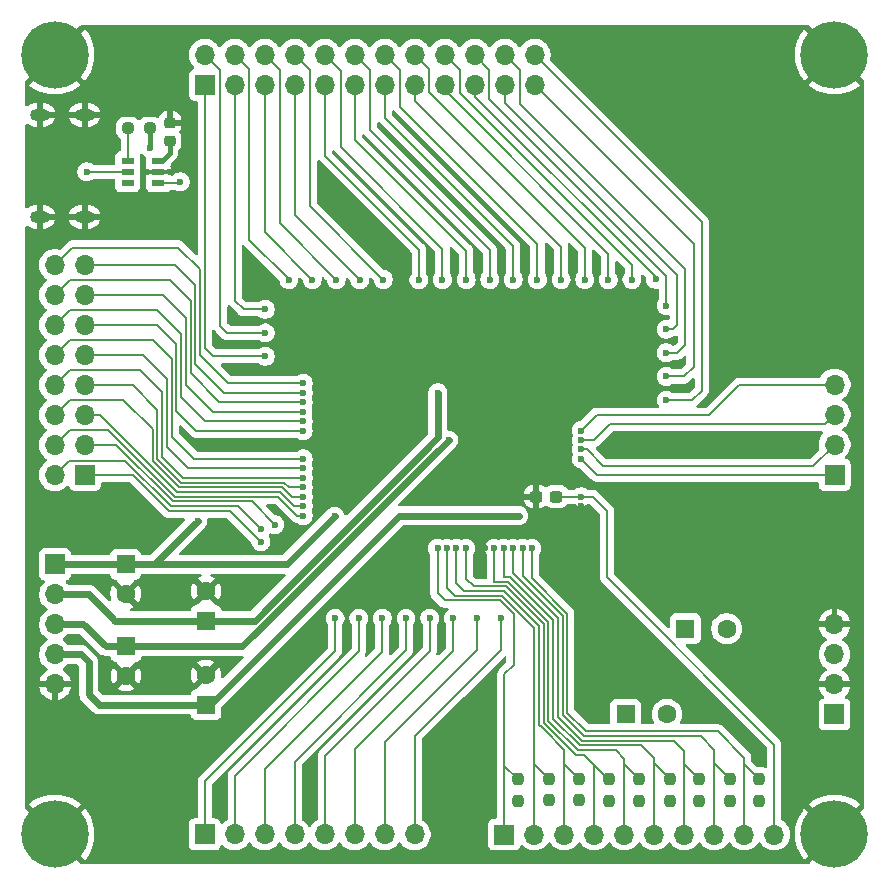
<source format=gbl>
%TF.GenerationSoftware,KiCad,Pcbnew,9.0.0*%
%TF.CreationDate,2025-03-31T15:24:45+09:00*%
%TF.ProjectId,ymz771,796d7a37-3731-42e6-9b69-6361645f7063,rev?*%
%TF.SameCoordinates,Original*%
%TF.FileFunction,Copper,L2,Bot*%
%TF.FilePolarity,Positive*%
%FSLAX46Y46*%
G04 Gerber Fmt 4.6, Leading zero omitted, Abs format (unit mm)*
G04 Created by KiCad (PCBNEW 9.0.0) date 2025-03-31 15:24:45*
%MOMM*%
%LPD*%
G01*
G04 APERTURE LIST*
G04 Aperture macros list*
%AMRoundRect*
0 Rectangle with rounded corners*
0 $1 Rounding radius*
0 $2 $3 $4 $5 $6 $7 $8 $9 X,Y pos of 4 corners*
0 Add a 4 corners polygon primitive as box body*
4,1,4,$2,$3,$4,$5,$6,$7,$8,$9,$2,$3,0*
0 Add four circle primitives for the rounded corners*
1,1,$1+$1,$2,$3*
1,1,$1+$1,$4,$5*
1,1,$1+$1,$6,$7*
1,1,$1+$1,$8,$9*
0 Add four rect primitives between the rounded corners*
20,1,$1+$1,$2,$3,$4,$5,0*
20,1,$1+$1,$4,$5,$6,$7,0*
20,1,$1+$1,$6,$7,$8,$9,0*
20,1,$1+$1,$8,$9,$2,$3,0*%
G04 Aperture macros list end*
%TA.AperFunction,SMDPad,CuDef*%
%ADD10RoundRect,0.237500X0.237500X-0.250000X0.237500X0.250000X-0.237500X0.250000X-0.237500X-0.250000X0*%
%TD*%
%TA.AperFunction,ComponentPad*%
%ADD11R,1.600000X1.600000*%
%TD*%
%TA.AperFunction,ComponentPad*%
%ADD12C,1.600000*%
%TD*%
%TA.AperFunction,SMDPad,CuDef*%
%ADD13RoundRect,0.237500X0.300000X0.237500X-0.300000X0.237500X-0.300000X-0.237500X0.300000X-0.237500X0*%
%TD*%
%TA.AperFunction,SMDPad,CuDef*%
%ADD14R,1.100000X0.600000*%
%TD*%
%TA.AperFunction,HeatsinkPad*%
%ADD15O,1.700000X1.000000*%
%TD*%
%TA.AperFunction,SMDPad,CuDef*%
%ADD16RoundRect,0.237500X-0.250000X-0.237500X0.250000X-0.237500X0.250000X0.237500X-0.250000X0.237500X0*%
%TD*%
%TA.AperFunction,SMDPad,CuDef*%
%ADD17RoundRect,0.225000X0.250000X-0.225000X0.250000X0.225000X-0.250000X0.225000X-0.250000X-0.225000X0*%
%TD*%
%TA.AperFunction,ComponentPad*%
%ADD18C,5.700000*%
%TD*%
%TA.AperFunction,ComponentPad*%
%ADD19R,1.700000X1.700000*%
%TD*%
%TA.AperFunction,ComponentPad*%
%ADD20O,1.700000X1.700000*%
%TD*%
%TA.AperFunction,ViaPad*%
%ADD21C,0.600000*%
%TD*%
%TA.AperFunction,Conductor*%
%ADD22C,0.200000*%
%TD*%
%TA.AperFunction,Conductor*%
%ADD23C,0.600000*%
%TD*%
%TA.AperFunction,Conductor*%
%ADD24C,0.400000*%
%TD*%
G04 APERTURE END LIST*
D10*
%TO.P,R51,1*%
%TO.N,Net-(D15-A)*%
X149940000Y-141152500D03*
%TO.P,R51,2*%
%TO.N,/{slash}CS*%
X149940000Y-139327500D03*
%TD*%
%TO.P,R50,1*%
%TO.N,Net-(D14-A)*%
X147350000Y-141132500D03*
%TO.P,R50,2*%
%TO.N,/{slash}WR*%
X147350000Y-139307500D03*
%TD*%
%TO.P,R49,1*%
%TO.N,Net-(D13-A)*%
X144850000Y-141145000D03*
%TO.P,R49,2*%
%TO.N,/ENA*%
X144850000Y-139320000D03*
%TD*%
%TO.P,R48,1*%
%TO.N,Net-(D12-A)*%
X142180000Y-141150000D03*
%TO.P,R48,2*%
%TO.N,/AD*%
X142180000Y-139325000D03*
%TD*%
%TO.P,R47,1*%
%TO.N,Net-(D11-A)*%
X160180000Y-141175000D03*
%TO.P,R47,2*%
%TO.N,/{slash}RESET*%
X160180000Y-139350000D03*
%TD*%
%TO.P,R46,1*%
%TO.N,Net-(D10-A)*%
X157580000Y-141175000D03*
%TO.P,R46,2*%
%TO.N,/MBMD*%
X157580000Y-139350000D03*
%TD*%
%TO.P,R45,1*%
%TO.N,Net-(D9-A)*%
X155110000Y-141172500D03*
%TO.P,R45,2*%
%TO.N,/SEL*%
X155110000Y-139347500D03*
%TD*%
%TO.P,R44,1*%
%TO.N,Net-(D8-A)*%
X152490000Y-141152500D03*
%TO.P,R44,2*%
%TO.N,/S6M*%
X152490000Y-139327500D03*
%TD*%
%TO.P,R43,1*%
%TO.N,Net-(D7-A)*%
X162610000Y-141152500D03*
%TO.P,R43,2*%
%TO.N,/{slash}PLAY*%
X162610000Y-139327500D03*
%TD*%
D11*
%TO.P,C16,1*%
%TO.N,/AOR*%
X156377349Y-126590000D03*
D12*
%TO.P,C16,2*%
%TO.N,Net-(J1-Pin_3)*%
X159877349Y-126590000D03*
%TD*%
D11*
%TO.P,C15,1*%
%TO.N,/AOL*%
X151330000Y-133860000D03*
D12*
%TO.P,C15,2*%
%TO.N,Net-(J1-Pin_1)*%
X154830000Y-133860000D03*
%TD*%
D13*
%TO.P,C14,1*%
%TO.N,/Vref*%
X145465000Y-115420000D03*
%TO.P,C14,2*%
%TO.N,GND*%
X143740000Y-115420000D03*
%TD*%
D14*
%TO.P,IC1,1,VDD*%
%TO.N,Net-(IC1-VDD)*%
X111760000Y-86970000D03*
%TO.P,IC1,2,GND*%
%TO.N,GND*%
X111760000Y-87920000D03*
%TO.P,IC1,3,PG*%
%TO.N,Net-(D1-K)*%
X111760000Y-88870000D03*
%TO.P,IC1,4,CC1*%
%TO.N,Net-(IC1-CC1)*%
X109160000Y-88870000D03*
%TO.P,IC1,5,CC2*%
%TO.N,Net-(IC1-CC2)*%
X109160000Y-87920000D03*
%TO.P,IC1,6,CFG*%
%TO.N,Net-(IC1-CFG)*%
X109160000Y-86970000D03*
%TD*%
D15*
%TO.P,J7,S1,SHIELD*%
%TO.N,GND*%
X105520000Y-83100000D03*
X101720000Y-83100000D03*
X105520000Y-91740000D03*
X101720000Y-91740000D03*
%TD*%
D16*
%TO.P,R37,2*%
%TO.N,Net-(IC1-VDD)*%
X111022500Y-84230000D03*
%TO.P,R37,1*%
%TO.N,Net-(IC1-CFG)*%
X109197500Y-84230000D03*
%TD*%
D17*
%TO.P,C13,2*%
%TO.N,GND*%
X112740000Y-83750000D03*
%TO.P,C13,1*%
%TO.N,Net-(IC1-VDD)*%
X112740000Y-85300000D03*
%TD*%
D18*
%TO.P,REF\u002A\u002A,1*%
%TO.N,GND*%
X169010000Y-144000000D03*
%TD*%
%TO.P,REF\u002A\u002A,1*%
%TO.N,GND*%
X103000000Y-144000000D03*
%TD*%
%TO.P,REF\u002A\u002A,1*%
%TO.N,GND*%
X169000000Y-78010000D03*
%TD*%
%TO.P,REF\u002A\u002A,1*%
%TO.N,GND*%
X103000000Y-78010000D03*
%TD*%
D19*
%TO.P,J5,1,Pin_1*%
%TO.N,/BCO*%
X169020000Y-113560000D03*
D20*
%TO.P,J5,2,Pin_2*%
%TO.N,/LRO*%
X169020000Y-111020000D03*
%TO.P,J5,3,Pin_3*%
%TO.N,/SDO*%
X169020000Y-108480000D03*
%TO.P,J5,4,Pin_4*%
%TO.N,/CLKO*%
X169020000Y-105940000D03*
%TD*%
D11*
%TO.P,C7,1*%
%TO.N,VDD1*%
X108990000Y-121150000D03*
D12*
%TO.P,C7,2*%
%TO.N,GND*%
X108990000Y-123650000D03*
%TD*%
D19*
%TO.P,J4,1,Pin_1*%
%TO.N,/MD00*%
X105540000Y-113600000D03*
D20*
%TO.P,J4,2,Pin_2*%
%TO.N,/MD01*%
X103000000Y-113600000D03*
%TO.P,J4,3,Pin_3*%
%TO.N,/MD02*%
X105540000Y-111060000D03*
%TO.P,J4,4,Pin_4*%
%TO.N,/MD03*%
X103000000Y-111060000D03*
%TO.P,J4,5,Pin_5*%
%TO.N,/MD04*%
X105540000Y-108520000D03*
%TO.P,J4,6,Pin_6*%
%TO.N,/MD05*%
X103000000Y-108520000D03*
%TO.P,J4,7,Pin_7*%
%TO.N,/MD06*%
X105540000Y-105980000D03*
%TO.P,J4,8,Pin_8*%
%TO.N,/MD07*%
X103000000Y-105980000D03*
%TO.P,J4,9,Pin_9*%
%TO.N,/MD08*%
X105540000Y-103440000D03*
%TO.P,J4,10,Pin_10*%
%TO.N,/MD09*%
X103000000Y-103440000D03*
%TO.P,J4,11,Pin_11*%
%TO.N,/MD10*%
X105540000Y-100900000D03*
%TO.P,J4,12,Pin_12*%
%TO.N,/MD11*%
X103000000Y-100900000D03*
%TO.P,J4,13,Pin_13*%
%TO.N,/MD12*%
X105540000Y-98360000D03*
%TO.P,J4,14,Pin_14*%
%TO.N,/MD13*%
X103000000Y-98360000D03*
%TO.P,J4,15,Pin_15*%
%TO.N,/MD14*%
X105540000Y-95820000D03*
%TO.P,J4,16,Pin_16*%
%TO.N,/MD15*%
X103000000Y-95820000D03*
%TD*%
D11*
%TO.P,C10,1*%
%TO.N,AVDD*%
X115790000Y-133040000D03*
D12*
%TO.P,C10,2*%
%TO.N,GND*%
X115790000Y-130540000D03*
%TD*%
D19*
%TO.P,J3,1,Pin_1*%
%TO.N,Net-(J3-Pin_1)*%
X115680000Y-144020000D03*
D20*
%TO.P,J3,2,Pin_2*%
%TO.N,Net-(J3-Pin_2)*%
X118220000Y-144020000D03*
%TO.P,J3,3,Pin_3*%
%TO.N,Net-(J3-Pin_3)*%
X120760000Y-144020000D03*
%TO.P,J3,4,Pin_4*%
%TO.N,Net-(J3-Pin_4)*%
X123300000Y-144020000D03*
%TO.P,J3,5,Pin_5*%
%TO.N,Net-(J3-Pin_5)*%
X125840000Y-144020000D03*
%TO.P,J3,6,Pin_6*%
%TO.N,Net-(J3-Pin_6)*%
X128380000Y-144020000D03*
%TO.P,J3,7,Pin_7*%
%TO.N,Net-(J3-Pin_7)*%
X130920000Y-144020000D03*
%TO.P,J3,8,Pin_8*%
%TO.N,Net-(J3-Pin_8)*%
X133460000Y-144020000D03*
%TD*%
D11*
%TO.P,C9,1*%
%TO.N,VDD4*%
X109020000Y-128100000D03*
D12*
%TO.P,C9,2*%
%TO.N,GND*%
X109020000Y-130600000D03*
%TD*%
D19*
%TO.P,J6,1,Pin_1*%
%TO.N,VDD1*%
X103020000Y-121150000D03*
D20*
%TO.P,J6,2,Pin_2*%
%TO.N,VDD2*%
X103020000Y-123690000D03*
%TO.P,J6,3,Pin_3*%
%TO.N,VDD4*%
X103020000Y-126230000D03*
%TO.P,J6,4,Pin_4*%
%TO.N,AVDD*%
X103020000Y-128770000D03*
%TO.P,J6,5,Pin_5*%
%TO.N,GND*%
X103020000Y-131310000D03*
%TD*%
D11*
%TO.P,C8,1*%
%TO.N,VDD2*%
X115810000Y-125912379D03*
D12*
%TO.P,C8,2*%
%TO.N,GND*%
X115810000Y-123412379D03*
%TD*%
D19*
%TO.P,J8,1,Pin_1*%
%TO.N,/AD*%
X141050000Y-144030000D03*
D20*
%TO.P,J8,2,Pin_2*%
%TO.N,/ENA*%
X143590000Y-144030000D03*
%TO.P,J8,3,Pin_3*%
%TO.N,/{slash}WR*%
X146130000Y-144030000D03*
%TO.P,J8,4,Pin_4*%
%TO.N,/{slash}CS*%
X148670000Y-144030000D03*
%TO.P,J8,5,Pin_5*%
%TO.N,/S6M*%
X151210000Y-144030000D03*
%TO.P,J8,6,Pin_6*%
%TO.N,/SEL*%
X153750000Y-144030000D03*
%TO.P,J8,7,Pin_7*%
%TO.N,/MBMD*%
X156290000Y-144030000D03*
%TO.P,J8,8,Pin_8*%
%TO.N,/{slash}RESET*%
X158830000Y-144030000D03*
%TO.P,J8,9,Pin_9*%
%TO.N,/{slash}PLAY*%
X161370000Y-144030000D03*
%TO.P,J8,10,Pin_10*%
%TO.N,/Vref*%
X163910000Y-144030000D03*
%TD*%
D19*
%TO.P,J2,1,Pin_1*%
%TO.N,/MA00*%
X115700000Y-80560000D03*
D20*
%TO.P,J2,2,Pin_2*%
%TO.N,/MA01*%
X115700000Y-78020000D03*
%TO.P,J2,3,Pin_3*%
%TO.N,/MA02*%
X118240000Y-80560000D03*
%TO.P,J2,4,Pin_4*%
%TO.N,/MA03*%
X118240000Y-78020000D03*
%TO.P,J2,5,Pin_5*%
%TO.N,/MA04*%
X120780000Y-80560000D03*
%TO.P,J2,6,Pin_6*%
%TO.N,/MA05*%
X120780000Y-78020000D03*
%TO.P,J2,7,Pin_7*%
%TO.N,/MA06*%
X123320000Y-80560000D03*
%TO.P,J2,8,Pin_8*%
%TO.N,/MA07*%
X123320000Y-78020000D03*
%TO.P,J2,9,Pin_9*%
%TO.N,/MA08*%
X125860000Y-80560000D03*
%TO.P,J2,10,Pin_10*%
%TO.N,/MA09*%
X125860000Y-78020000D03*
%TO.P,J2,11,Pin_11*%
%TO.N,/MA10*%
X128400000Y-80560000D03*
%TO.P,J2,12,Pin_12*%
%TO.N,/MA11*%
X128400000Y-78020000D03*
%TO.P,J2,13,Pin_13*%
%TO.N,/MA12*%
X130940000Y-80560000D03*
%TO.P,J2,14,Pin_14*%
%TO.N,/MA13*%
X130940000Y-78020000D03*
%TO.P,J2,15,Pin_15*%
%TO.N,/MA14*%
X133480000Y-80560000D03*
%TO.P,J2,16,Pin_16*%
%TO.N,/MA15*%
X133480000Y-78020000D03*
%TO.P,J2,17,Pin_17*%
%TO.N,/MA16*%
X136020000Y-80560000D03*
%TO.P,J2,18,Pin_18*%
%TO.N,/MA17*%
X136020000Y-78020000D03*
%TO.P,J2,19,Pin_19*%
%TO.N,/MA18*%
X138560000Y-80560000D03*
%TO.P,J2,20,Pin_20*%
%TO.N,/MA19*%
X138560000Y-78020000D03*
%TO.P,J2,21,Pin_21*%
%TO.N,/MA20*%
X141100000Y-80560000D03*
%TO.P,J2,22,Pin_22*%
%TO.N,/MA21*%
X141100000Y-78020000D03*
%TO.P,J2,23,Pin_23*%
%TO.N,/MA22*%
X143640000Y-80560000D03*
%TO.P,J2,24,Pin_24*%
%TO.N,/MA23*%
X143640000Y-78020000D03*
%TD*%
D19*
%TO.P,J1,1,Pin_1*%
%TO.N,Net-(J1-Pin_1)*%
X169010000Y-133860000D03*
D20*
%TO.P,J1,2,Pin_2*%
%TO.N,GND*%
X169010000Y-131320000D03*
%TO.P,J1,3,Pin_3*%
%TO.N,Net-(J1-Pin_3)*%
X169010000Y-128780000D03*
%TO.P,J1,4,Pin_4*%
%TO.N,GND*%
X169010000Y-126240000D03*
%TD*%
D21*
%TO.N,Net-(D7-A)*%
X162610000Y-141152500D03*
%TO.N,Net-(D11-A)*%
X160180000Y-141175000D03*
%TO.N,Net-(D10-A)*%
X157580000Y-141175000D03*
%TO.N,Net-(D9-A)*%
X155110000Y-141172500D03*
%TO.N,Net-(D8-A)*%
X152490000Y-141152500D03*
%TO.N,Net-(D15-A)*%
X149940000Y-141152500D03*
%TO.N,Net-(D14-A)*%
X147350000Y-141132500D03*
%TO.N,Net-(D13-A)*%
X144850000Y-141145000D03*
%TO.N,Net-(D12-A)*%
X142180000Y-141150000D03*
%TO.N,GND*%
X108800000Y-134810000D03*
%TO.N,VDD2*%
X108112379Y-125912379D03*
%TO.N,VDD1*%
X115090000Y-117480000D03*
%TO.N,GND*%
X115710000Y-118630000D03*
X126510000Y-112340000D03*
X111150000Y-123890000D03*
%TO.N,/MD00*%
X120445000Y-119255000D03*
%TO.N,/MD01*%
X120460000Y-118200000D03*
%TO.N,/MD02*%
X121622500Y-117797500D03*
%TO.N,/MD15*%
X124025000Y-105825000D03*
%TO.N,/MD14*%
X124025000Y-106625000D03*
%TO.N,/MD13*%
X124025000Y-107425000D03*
%TO.N,/MD12*%
X124010000Y-108225000D03*
%TO.N,/MD11*%
X124025000Y-109025000D03*
%TO.N,/MD10*%
X124025000Y-109825000D03*
%TO.N,/MD09*%
X124025000Y-112225000D03*
%TO.N,/MD08*%
X124025000Y-113025000D03*
%TO.N,/MD07*%
X124025000Y-113825000D03*
%TO.N,/MD06*%
X124025000Y-114625000D03*
%TO.N,/MD05*%
X124025000Y-115425000D03*
%TO.N,/MD04*%
X124025000Y-116225000D03*
%TO.N,/MD03*%
X124025000Y-117025000D03*
%TO.N,Net-(IC1-VDD)*%
X111025000Y-85900000D03*
%TO.N,Net-(D1-K)*%
X113630000Y-88770000D03*
%TO.N,GND*%
X111760000Y-87920000D03*
%TO.N,Net-(IC1-CC2)*%
X109160000Y-87920000D03*
%TO.N,Net-(IC1-VDD)*%
X111760000Y-86970000D03*
%TO.N,Net-(IC1-CC1)*%
X109160000Y-88870000D03*
%TO.N,Net-(IC1-CC2)*%
X105700000Y-87920000D03*
%TO.N,GND*%
X147575000Y-105825000D03*
%TO.N,/Vref*%
X147575000Y-115425000D03*
%TO.N,GND*%
X147575000Y-116225000D03*
%TO.N,Net-(J3-Pin_8)*%
X140740000Y-125700000D03*
%TO.N,/{slash}PLAY*%
X143400000Y-119800000D03*
%TO.N,/{slash}RESET*%
X142600000Y-119800000D03*
%TO.N,/MBMD*%
X141800000Y-119800000D03*
%TO.N,/SEL*%
X141000000Y-119800000D03*
%TO.N,/S6M*%
X140200000Y-119800000D03*
%TO.N,GND*%
X139400000Y-119800000D03*
%TO.N,/{slash}CS*%
X137800000Y-119800000D03*
%TO.N,/{slash}WR*%
X137000000Y-119800000D03*
%TO.N,/ENA*%
X136200000Y-119800000D03*
%TO.N,/AD*%
X135400000Y-119800000D03*
%TO.N,Net-(J3-Pin_7)*%
X138730000Y-125710000D03*
%TO.N,Net-(J3-Pin_6)*%
X136730000Y-125700000D03*
%TO.N,Net-(J3-Pin_5)*%
X134750000Y-125710000D03*
%TO.N,Net-(J3-Pin_4)*%
X132730000Y-125710000D03*
%TO.N,Net-(J3-Pin_3)*%
X130730000Y-125710000D03*
%TO.N,Net-(J3-Pin_2)*%
X128740000Y-125710000D03*
%TO.N,Net-(J3-Pin_1)*%
X126730000Y-125720000D03*
%TO.N,VDD4*%
X136340000Y-110625000D03*
%TO.N,GND*%
X132255000Y-99820000D03*
X133000000Y-102250000D03*
%TO.N,VDD2*%
X135425000Y-106625000D03*
%TO.N,VDD1*%
X126710000Y-117070000D03*
%TO.N,AVDD*%
X142270000Y-117025000D03*
%TO.N,/CLKO*%
X147575000Y-109825000D03*
%TO.N,/SDO*%
X147575000Y-110625000D03*
%TO.N,/LRO*%
X147575000Y-111425000D03*
%TO.N,/BCO*%
X147575000Y-112225000D03*
%TO.N,GND*%
X149935000Y-105070000D03*
X150165000Y-115460000D03*
X150105000Y-111490000D03*
X152030000Y-115227500D03*
X152030000Y-111315000D03*
%TO.N,/MA23*%
X154750000Y-107240000D03*
%TO.N,/MA22*%
X154760000Y-105250000D03*
%TO.N,/MA21*%
X154760000Y-103240000D03*
%TO.N,/MA20*%
X154760000Y-101260000D03*
%TO.N,/MA19*%
X154770000Y-99240000D03*
%TO.N,/MA18*%
X153860000Y-97030000D03*
%TO.N,/MA17*%
X151860000Y-97040000D03*
%TO.N,/MA16*%
X149860000Y-97050000D03*
%TO.N,/MA15*%
X147860000Y-97040000D03*
%TO.N,/MA14*%
X145860000Y-97040000D03*
%TO.N,/MA13*%
X143860000Y-97040000D03*
%TO.N,/MA12*%
X141825000Y-97040000D03*
%TO.N,/MA11*%
X139825000Y-97040000D03*
%TO.N,/MA10*%
X137825000Y-97040000D03*
%TO.N,/MA09*%
X135815000Y-97040000D03*
%TO.N,/MA08*%
X133825000Y-97060000D03*
%TO.N,/MA03*%
X122805000Y-97040000D03*
%TO.N,/MA06*%
X128815000Y-97070000D03*
%TO.N,/MA04*%
X124795000Y-97040000D03*
%TO.N,/MA05*%
X126815000Y-97040000D03*
%TO.N,/MA07*%
X130815000Y-97040000D03*
%TO.N,/MA00*%
X120825000Y-103550000D03*
%TO.N,/MA02*%
X120815000Y-99570000D03*
%TO.N,/MA01*%
X120825000Y-101560000D03*
%TD*%
D22*
%TO.N,/{slash}PLAY*%
X161370000Y-144030000D02*
X161370000Y-137760000D01*
X162610000Y-139327500D02*
X161370000Y-138087500D01*
X161370000Y-138087500D02*
X161370000Y-137760000D01*
%TO.N,/{slash}RESET*%
X158830000Y-136837100D02*
X158830000Y-137570000D01*
X160180000Y-139350000D02*
X158830000Y-138000000D01*
X158830000Y-138000000D02*
X158830000Y-137570000D01*
%TO.N,/MBMD*%
X156290000Y-136970000D02*
X156290000Y-137600000D01*
X157580000Y-139350000D02*
X156290000Y-138060000D01*
X156290000Y-138060000D02*
X156290000Y-137600000D01*
%TO.N,/SEL*%
X155110000Y-139347500D02*
X153750000Y-137987500D01*
X153750000Y-137987500D02*
X153750000Y-137580000D01*
%TO.N,/S6M*%
X152490000Y-139327500D02*
X151210000Y-138047500D01*
X151210000Y-138047500D02*
X151210000Y-137620000D01*
%TO.N,/{slash}CS*%
X149940000Y-139327500D02*
X149827500Y-139327500D01*
X149827500Y-139327500D02*
X148670000Y-138170000D01*
%TO.N,/{slash}WR*%
X146120000Y-136852600D02*
X146120000Y-137760000D01*
X147350000Y-139307500D02*
X146120000Y-138077500D01*
X146120000Y-138077500D02*
X146120000Y-137760000D01*
%TO.N,/ENA*%
X143590000Y-144030000D02*
X143590000Y-137690000D01*
X144850000Y-139320000D02*
X143590000Y-138060000D01*
X143590000Y-138060000D02*
X143590000Y-137690000D01*
%TO.N,/AD*%
X141050000Y-130460000D02*
X141050000Y-137770000D01*
X141050000Y-138195000D02*
X141050000Y-137770000D01*
X142180000Y-139325000D02*
X141050000Y-138195000D01*
%TO.N,/{slash}PLAY*%
X161370000Y-137760000D02*
X161370000Y-137520000D01*
X146397000Y-133727000D02*
X146397000Y-125350200D01*
X161370000Y-137520000D02*
X159130000Y-135280000D01*
X159130000Y-135280000D02*
X147950000Y-135280000D01*
X147950000Y-135280000D02*
X146397000Y-133727000D01*
X146397000Y-125350200D02*
X143400000Y-122353200D01*
X143400000Y-122353200D02*
X143400000Y-119800000D01*
%TO.N,/{slash}WR*%
X143991000Y-126346800D02*
X143991000Y-133161000D01*
X141055200Y-123411000D02*
X143991000Y-126346800D01*
X137000000Y-122740000D02*
X137671000Y-123411000D01*
X146120000Y-144020000D02*
X146130000Y-144030000D01*
X143991000Y-134058100D02*
X143991000Y-134059200D01*
X140532200Y-123411000D02*
X141055200Y-123411000D01*
X143991000Y-133725900D02*
X143991000Y-134058100D01*
X140200000Y-123411000D02*
X140532200Y-123411000D01*
X143991000Y-133161000D02*
X143991000Y-133725900D01*
X139867800Y-123411000D02*
X140200000Y-123411000D01*
X144460800Y-135193400D02*
X146120000Y-136852600D01*
X138283900Y-123411000D02*
X138616100Y-123411000D01*
X143991000Y-134723600D02*
X144225900Y-134958500D01*
X146120000Y-137760000D02*
X146120000Y-144020000D01*
X138616100Y-123411000D02*
X139867800Y-123411000D01*
X137671000Y-123411000D02*
X138283900Y-123411000D01*
X137000000Y-119800000D02*
X137000000Y-122740000D01*
X143991000Y-134059200D02*
X143991000Y-134391400D01*
X143991000Y-134391400D02*
X143991000Y-134723600D01*
X144225900Y-134958500D02*
X144460800Y-135193400D01*
%TO.N,/{slash}CS*%
X141221300Y-123010000D02*
X140366100Y-123010000D01*
X144392000Y-133892000D02*
X144392000Y-126180700D01*
X144392000Y-134225300D02*
X144392000Y-133892000D01*
X146884600Y-137050100D02*
X144626900Y-134792400D01*
X144392000Y-134557500D02*
X144392000Y-134225300D01*
X148670000Y-138170000D02*
X147785000Y-137285000D01*
X137800000Y-122360000D02*
X137800000Y-119800000D01*
X144392000Y-126180700D02*
X141221300Y-123010000D01*
X144626900Y-134792400D02*
X144392000Y-134557500D01*
X147119500Y-137285000D02*
X146884600Y-137050100D01*
X147451700Y-137285000D02*
X147119500Y-137285000D01*
X147785000Y-137285000D02*
X147451700Y-137285000D01*
X140366100Y-123010000D02*
X140033900Y-123010000D01*
X148670000Y-144030000D02*
X148670000Y-138170000D01*
X140033900Y-123010000D02*
X138450000Y-123010000D01*
X138450000Y-123010000D02*
X137800000Y-122360000D01*
%TO.N,/S6M*%
X151210000Y-144030000D02*
X151210000Y-137620000D01*
X144793000Y-134391400D02*
X144793000Y-126014600D01*
X151210000Y-137620000D02*
X150474000Y-136884000D01*
X141387400Y-122609000D02*
X140200000Y-122609000D01*
X140200000Y-122609000D02*
X140200000Y-119800000D01*
X150474000Y-136884000D02*
X147285600Y-136884000D01*
X147285600Y-136884000D02*
X144793000Y-134391400D01*
X144793000Y-126014600D02*
X141387400Y-122609000D01*
%TO.N,/SEL*%
X141000000Y-119800000D02*
X141000000Y-122208000D01*
X141000000Y-122208000D02*
X141553500Y-122208000D01*
X141553500Y-122208000D02*
X145194000Y-125848500D01*
X145194000Y-125848500D02*
X145194000Y-134225300D01*
X145194000Y-134225300D02*
X147451700Y-136483000D01*
X147451700Y-136483000D02*
X152653000Y-136483000D01*
X152653000Y-136483000D02*
X153750000Y-137580000D01*
X153750000Y-137580000D02*
X153750000Y-144030000D01*
%TO.N,/MBMD*%
X141800000Y-119800000D02*
X141800000Y-121887400D01*
X145595000Y-134059200D02*
X147617800Y-136082000D01*
X141800000Y-121887400D02*
X145595000Y-125682400D01*
X155402000Y-136082000D02*
X156290000Y-136970000D01*
X145595000Y-125682400D02*
X145595000Y-134059200D01*
X147617800Y-136082000D02*
X155402000Y-136082000D01*
X156290000Y-137600000D02*
X156290000Y-144030000D01*
%TO.N,/{slash}RESET*%
X142600000Y-119800000D02*
X142600000Y-122120300D01*
X142600000Y-122120300D02*
X145996000Y-125516300D01*
X145996000Y-125516300D02*
X145996000Y-133893100D01*
X145996000Y-133893100D02*
X147783900Y-135681000D01*
X147783900Y-135681000D02*
X157673900Y-135681000D01*
X157673900Y-135681000D02*
X158830000Y-136837100D01*
X158830000Y-137570000D02*
X158830000Y-144030000D01*
%TO.N,/Vref*%
X163910000Y-144030000D02*
X163910000Y-136410000D01*
X163910000Y-136410000D02*
X149750000Y-122250000D01*
X148535000Y-115425000D02*
X147575000Y-115425000D01*
X149750000Y-122250000D02*
X149750000Y-116640000D01*
X149750000Y-116640000D02*
X148535000Y-115425000D01*
X145465000Y-115420000D02*
X147570000Y-115420000D01*
X147570000Y-115420000D02*
X147575000Y-115425000D01*
D23*
%TO.N,VDD1*%
X108990000Y-121150000D02*
X103020000Y-121150000D01*
%TO.N,VDD4*%
X103020000Y-126230000D02*
X103030000Y-126220000D01*
X103030000Y-126220000D02*
X105420000Y-126220000D01*
X105420000Y-126220000D02*
X107300000Y-128100000D01*
X107300000Y-128100000D02*
X109020000Y-128100000D01*
%TO.N,VDD2*%
X115810000Y-125912379D02*
X108112379Y-125912379D01*
X108112379Y-125912379D02*
X105890000Y-123690000D01*
X105890000Y-123690000D02*
X103020000Y-123690000D01*
%TO.N,AVDD*%
X115790000Y-133040000D02*
X106760000Y-133040000D01*
X106760000Y-133040000D02*
X105870000Y-132150000D01*
X105870000Y-132150000D02*
X105870000Y-129460000D01*
X105870000Y-129460000D02*
X105180000Y-128770000D01*
X105180000Y-128770000D02*
X103020000Y-128770000D01*
D22*
%TO.N,/MA21*%
X154760000Y-103240000D02*
X155690000Y-103240000D01*
X155690000Y-103240000D02*
X156380000Y-102550000D01*
X156380000Y-96180000D02*
X142400000Y-82200000D01*
X156380000Y-102550000D02*
X156380000Y-96180000D01*
X142400000Y-82200000D02*
X142400000Y-79320000D01*
X142400000Y-79320000D02*
X141100000Y-78020000D01*
%TO.N,/MA20*%
X141100000Y-80560000D02*
X141100000Y-82080000D01*
X141100000Y-82080000D02*
X155650000Y-96630000D01*
X155650000Y-96630000D02*
X155650000Y-100910000D01*
X155300000Y-101260000D02*
X154760000Y-101260000D01*
X155650000Y-100910000D02*
X155300000Y-101260000D01*
%TO.N,/MA19*%
X138560000Y-78020000D02*
X139800000Y-79260000D01*
X139800000Y-79260000D02*
X139800000Y-81770000D01*
X139800000Y-81770000D02*
X154770000Y-96740000D01*
X154770000Y-96740000D02*
X154770000Y-99240000D01*
%TO.N,/MA17*%
X151860000Y-97040000D02*
X151860000Y-95820000D01*
X137300000Y-81260000D02*
X137300000Y-79300000D01*
X151860000Y-95820000D02*
X137300000Y-81260000D01*
X137300000Y-79300000D02*
X136020000Y-78020000D01*
%TO.N,/MA16*%
X149860000Y-97050000D02*
X149860000Y-94850000D01*
X149860000Y-94850000D02*
X136020000Y-81010000D01*
X136020000Y-81010000D02*
X136020000Y-80560000D01*
D23*
%TO.N,VDD1*%
X115090000Y-117480000D02*
X111420000Y-121150000D01*
X111420000Y-121150000D02*
X108990000Y-121150000D01*
X108990000Y-121150000D02*
X122630000Y-121150000D01*
X122630000Y-121150000D02*
X126710000Y-117070000D01*
%TO.N,VDD2*%
X115810000Y-125912379D02*
X119907621Y-125912379D01*
X119907621Y-125912379D02*
X135425000Y-110395000D01*
X135425000Y-110395000D02*
X135425000Y-106625000D01*
X114550000Y-125912379D02*
X115810000Y-125912379D01*
D22*
%TO.N,/MD05*%
X124025000Y-115425000D02*
X123042900Y-115425000D01*
X123042900Y-115425000D02*
X122244900Y-114627000D01*
X122244900Y-114627000D02*
X113482800Y-114627000D01*
X113482800Y-114627000D02*
X111289000Y-112433200D01*
X111289000Y-112433200D02*
X111289000Y-109736416D01*
X111289000Y-109736416D02*
X108792584Y-107240000D01*
X108792584Y-107240000D02*
X104280000Y-107240000D01*
X104280000Y-107240000D02*
X103000000Y-108520000D01*
%TO.N,/MD04*%
X124025000Y-116225000D02*
X123275800Y-116225000D01*
X123275800Y-116225000D02*
X122078800Y-115028000D01*
X122078800Y-115028000D02*
X113316700Y-115028000D01*
X113316700Y-115028000D02*
X106808700Y-108520000D01*
X106808700Y-108520000D02*
X105540000Y-108520000D01*
%TO.N,/MD03*%
X124025000Y-117025000D02*
X123508700Y-117025000D01*
X123508700Y-117025000D02*
X121912700Y-115429000D01*
X121912700Y-115429000D02*
X113150600Y-115429000D01*
X107461600Y-109740000D02*
X104320000Y-109740000D01*
X113150600Y-115429000D02*
X107461600Y-109740000D01*
X104320000Y-109740000D02*
X103000000Y-111060000D01*
%TO.N,/MD02*%
X121622500Y-117797500D02*
X119655000Y-115830000D01*
X119655000Y-115830000D02*
X112984500Y-115830000D01*
X112984500Y-115830000D02*
X108214500Y-111060000D01*
X108214500Y-111060000D02*
X105540000Y-111060000D01*
%TO.N,/MD01*%
X120460000Y-118200000D02*
X118491000Y-116231000D01*
X104230000Y-112370000D02*
X103000000Y-113600000D01*
X118491000Y-116231000D02*
X112818400Y-116231000D01*
X112818400Y-116231000D02*
X108957400Y-112370000D01*
X108957400Y-112370000D02*
X104230000Y-112370000D01*
%TO.N,/MD00*%
X117822000Y-116632000D02*
X112652300Y-116632000D01*
X112652300Y-116632000D02*
X109620300Y-113600000D01*
X120445000Y-119255000D02*
X117822000Y-116632000D01*
X109620300Y-113600000D02*
X105540000Y-113600000D01*
%TO.N,/MD06*%
X124025000Y-114625000D02*
X122810000Y-114625000D01*
X122411000Y-114226000D02*
X113648900Y-114226000D01*
X111690000Y-112267100D02*
X111690000Y-108070000D01*
X122810000Y-114625000D02*
X122411000Y-114226000D01*
X113648900Y-114226000D02*
X111690000Y-112267100D01*
X111690000Y-108070000D02*
X109600000Y-105980000D01*
X109600000Y-105980000D02*
X105540000Y-105980000D01*
%TO.N,/MD09*%
X124025000Y-112225000D02*
X114785000Y-112225000D01*
X112893000Y-110333000D02*
X112893000Y-103760000D01*
X114785000Y-112225000D02*
X112893000Y-110333000D01*
X112893000Y-103760000D02*
X111303000Y-102170000D01*
X111303000Y-102170000D02*
X104270000Y-102170000D01*
X104270000Y-102170000D02*
X103000000Y-103440000D01*
%TO.N,/MD08*%
X124025000Y-113025000D02*
X114305000Y-113025000D01*
X114305000Y-113025000D02*
X112492000Y-111212000D01*
X112492000Y-111212000D02*
X112492000Y-105502000D01*
X110430000Y-103440000D02*
X105540000Y-103440000D01*
X112492000Y-105502000D02*
X110430000Y-103440000D01*
%TO.N,/MD07*%
X124025000Y-113825000D02*
X113815000Y-113825000D01*
X113815000Y-113825000D02*
X112091000Y-112101000D01*
X112091000Y-106600000D02*
X110191000Y-104700000D01*
X112091000Y-112101000D02*
X112091000Y-106600000D01*
X110191000Y-104700000D02*
X104280000Y-104700000D01*
X104280000Y-104700000D02*
X103000000Y-105980000D01*
%TO.N,/MD10*%
X105540000Y-100900000D02*
X111660000Y-100900000D01*
X111660000Y-100900000D02*
X113294000Y-102534000D01*
X113294000Y-102534000D02*
X113294000Y-108144000D01*
X113294000Y-108144000D02*
X114975000Y-109825000D01*
X114975000Y-109825000D02*
X124025000Y-109825000D01*
%TO.N,/MD11*%
X124025000Y-109025000D02*
X115735000Y-109025000D01*
X115735000Y-109025000D02*
X113695000Y-106985000D01*
X113695000Y-101665000D02*
X111659820Y-99629820D01*
X113695000Y-106985000D02*
X113695000Y-101665000D01*
X111659820Y-99629820D02*
X104270180Y-99629820D01*
X104270180Y-99629820D02*
X103000000Y-100900000D01*
%TO.N,/MD12*%
X105540000Y-98360000D02*
X112160000Y-98360000D01*
X112160000Y-98360000D02*
X114096000Y-100296000D01*
X114096000Y-100296000D02*
X114096000Y-105946000D01*
X114096000Y-105946000D02*
X116375000Y-108225000D01*
X116375000Y-108225000D02*
X124010000Y-108225000D01*
%TO.N,/MD13*%
X124025000Y-107425000D02*
X116935000Y-107425000D01*
X116935000Y-107425000D02*
X114497000Y-104987000D01*
X114497000Y-104987000D02*
X114497000Y-98827000D01*
X114497000Y-98827000D02*
X112770000Y-97100000D01*
X112770000Y-97100000D02*
X104260000Y-97100000D01*
X104260000Y-97100000D02*
X103000000Y-98360000D01*
%TO.N,/MD14*%
X105540000Y-95820000D02*
X113210000Y-95820000D01*
X117327900Y-106625000D02*
X124025000Y-106625000D01*
X113210000Y-95820000D02*
X114898000Y-97508000D01*
X114898000Y-97508000D02*
X114898000Y-104195100D01*
X114898000Y-104195100D02*
X117327900Y-106625000D01*
%TO.N,/MD15*%
X124025000Y-105825000D02*
X117695000Y-105825000D01*
X104490000Y-94330000D02*
X103000000Y-95820000D01*
X117695000Y-105825000D02*
X115299000Y-103429000D01*
X115299000Y-103429000D02*
X115299000Y-96189000D01*
X113440000Y-94330000D02*
X104490000Y-94330000D01*
X115299000Y-96189000D02*
X113440000Y-94330000D01*
%TO.N,Net-(IC1-CFG)*%
X109197500Y-84230000D02*
X109197500Y-86932500D01*
X109197500Y-86932500D02*
X109160000Y-86970000D01*
D24*
%TO.N,Net-(IC1-VDD)*%
X111025000Y-85900000D02*
X111025000Y-84232500D01*
X111025000Y-84232500D02*
X111022500Y-84230000D01*
D22*
%TO.N,Net-(D1-K)*%
X111760000Y-88870000D02*
X113530000Y-88870000D01*
X113530000Y-88870000D02*
X113630000Y-88770000D01*
D24*
%TO.N,Net-(IC1-VDD)*%
X111760000Y-86970000D02*
X112070000Y-86970000D01*
X112070000Y-86970000D02*
X112740000Y-86300000D01*
X112740000Y-86300000D02*
X112740000Y-85300000D01*
D22*
%TO.N,Net-(IC1-CC2)*%
X109160000Y-87920000D02*
X105700000Y-87920000D01*
D23*
%TO.N,AVDD*%
X142270000Y-117025000D02*
X132175000Y-117025000D01*
X116160000Y-133040000D02*
X115790000Y-133040000D01*
X132175000Y-117025000D02*
X116160000Y-133040000D01*
D22*
%TO.N,/LRO*%
X169020000Y-111020000D02*
X167190000Y-112850000D01*
X167190000Y-112850000D02*
X149450000Y-112850000D01*
X149450000Y-112850000D02*
X148025000Y-111425000D01*
X148025000Y-111425000D02*
X147575000Y-111425000D01*
%TO.N,/SDO*%
X169020000Y-108480000D02*
X168210000Y-109290000D01*
X168210000Y-109290000D02*
X149990000Y-109290000D01*
X149990000Y-109290000D02*
X148650000Y-110630000D01*
X148650000Y-110630000D02*
X147580000Y-110630000D01*
X147580000Y-110630000D02*
X147575000Y-110625000D01*
%TO.N,/CLKO*%
X169020000Y-105940000D02*
X160960000Y-105940000D01*
X160960000Y-105940000D02*
X158380000Y-108520000D01*
X158380000Y-108520000D02*
X148880000Y-108520000D01*
X148880000Y-108520000D02*
X147575000Y-109825000D01*
%TO.N,/BCO*%
X169020000Y-113560000D02*
X148910000Y-113560000D01*
X148910000Y-113560000D02*
X147575000Y-112225000D01*
%TO.N,/AD*%
X135400000Y-119800000D02*
X135400000Y-123600000D01*
X135400000Y-123600000D02*
X136013000Y-124213000D01*
X136013000Y-124213000D02*
X140723000Y-124213000D01*
X140723000Y-124213000D02*
X141840000Y-125330000D01*
X141840000Y-125330000D02*
X141840000Y-129670000D01*
X141840000Y-129670000D02*
X141050000Y-130460000D01*
X141050000Y-137770000D02*
X141050000Y-144030000D01*
%TO.N,/ENA*%
X143590000Y-137690000D02*
X143590000Y-126512900D01*
X140889100Y-123812000D02*
X136882000Y-123812000D01*
X143590000Y-126512900D02*
X140889100Y-123812000D01*
X136882000Y-123812000D02*
X136200000Y-123130000D01*
X136200000Y-123130000D02*
X136200000Y-119800000D01*
%TO.N,Net-(J3-Pin_8)*%
X133460000Y-144020000D02*
X133460000Y-135680000D01*
X133460000Y-135680000D02*
X140740000Y-128400000D01*
X140740000Y-128400000D02*
X140740000Y-125700000D01*
%TO.N,Net-(J3-Pin_7)*%
X130920000Y-144020000D02*
X130920000Y-136230000D01*
X130920000Y-136230000D02*
X138730000Y-128420000D01*
X138730000Y-128420000D02*
X138730000Y-125710000D01*
%TO.N,Net-(J3-Pin_4)*%
X123300000Y-144020000D02*
X123300000Y-137870000D01*
X123300000Y-137870000D02*
X132730000Y-128440000D01*
X132730000Y-128440000D02*
X132730000Y-125710000D01*
%TO.N,Net-(J3-Pin_5)*%
X134750000Y-125710000D02*
X134750000Y-128480000D01*
X125840000Y-137390000D02*
X125840000Y-144020000D01*
X134750000Y-128480000D02*
X125840000Y-137390000D01*
%TO.N,Net-(J3-Pin_6)*%
X128380000Y-144020000D02*
X128380000Y-136810000D01*
X128380000Y-136810000D02*
X136730000Y-128460000D01*
X136730000Y-128460000D02*
X136730000Y-125700000D01*
%TO.N,Net-(J3-Pin_2)*%
X128740000Y-125710000D02*
X128740000Y-128520000D01*
X128740000Y-128520000D02*
X118220000Y-139040000D01*
X118220000Y-139040000D02*
X118220000Y-144020000D01*
%TO.N,Net-(J3-Pin_1)*%
X115680000Y-144020000D02*
X115680000Y-139520000D01*
X115680000Y-139520000D02*
X126730000Y-128470000D01*
X126730000Y-128470000D02*
X126730000Y-125720000D01*
%TO.N,Net-(J3-Pin_3)*%
X120760000Y-144020000D02*
X120760000Y-138505163D01*
X120760000Y-138505163D02*
X130730000Y-128535163D01*
X130730000Y-128535163D02*
X130730000Y-125710000D01*
D23*
%TO.N,VDD4*%
X109020000Y-128100000D02*
X118865000Y-128100000D01*
X118865000Y-128100000D02*
X136340000Y-110625000D01*
D22*
%TO.N,/MA00*%
X115700000Y-102820000D02*
X116430000Y-103550000D01*
%TO.N,/MA23*%
X154750000Y-107240000D02*
X156970000Y-107240000D01*
X156970000Y-107240000D02*
X157760000Y-106450000D01*
X157760000Y-106450000D02*
X157760000Y-92140000D01*
X157760000Y-92140000D02*
X143640000Y-78020000D01*
%TO.N,/MA22*%
X154760000Y-105250000D02*
X156240000Y-105250000D01*
X156240000Y-105250000D02*
X157080000Y-104410000D01*
X157080000Y-104410000D02*
X157080000Y-94000000D01*
X157080000Y-94000000D02*
X143640000Y-80560000D01*
%TO.N,/MA18*%
X153860000Y-97030000D02*
X153860000Y-96850000D01*
X153860000Y-96850000D02*
X138560000Y-81550000D01*
X138560000Y-81550000D02*
X138560000Y-80560000D01*
%TO.N,/MA15*%
X147860000Y-97040000D02*
X147860000Y-94350000D01*
X147860000Y-94350000D02*
X134700000Y-81190000D01*
X134700000Y-81190000D02*
X134700000Y-79240000D01*
X134700000Y-79240000D02*
X133480000Y-78020000D01*
%TO.N,/MA14*%
X145860000Y-97040000D02*
X145860000Y-94280000D01*
X145860000Y-94280000D02*
X133480000Y-81900000D01*
X133480000Y-81900000D02*
X133480000Y-80560000D01*
%TO.N,/MA09*%
X135815000Y-97040000D02*
X135815000Y-94415000D01*
X135815000Y-94415000D02*
X127190000Y-85790000D01*
X127190000Y-85790000D02*
X127190000Y-79350000D01*
X127190000Y-79350000D02*
X125860000Y-78020000D01*
%TO.N,/MA08*%
X133825000Y-97060000D02*
X133825000Y-94505000D01*
X133825000Y-94505000D02*
X125860000Y-86540000D01*
X125860000Y-86540000D02*
X125860000Y-80560000D01*
%TO.N,/MA13*%
X143860000Y-97040000D02*
X143860000Y-94010000D01*
X143860000Y-94010000D02*
X132250000Y-82400000D01*
X132250000Y-82400000D02*
X132250000Y-79330000D01*
X132250000Y-79330000D02*
X130940000Y-78020000D01*
%TO.N,/MA11*%
X139825000Y-97040000D02*
X139825000Y-94515000D01*
X139825000Y-94515000D02*
X129680000Y-84370000D01*
X129680000Y-84370000D02*
X129680000Y-79300000D01*
X129680000Y-79300000D02*
X128400000Y-78020000D01*
%TO.N,/MA12*%
X141825000Y-97040000D02*
X141825000Y-94225000D01*
X141825000Y-94225000D02*
X130940000Y-83340000D01*
X130940000Y-83340000D02*
X130940000Y-80560000D01*
%TO.N,/MA10*%
X137825000Y-97040000D02*
X137825000Y-94635000D01*
X137825000Y-94635000D02*
X128400000Y-85210000D01*
X128400000Y-85210000D02*
X128400000Y-80560000D01*
%TO.N,/MA07*%
X130815000Y-97040000D02*
X124620000Y-90845000D01*
X124620000Y-90845000D02*
X124620000Y-79320000D01*
X124620000Y-79320000D02*
X123320000Y-78020000D01*
%TO.N,/MA06*%
X128815000Y-97070000D02*
X128815000Y-97065000D01*
X128815000Y-97065000D02*
X123320000Y-91570000D01*
X123320000Y-91570000D02*
X123320000Y-80560000D01*
%TO.N,/MA05*%
X126815000Y-97040000D02*
X122050000Y-92275000D01*
X122050000Y-92275000D02*
X122050000Y-79290000D01*
X122050000Y-79290000D02*
X120780000Y-78020000D01*
%TO.N,/MA04*%
X124795000Y-97040000D02*
X124790000Y-97040000D01*
X124790000Y-97040000D02*
X120780000Y-93030000D01*
X120780000Y-93030000D02*
X120780000Y-80560000D01*
%TO.N,/MA03*%
X122805000Y-97040000D02*
X122805000Y-97035000D01*
X122805000Y-97035000D02*
X119470000Y-93700000D01*
X119470000Y-93700000D02*
X119470000Y-79250000D01*
X119470000Y-79250000D02*
X118240000Y-78020000D01*
%TO.N,/MA02*%
X120815000Y-99570000D02*
X118990000Y-99570000D01*
X118990000Y-99570000D02*
X118240000Y-98820000D01*
X118240000Y-98820000D02*
X118240000Y-80560000D01*
%TO.N,/MA01*%
X120825000Y-101560000D02*
X117580000Y-101560000D01*
X117000000Y-79320000D02*
X115700000Y-78020000D01*
X117580000Y-101560000D02*
X117000000Y-100980000D01*
X117000000Y-100980000D02*
X117000000Y-79320000D01*
%TO.N,/MA00*%
X115700000Y-80560000D02*
X115700000Y-102820000D01*
X116430000Y-103550000D02*
X120825000Y-103550000D01*
%TD*%
%TA.AperFunction,Conductor*%
%TO.N,GND*%
G36*
X105104099Y-127040185D02*
G01*
X105124741Y-127056819D01*
X106678211Y-128610289D01*
X106739707Y-128671785D01*
X106789712Y-128721790D01*
X106920817Y-128809392D01*
X106920819Y-128809392D01*
X106920821Y-128809394D01*
X107015754Y-128848716D01*
X107016056Y-128848841D01*
X107016058Y-128848843D01*
X107065973Y-128869518D01*
X107066502Y-128869737D01*
X107221152Y-128900499D01*
X107221155Y-128900500D01*
X107221157Y-128900500D01*
X107221158Y-128900500D01*
X107603023Y-128900500D01*
X107670062Y-128920185D01*
X107715817Y-128972989D01*
X107723266Y-129000134D01*
X107724124Y-128999932D01*
X107725907Y-129007479D01*
X107776202Y-129142328D01*
X107776206Y-129142335D01*
X107862452Y-129257544D01*
X107862455Y-129257547D01*
X107977664Y-129343793D01*
X107977671Y-129343797D01*
X108022618Y-129360561D01*
X108112517Y-129394091D01*
X108172127Y-129400500D01*
X108172153Y-129400499D01*
X108175453Y-129400678D01*
X108175365Y-129402308D01*
X108236238Y-129420067D01*
X108282084Y-129472791D01*
X108289804Y-129516251D01*
X108973554Y-130200000D01*
X108967339Y-130200000D01*
X108865606Y-130227259D01*
X108774394Y-130279920D01*
X108699920Y-130354394D01*
X108647259Y-130445606D01*
X108620000Y-130547339D01*
X108620000Y-130553553D01*
X107940524Y-129874077D01*
X107940523Y-129874077D01*
X107908143Y-129918644D01*
X107815244Y-130100968D01*
X107752009Y-130295582D01*
X107720000Y-130497682D01*
X107720000Y-130702317D01*
X107752009Y-130904417D01*
X107815244Y-131099031D01*
X107908141Y-131281350D01*
X107908147Y-131281359D01*
X107940523Y-131325921D01*
X107940524Y-131325922D01*
X108620000Y-130646446D01*
X108620000Y-130652661D01*
X108647259Y-130754394D01*
X108699920Y-130845606D01*
X108774394Y-130920080D01*
X108865606Y-130972741D01*
X108967339Y-131000000D01*
X108973553Y-131000000D01*
X108294076Y-131679474D01*
X108338650Y-131711859D01*
X108520968Y-131804755D01*
X108715582Y-131867990D01*
X108917683Y-131900000D01*
X109122317Y-131900000D01*
X109324417Y-131867990D01*
X109519031Y-131804755D01*
X109701349Y-131711859D01*
X109745921Y-131679474D01*
X109066447Y-131000000D01*
X109072661Y-131000000D01*
X109174394Y-130972741D01*
X109265606Y-130920080D01*
X109340080Y-130845606D01*
X109392741Y-130754394D01*
X109420000Y-130652661D01*
X109420000Y-130646447D01*
X110099474Y-131325921D01*
X110131859Y-131281349D01*
X110224755Y-131099031D01*
X110287990Y-130904417D01*
X110320000Y-130702317D01*
X110320000Y-130497683D01*
X110312798Y-130452215D01*
X110312798Y-130452214D01*
X110287990Y-130295582D01*
X110224755Y-130100968D01*
X110131859Y-129918650D01*
X110099474Y-129874077D01*
X110099474Y-129874076D01*
X109420000Y-130553551D01*
X109420000Y-130547339D01*
X109392741Y-130445606D01*
X109340080Y-130354394D01*
X109265606Y-130279920D01*
X109174394Y-130227259D01*
X109072661Y-130200000D01*
X109066446Y-130200000D01*
X109750931Y-129515515D01*
X109761364Y-129465852D01*
X109810415Y-129416094D01*
X109851456Y-129401988D01*
X109860975Y-129400499D01*
X109867872Y-129400499D01*
X109927483Y-129394091D01*
X110062331Y-129343796D01*
X110177546Y-129257546D01*
X110263796Y-129142331D01*
X110314091Y-129007483D01*
X110314091Y-129007481D01*
X110315874Y-128999938D01*
X110318146Y-129000474D01*
X110340429Y-128946688D01*
X110397823Y-128906843D01*
X110436976Y-128900500D01*
X118868059Y-128900500D01*
X118935098Y-128920185D01*
X118980853Y-128972989D01*
X118990797Y-129042147D01*
X118961772Y-129105703D01*
X118955740Y-129112181D01*
X117296696Y-130771223D01*
X117235373Y-130804708D01*
X117165681Y-130799724D01*
X117109748Y-130757852D01*
X117085331Y-130692388D01*
X117086542Y-130664140D01*
X117090000Y-130642312D01*
X117090000Y-130437682D01*
X117057990Y-130235582D01*
X116994755Y-130040968D01*
X116901859Y-129858650D01*
X116869474Y-129814077D01*
X116869474Y-129814076D01*
X116190000Y-130493553D01*
X116190000Y-130487339D01*
X116162741Y-130385606D01*
X116110080Y-130294394D01*
X116035606Y-130219920D01*
X115944394Y-130167259D01*
X115842661Y-130140000D01*
X115836446Y-130140000D01*
X116515922Y-129460524D01*
X116515921Y-129460523D01*
X116471359Y-129428147D01*
X116471350Y-129428141D01*
X116289031Y-129335244D01*
X116094417Y-129272009D01*
X115892317Y-129240000D01*
X115687683Y-129240000D01*
X115485582Y-129272009D01*
X115290968Y-129335244D01*
X115108644Y-129428143D01*
X115064077Y-129460523D01*
X115064077Y-129460524D01*
X115743554Y-130140000D01*
X115737339Y-130140000D01*
X115635606Y-130167259D01*
X115544394Y-130219920D01*
X115469920Y-130294394D01*
X115417259Y-130385606D01*
X115390000Y-130487339D01*
X115390000Y-130493553D01*
X114710524Y-129814077D01*
X114710523Y-129814077D01*
X114678143Y-129858644D01*
X114585244Y-130040968D01*
X114522009Y-130235582D01*
X114490000Y-130437682D01*
X114490000Y-130642317D01*
X114522009Y-130844417D01*
X114585244Y-131039031D01*
X114678141Y-131221350D01*
X114678147Y-131221359D01*
X114710523Y-131265921D01*
X114710524Y-131265922D01*
X115390000Y-130586446D01*
X115390000Y-130592661D01*
X115417259Y-130694394D01*
X115469920Y-130785606D01*
X115544394Y-130860080D01*
X115635606Y-130912741D01*
X115737339Y-130940000D01*
X115743553Y-130940000D01*
X115059067Y-131624484D01*
X115048633Y-131674150D01*
X114999581Y-131723906D01*
X114945365Y-131738000D01*
X114945423Y-131739099D01*
X114945429Y-131739146D01*
X114945426Y-131739146D01*
X114945436Y-131739324D01*
X114942123Y-131739501D01*
X114882516Y-131745908D01*
X114747671Y-131796202D01*
X114747664Y-131796206D01*
X114632455Y-131882452D01*
X114632452Y-131882455D01*
X114546206Y-131997664D01*
X114546202Y-131997671D01*
X114495908Y-132132517D01*
X114494126Y-132140062D01*
X114491853Y-132139525D01*
X114469571Y-132193312D01*
X114412177Y-132233157D01*
X114373024Y-132239500D01*
X107142940Y-132239500D01*
X107075901Y-132219815D01*
X107055259Y-132203181D01*
X106706819Y-131854741D01*
X106692115Y-131827813D01*
X106675523Y-131801995D01*
X106674631Y-131795794D01*
X106673334Y-131793418D01*
X106670500Y-131767060D01*
X106670500Y-129381157D01*
X106670499Y-129381153D01*
X106668261Y-129369902D01*
X106645190Y-129253914D01*
X106639737Y-129226502D01*
X106622062Y-129183833D01*
X106604873Y-129142335D01*
X106579397Y-129080828D01*
X106579396Y-129080827D01*
X106579394Y-129080821D01*
X106530391Y-129007483D01*
X106491790Y-128949712D01*
X106442577Y-128900499D01*
X106380289Y-128838211D01*
X106041132Y-128499054D01*
X105690292Y-128148213D01*
X105690288Y-128148210D01*
X105559185Y-128060609D01*
X105559172Y-128060602D01*
X105413501Y-128000264D01*
X105413489Y-128000261D01*
X105258845Y-127969500D01*
X105258842Y-127969500D01*
X104170894Y-127969500D01*
X104103855Y-127949815D01*
X104070577Y-127918387D01*
X104050104Y-127890208D01*
X103899792Y-127739896D01*
X103899786Y-127739890D01*
X103727820Y-127614951D01*
X103727115Y-127614591D01*
X103719054Y-127610485D01*
X103668259Y-127562512D01*
X103651463Y-127494692D01*
X103673999Y-127428556D01*
X103719054Y-127389515D01*
X103727816Y-127385051D01*
X103845568Y-127299500D01*
X103899786Y-127260109D01*
X103899788Y-127260106D01*
X103899792Y-127260104D01*
X104050104Y-127109792D01*
X104061362Y-127094297D01*
X104077842Y-127071615D01*
X104133171Y-127028949D01*
X104178160Y-127020500D01*
X105037060Y-127020500D01*
X105104099Y-127040185D01*
G37*
%TD.AperFunction*%
%TA.AperFunction,Conductor*%
G36*
X115386447Y-121970185D02*
G01*
X115432202Y-122022989D01*
X115442146Y-122092147D01*
X115413121Y-122155703D01*
X115357727Y-122192431D01*
X115310968Y-122207623D01*
X115128644Y-122300522D01*
X115084077Y-122332902D01*
X115084077Y-122332903D01*
X115763554Y-123012379D01*
X115757339Y-123012379D01*
X115655606Y-123039638D01*
X115564394Y-123092299D01*
X115489920Y-123166773D01*
X115437259Y-123257985D01*
X115410000Y-123359718D01*
X115410000Y-123365932D01*
X114730524Y-122686456D01*
X114730523Y-122686456D01*
X114698143Y-122731023D01*
X114605244Y-122913347D01*
X114542009Y-123107961D01*
X114510000Y-123310061D01*
X114510000Y-123514696D01*
X114542009Y-123716796D01*
X114605244Y-123911410D01*
X114698141Y-124093729D01*
X114698147Y-124093738D01*
X114730523Y-124138300D01*
X114730524Y-124138301D01*
X115410000Y-123458825D01*
X115410000Y-123465040D01*
X115437259Y-123566773D01*
X115489920Y-123657985D01*
X115564394Y-123732459D01*
X115655606Y-123785120D01*
X115757339Y-123812379D01*
X115763553Y-123812379D01*
X115079067Y-124496862D01*
X115068633Y-124546529D01*
X115019581Y-124596285D01*
X114965365Y-124610379D01*
X114965423Y-124611478D01*
X114965429Y-124611525D01*
X114965426Y-124611525D01*
X114965436Y-124611703D01*
X114962123Y-124611880D01*
X114902516Y-124618287D01*
X114767671Y-124668581D01*
X114767664Y-124668585D01*
X114652455Y-124754831D01*
X114652452Y-124754834D01*
X114566206Y-124870043D01*
X114566202Y-124870050D01*
X114515908Y-125004896D01*
X114514126Y-125012441D01*
X114511853Y-125011904D01*
X114489571Y-125065691D01*
X114432177Y-125105536D01*
X114393024Y-125111879D01*
X109480592Y-125111879D01*
X109413553Y-125092194D01*
X109367798Y-125039390D01*
X109357854Y-124970232D01*
X109386879Y-124906676D01*
X109442273Y-124869948D01*
X109489031Y-124854755D01*
X109671349Y-124761859D01*
X109715921Y-124729474D01*
X109036446Y-124050000D01*
X109042661Y-124050000D01*
X109144394Y-124022741D01*
X109235606Y-123970080D01*
X109310080Y-123895606D01*
X109362741Y-123804394D01*
X109390000Y-123702661D01*
X109390000Y-123696448D01*
X110069474Y-124375922D01*
X110069474Y-124375921D01*
X110101859Y-124331349D01*
X110194755Y-124149031D01*
X110257990Y-123954417D01*
X110290000Y-123752317D01*
X110290000Y-123547682D01*
X110257990Y-123345582D01*
X110257318Y-123343514D01*
X110194755Y-123150968D01*
X110101859Y-122968650D01*
X110069474Y-122924077D01*
X110069474Y-122924076D01*
X109390000Y-123603551D01*
X109390000Y-123597339D01*
X109362741Y-123495606D01*
X109310080Y-123404394D01*
X109235606Y-123329920D01*
X109144394Y-123277259D01*
X109042661Y-123250000D01*
X109036446Y-123250000D01*
X109720931Y-122565515D01*
X109731364Y-122515852D01*
X109780415Y-122466094D01*
X109834637Y-122452048D01*
X109834576Y-122450900D01*
X109834571Y-122450854D01*
X109834573Y-122450853D01*
X109834564Y-122450676D01*
X109837857Y-122450499D01*
X109837872Y-122450499D01*
X109897483Y-122444091D01*
X110032331Y-122393796D01*
X110147546Y-122307546D01*
X110233796Y-122192331D01*
X110284091Y-122057483D01*
X110284091Y-122057481D01*
X110285874Y-122049938D01*
X110288146Y-122050474D01*
X110310429Y-121996688D01*
X110367823Y-121956843D01*
X110406976Y-121950500D01*
X115319408Y-121950500D01*
X115386447Y-121970185D01*
G37*
%TD.AperFunction*%
%TA.AperFunction,Conductor*%
G36*
X122505098Y-121970185D02*
G01*
X122550853Y-122022989D01*
X122560797Y-122092147D01*
X122531772Y-122155703D01*
X122525740Y-122162181D01*
X119612362Y-125075560D01*
X119551039Y-125109045D01*
X119524681Y-125111879D01*
X117226977Y-125111879D01*
X117159938Y-125092194D01*
X117114183Y-125039390D01*
X117106733Y-125012244D01*
X117105876Y-125012447D01*
X117104092Y-125004899D01*
X117097412Y-124986990D01*
X117083714Y-124950263D01*
X117053797Y-124870050D01*
X117053793Y-124870043D01*
X116967547Y-124754834D01*
X116967544Y-124754831D01*
X116852335Y-124668585D01*
X116852328Y-124668581D01*
X116717482Y-124618287D01*
X116717483Y-124618287D01*
X116657883Y-124611880D01*
X116657881Y-124611879D01*
X116657873Y-124611879D01*
X116657864Y-124611879D01*
X116654548Y-124611701D01*
X116654632Y-124610121D01*
X116593579Y-124592194D01*
X116547824Y-124539390D01*
X116540173Y-124496104D01*
X115856447Y-123812379D01*
X115862661Y-123812379D01*
X115964394Y-123785120D01*
X116055606Y-123732459D01*
X116130080Y-123657985D01*
X116182741Y-123566773D01*
X116210000Y-123465040D01*
X116210000Y-123458826D01*
X116889474Y-124138300D01*
X116921859Y-124093728D01*
X117014755Y-123911410D01*
X117077990Y-123716796D01*
X117110000Y-123514696D01*
X117110000Y-123310061D01*
X117077990Y-123107961D01*
X117014755Y-122913347D01*
X116921859Y-122731029D01*
X116889474Y-122686456D01*
X116889474Y-122686455D01*
X116210000Y-123365930D01*
X116210000Y-123359718D01*
X116182741Y-123257985D01*
X116130080Y-123166773D01*
X116055606Y-123092299D01*
X115964394Y-123039638D01*
X115862661Y-123012379D01*
X115856446Y-123012379D01*
X116535922Y-122332903D01*
X116535921Y-122332902D01*
X116491359Y-122300526D01*
X116491350Y-122300520D01*
X116309031Y-122207623D01*
X116262273Y-122192431D01*
X116204598Y-122152993D01*
X116177400Y-122088634D01*
X116189315Y-122019788D01*
X116236559Y-121968312D01*
X116300592Y-121950500D01*
X122438059Y-121950500D01*
X122505098Y-121970185D01*
G37*
%TD.AperFunction*%
%TA.AperFunction,Conductor*%
G36*
X107575219Y-121951144D02*
G01*
X107577435Y-121950579D01*
X107608576Y-121960939D01*
X107640062Y-121970185D01*
X107641559Y-121971913D01*
X107643732Y-121972636D01*
X107664338Y-121998201D01*
X107685817Y-122022989D01*
X107686590Y-122025809D01*
X107687579Y-122027035D01*
X107693465Y-122050087D01*
X107694124Y-122049932D01*
X107695907Y-122057479D01*
X107746202Y-122192328D01*
X107746206Y-122192335D01*
X107832452Y-122307544D01*
X107832455Y-122307547D01*
X107947664Y-122393793D01*
X107947671Y-122393797D01*
X107989774Y-122409500D01*
X108082517Y-122444091D01*
X108142127Y-122450500D01*
X108142153Y-122450499D01*
X108145453Y-122450678D01*
X108145365Y-122452308D01*
X108206238Y-122470067D01*
X108252084Y-122522791D01*
X108259804Y-122566251D01*
X108943554Y-123250000D01*
X108937339Y-123250000D01*
X108835606Y-123277259D01*
X108744394Y-123329920D01*
X108669920Y-123404394D01*
X108617259Y-123495606D01*
X108590000Y-123597339D01*
X108590000Y-123603553D01*
X107910524Y-122924077D01*
X107910523Y-122924077D01*
X107878143Y-122968644D01*
X107785244Y-123150968D01*
X107722009Y-123345582D01*
X107690000Y-123547682D01*
X107690000Y-123752317D01*
X107722010Y-123954418D01*
X107722010Y-123954421D01*
X107772019Y-124108330D01*
X107774014Y-124178171D01*
X107737934Y-124238004D01*
X107675233Y-124268832D01*
X107605819Y-124260867D01*
X107566407Y-124234329D01*
X106400292Y-123068213D01*
X106400288Y-123068210D01*
X106269185Y-122980609D01*
X106269172Y-122980602D01*
X106123501Y-122920264D01*
X106123489Y-122920261D01*
X105968845Y-122889500D01*
X105968842Y-122889500D01*
X104170894Y-122889500D01*
X104139596Y-122880310D01*
X104107959Y-122872342D01*
X104105808Y-122870388D01*
X104103855Y-122869815D01*
X104080408Y-122850283D01*
X104075119Y-122844638D01*
X104050104Y-122810208D01*
X103935146Y-122695250D01*
X103933764Y-122693775D01*
X103918899Y-122664314D01*
X103903084Y-122635350D01*
X103903233Y-122633263D01*
X103902291Y-122631396D01*
X103905713Y-122598581D01*
X103908068Y-122565658D01*
X103909322Y-122563982D01*
X103909539Y-122561903D01*
X103930162Y-122536143D01*
X103949940Y-122509725D01*
X103952381Y-122508391D01*
X103953207Y-122507361D01*
X103955973Y-122506430D01*
X103980915Y-122492810D01*
X104112331Y-122443796D01*
X104227546Y-122357546D01*
X104313796Y-122242331D01*
X104364091Y-122107483D01*
X104369062Y-122061242D01*
X104395799Y-121996694D01*
X104453191Y-121956846D01*
X104492351Y-121950500D01*
X107573023Y-121950500D01*
X107575219Y-121951144D01*
G37*
%TD.AperFunction*%
%TA.AperFunction,Conductor*%
G36*
X168007281Y-109910185D02*
G01*
X168053036Y-109962989D01*
X168062980Y-110032147D01*
X168033955Y-110095703D01*
X168027923Y-110102181D01*
X167989894Y-110140209D01*
X167989890Y-110140213D01*
X167864951Y-110312179D01*
X167768444Y-110501585D01*
X167702753Y-110703760D01*
X167696418Y-110743760D01*
X167669500Y-110913713D01*
X167669500Y-111126287D01*
X167679829Y-111191503D01*
X167702754Y-111336244D01*
X167702754Y-111336247D01*
X167716491Y-111378523D01*
X167718486Y-111448364D01*
X167686241Y-111504522D01*
X166977584Y-112213181D01*
X166916261Y-112246666D01*
X166889903Y-112249500D01*
X149750097Y-112249500D01*
X149683058Y-112229815D01*
X149662416Y-112213181D01*
X148841201Y-111391966D01*
X148828815Y-111369283D01*
X148813125Y-111348742D01*
X148812342Y-111339116D01*
X148807716Y-111330643D01*
X148809559Y-111304864D01*
X148807466Y-111279102D01*
X148812011Y-111270583D01*
X148812700Y-111260951D01*
X148828190Y-111240258D01*
X148840356Y-111217457D01*
X148850272Y-111210761D01*
X148854572Y-111205018D01*
X148868404Y-111196033D01*
X148878276Y-111190516D01*
X148881785Y-111189577D01*
X148935540Y-111158541D01*
X149018716Y-111110520D01*
X149130520Y-110998716D01*
X149130520Y-110998714D01*
X149140724Y-110988511D01*
X149140727Y-110988506D01*
X150202416Y-109926819D01*
X150263739Y-109893334D01*
X150290097Y-109890500D01*
X167940242Y-109890500D01*
X168007281Y-109910185D01*
G37*
%TD.AperFunction*%
%TA.AperFunction,Conductor*%
G36*
X166859730Y-75520185D02*
G01*
X166880372Y-75536819D01*
X168059301Y-76715748D01*
X167957670Y-76789588D01*
X167779588Y-76967670D01*
X167705748Y-77069301D01*
X166460365Y-75823917D01*
X166460364Y-75823917D01*
X166306010Y-76011999D01*
X166306007Y-76012004D01*
X166123148Y-76285672D01*
X166123137Y-76285690D01*
X165967987Y-76575955D01*
X165967985Y-76575960D01*
X165842025Y-76880053D01*
X165746475Y-77195038D01*
X165746474Y-77195043D01*
X165682261Y-77517860D01*
X165650000Y-77845428D01*
X165650000Y-78174571D01*
X165682261Y-78502139D01*
X165746474Y-78824956D01*
X165746475Y-78824961D01*
X165842025Y-79139946D01*
X165967985Y-79444039D01*
X165967987Y-79444044D01*
X166123137Y-79734309D01*
X166123148Y-79734327D01*
X166306007Y-80007995D01*
X166306010Y-80007999D01*
X166460364Y-80196081D01*
X166460365Y-80196081D01*
X167705748Y-78950698D01*
X167779588Y-79052330D01*
X167957670Y-79230412D01*
X168059300Y-79304251D01*
X166813917Y-80549633D01*
X166813917Y-80549634D01*
X167002000Y-80703989D01*
X167002004Y-80703992D01*
X167275672Y-80886851D01*
X167275690Y-80886862D01*
X167565955Y-81042012D01*
X167565960Y-81042014D01*
X167870053Y-81167974D01*
X168185038Y-81263524D01*
X168185043Y-81263525D01*
X168507860Y-81327738D01*
X168835428Y-81360000D01*
X169164572Y-81360000D01*
X169492139Y-81327738D01*
X169814956Y-81263525D01*
X169814961Y-81263524D01*
X170129946Y-81167974D01*
X170434039Y-81042014D01*
X170434044Y-81042012D01*
X170724309Y-80886862D01*
X170724327Y-80886851D01*
X170998004Y-80703986D01*
X171186081Y-80549635D01*
X171186082Y-80549634D01*
X169940698Y-79304251D01*
X170042330Y-79230412D01*
X170220412Y-79052330D01*
X170294252Y-78950698D01*
X171463181Y-80119627D01*
X171496666Y-80180950D01*
X171499500Y-80207308D01*
X171499500Y-141812691D01*
X171479815Y-141879730D01*
X171463181Y-141900372D01*
X170304251Y-143059301D01*
X170230412Y-142957670D01*
X170052330Y-142779588D01*
X169950697Y-142705747D01*
X171196081Y-141460365D01*
X171196081Y-141460364D01*
X171007999Y-141306010D01*
X171007995Y-141306007D01*
X170734327Y-141123148D01*
X170734309Y-141123137D01*
X170444044Y-140967987D01*
X170444039Y-140967985D01*
X170139946Y-140842025D01*
X169824961Y-140746475D01*
X169824956Y-140746474D01*
X169502139Y-140682261D01*
X169174572Y-140650000D01*
X168845428Y-140650000D01*
X168517860Y-140682261D01*
X168195043Y-140746474D01*
X168195038Y-140746475D01*
X167880053Y-140842025D01*
X167575960Y-140967985D01*
X167575955Y-140967987D01*
X167285690Y-141123137D01*
X167285672Y-141123148D01*
X167012004Y-141306007D01*
X167011999Y-141306010D01*
X166823917Y-141460364D01*
X166823917Y-141460365D01*
X168069301Y-142705748D01*
X167967670Y-142779588D01*
X167789588Y-142957670D01*
X167715748Y-143059301D01*
X166470365Y-141813917D01*
X166470364Y-141813917D01*
X166316010Y-142001999D01*
X166316007Y-142002004D01*
X166133148Y-142275672D01*
X166133137Y-142275690D01*
X165977987Y-142565955D01*
X165977985Y-142565960D01*
X165852025Y-142870053D01*
X165756475Y-143185038D01*
X165756474Y-143185043D01*
X165692261Y-143507860D01*
X165660000Y-143835428D01*
X165660000Y-144164571D01*
X165692261Y-144492139D01*
X165756474Y-144814956D01*
X165756475Y-144814961D01*
X165852025Y-145129946D01*
X165977985Y-145434039D01*
X165977987Y-145434044D01*
X166133137Y-145724309D01*
X166133148Y-145724327D01*
X166316007Y-145997995D01*
X166316010Y-145997999D01*
X166470364Y-146186081D01*
X166470365Y-146186081D01*
X167715748Y-144940698D01*
X167789588Y-145042330D01*
X167967670Y-145220412D01*
X168069301Y-145294251D01*
X166900372Y-146463181D01*
X166839049Y-146496666D01*
X166812691Y-146499500D01*
X105197309Y-146499500D01*
X105130270Y-146479815D01*
X105109628Y-146463181D01*
X103940698Y-145294251D01*
X104042330Y-145220412D01*
X104220412Y-145042330D01*
X104294251Y-144940699D01*
X105539634Y-146186082D01*
X105539635Y-146186081D01*
X105693986Y-145998004D01*
X105876851Y-145724327D01*
X105876862Y-145724309D01*
X106032012Y-145434044D01*
X106032014Y-145434039D01*
X106157974Y-145129946D01*
X106253524Y-144814961D01*
X106253525Y-144814956D01*
X106317738Y-144492139D01*
X106350000Y-144164571D01*
X106350000Y-143835428D01*
X106317738Y-143507860D01*
X106253525Y-143185043D01*
X106253519Y-143185019D01*
X106244355Y-143154810D01*
X106244352Y-143154801D01*
X106234443Y-143122135D01*
X114329500Y-143122135D01*
X114329500Y-144917870D01*
X114329501Y-144917876D01*
X114335908Y-144977483D01*
X114386202Y-145112328D01*
X114386206Y-145112335D01*
X114472452Y-145227544D01*
X114472455Y-145227547D01*
X114587664Y-145313793D01*
X114587671Y-145313797D01*
X114722517Y-145364091D01*
X114722516Y-145364091D01*
X114729444Y-145364835D01*
X114782127Y-145370500D01*
X116577872Y-145370499D01*
X116637483Y-145364091D01*
X116772331Y-145313796D01*
X116887546Y-145227546D01*
X116973796Y-145112331D01*
X117022810Y-144980916D01*
X117064681Y-144924984D01*
X117130145Y-144900566D01*
X117198418Y-144915417D01*
X117226673Y-144936569D01*
X117340213Y-145050109D01*
X117512179Y-145175048D01*
X117512181Y-145175049D01*
X117512184Y-145175051D01*
X117701588Y-145271557D01*
X117903757Y-145337246D01*
X118113713Y-145370500D01*
X118113714Y-145370500D01*
X118326286Y-145370500D01*
X118326287Y-145370500D01*
X118536243Y-145337246D01*
X118738412Y-145271557D01*
X118927816Y-145175051D01*
X119000374Y-145122335D01*
X119099786Y-145050109D01*
X119099788Y-145050106D01*
X119099792Y-145050104D01*
X119250104Y-144899792D01*
X119250106Y-144899788D01*
X119250109Y-144899786D01*
X119375048Y-144727820D01*
X119375047Y-144727820D01*
X119375051Y-144727816D01*
X119379514Y-144719054D01*
X119427488Y-144668259D01*
X119495308Y-144651463D01*
X119561444Y-144673999D01*
X119600486Y-144719056D01*
X119604951Y-144727820D01*
X119729890Y-144899786D01*
X119880213Y-145050109D01*
X120052179Y-145175048D01*
X120052181Y-145175049D01*
X120052184Y-145175051D01*
X120241588Y-145271557D01*
X120443757Y-145337246D01*
X120653713Y-145370500D01*
X120653714Y-145370500D01*
X120866286Y-145370500D01*
X120866287Y-145370500D01*
X121076243Y-145337246D01*
X121278412Y-145271557D01*
X121467816Y-145175051D01*
X121540374Y-145122335D01*
X121639786Y-145050109D01*
X121639788Y-145050106D01*
X121639792Y-145050104D01*
X121790104Y-144899792D01*
X121790106Y-144899788D01*
X121790109Y-144899786D01*
X121915048Y-144727820D01*
X121915047Y-144727820D01*
X121915051Y-144727816D01*
X121919514Y-144719054D01*
X121967488Y-144668259D01*
X122035308Y-144651463D01*
X122101444Y-144673999D01*
X122140486Y-144719056D01*
X122144951Y-144727820D01*
X122269890Y-144899786D01*
X122420213Y-145050109D01*
X122592179Y-145175048D01*
X122592181Y-145175049D01*
X122592184Y-145175051D01*
X122781588Y-145271557D01*
X122983757Y-145337246D01*
X123193713Y-145370500D01*
X123193714Y-145370500D01*
X123406286Y-145370500D01*
X123406287Y-145370500D01*
X123616243Y-145337246D01*
X123818412Y-145271557D01*
X124007816Y-145175051D01*
X124080374Y-145122335D01*
X124179786Y-145050109D01*
X124179788Y-145050106D01*
X124179792Y-145050104D01*
X124330104Y-144899792D01*
X124330106Y-144899788D01*
X124330109Y-144899786D01*
X124455048Y-144727820D01*
X124455047Y-144727820D01*
X124455051Y-144727816D01*
X124459514Y-144719054D01*
X124507488Y-144668259D01*
X124575308Y-144651463D01*
X124641444Y-144673999D01*
X124680486Y-144719056D01*
X124684951Y-144727820D01*
X124809890Y-144899786D01*
X124960213Y-145050109D01*
X125132179Y-145175048D01*
X125132181Y-145175049D01*
X125132184Y-145175051D01*
X125321588Y-145271557D01*
X125523757Y-145337246D01*
X125733713Y-145370500D01*
X125733714Y-145370500D01*
X125946286Y-145370500D01*
X125946287Y-145370500D01*
X126156243Y-145337246D01*
X126358412Y-145271557D01*
X126547816Y-145175051D01*
X126620374Y-145122335D01*
X126719786Y-145050109D01*
X126719788Y-145050106D01*
X126719792Y-145050104D01*
X126870104Y-144899792D01*
X126870106Y-144899788D01*
X126870109Y-144899786D01*
X126995048Y-144727820D01*
X126995047Y-144727820D01*
X126995051Y-144727816D01*
X126999514Y-144719054D01*
X127047488Y-144668259D01*
X127115308Y-144651463D01*
X127181444Y-144673999D01*
X127220486Y-144719056D01*
X127224951Y-144727820D01*
X127349890Y-144899786D01*
X127500213Y-145050109D01*
X127672179Y-145175048D01*
X127672181Y-145175049D01*
X127672184Y-145175051D01*
X127861588Y-145271557D01*
X128063757Y-145337246D01*
X128273713Y-145370500D01*
X128273714Y-145370500D01*
X128486286Y-145370500D01*
X128486287Y-145370500D01*
X128696243Y-145337246D01*
X128898412Y-145271557D01*
X129087816Y-145175051D01*
X129160374Y-145122335D01*
X129259786Y-145050109D01*
X129259788Y-145050106D01*
X129259792Y-145050104D01*
X129410104Y-144899792D01*
X129410106Y-144899788D01*
X129410109Y-144899786D01*
X129535048Y-144727820D01*
X129535047Y-144727820D01*
X129535051Y-144727816D01*
X129539514Y-144719054D01*
X129587488Y-144668259D01*
X129655308Y-144651463D01*
X129721444Y-144673999D01*
X129760486Y-144719056D01*
X129764951Y-144727820D01*
X129889890Y-144899786D01*
X130040213Y-145050109D01*
X130212179Y-145175048D01*
X130212181Y-145175049D01*
X130212184Y-145175051D01*
X130401588Y-145271557D01*
X130603757Y-145337246D01*
X130813713Y-145370500D01*
X130813714Y-145370500D01*
X131026286Y-145370500D01*
X131026287Y-145370500D01*
X131236243Y-145337246D01*
X131438412Y-145271557D01*
X131627816Y-145175051D01*
X131700374Y-145122335D01*
X131799786Y-145050109D01*
X131799788Y-145050106D01*
X131799792Y-145050104D01*
X131950104Y-144899792D01*
X131950106Y-144899788D01*
X131950109Y-144899786D01*
X132075048Y-144727820D01*
X132075047Y-144727820D01*
X132075051Y-144727816D01*
X132079514Y-144719054D01*
X132127488Y-144668259D01*
X132195308Y-144651463D01*
X132261444Y-144673999D01*
X132300486Y-144719056D01*
X132304951Y-144727820D01*
X132429890Y-144899786D01*
X132580213Y-145050109D01*
X132752179Y-145175048D01*
X132752181Y-145175049D01*
X132752184Y-145175051D01*
X132941588Y-145271557D01*
X133143757Y-145337246D01*
X133353713Y-145370500D01*
X133353714Y-145370500D01*
X133566286Y-145370500D01*
X133566287Y-145370500D01*
X133776243Y-145337246D01*
X133978412Y-145271557D01*
X134167816Y-145175051D01*
X134240374Y-145122335D01*
X134339786Y-145050109D01*
X134339788Y-145050106D01*
X134339792Y-145050104D01*
X134490104Y-144899792D01*
X134490106Y-144899788D01*
X134490109Y-144899786D01*
X134615048Y-144727820D01*
X134615047Y-144727820D01*
X134615051Y-144727816D01*
X134711557Y-144538412D01*
X134777246Y-144336243D01*
X134810500Y-144126287D01*
X134810500Y-143913713D01*
X134777246Y-143703757D01*
X134711557Y-143501588D01*
X134615051Y-143312184D01*
X134615049Y-143312181D01*
X134615048Y-143312179D01*
X134490109Y-143140213D01*
X134339786Y-142989890D01*
X134167815Y-142864948D01*
X134167814Y-142864947D01*
X134128205Y-142844765D01*
X134077409Y-142796791D01*
X134060500Y-142734281D01*
X134060500Y-135980097D01*
X134080185Y-135913058D01*
X134096819Y-135892416D01*
X137614778Y-132374457D01*
X141027821Y-128961414D01*
X141089142Y-128927931D01*
X141158834Y-128932915D01*
X141214767Y-128974787D01*
X141239184Y-129040251D01*
X141239500Y-129049097D01*
X141239500Y-129369902D01*
X141219815Y-129436941D01*
X141203181Y-129457583D01*
X140569481Y-130091282D01*
X140569479Y-130091285D01*
X140563889Y-130100968D01*
X140524384Y-130169393D01*
X140490423Y-130228215D01*
X140449499Y-130380943D01*
X140449499Y-130380945D01*
X140449499Y-130549046D01*
X140449500Y-130549059D01*
X140449500Y-137690943D01*
X140449500Y-138115939D01*
X140449499Y-138115943D01*
X140449499Y-138274057D01*
X140449500Y-138274060D01*
X140449500Y-142555500D01*
X140429815Y-142622539D01*
X140377011Y-142668294D01*
X140325501Y-142679500D01*
X140152130Y-142679500D01*
X140152123Y-142679501D01*
X140092516Y-142685908D01*
X139957671Y-142736202D01*
X139957664Y-142736206D01*
X139842455Y-142822452D01*
X139842452Y-142822455D01*
X139756206Y-142937664D01*
X139756202Y-142937671D01*
X139705908Y-143072517D01*
X139699501Y-143132116D01*
X139699500Y-143132135D01*
X139699500Y-144927870D01*
X139699501Y-144927876D01*
X139705908Y-144987483D01*
X139756202Y-145122328D01*
X139756206Y-145122335D01*
X139842452Y-145237544D01*
X139842455Y-145237547D01*
X139957664Y-145323793D01*
X139957671Y-145323797D01*
X140092517Y-145374091D01*
X140092516Y-145374091D01*
X140099444Y-145374835D01*
X140152127Y-145380500D01*
X141947872Y-145380499D01*
X142007483Y-145374091D01*
X142142331Y-145323796D01*
X142257546Y-145237546D01*
X142343796Y-145122331D01*
X142392810Y-144990916D01*
X142434681Y-144934984D01*
X142500145Y-144910566D01*
X142568418Y-144925417D01*
X142596673Y-144946569D01*
X142710213Y-145060109D01*
X142882179Y-145185048D01*
X142882181Y-145185049D01*
X142882184Y-145185051D01*
X143071588Y-145281557D01*
X143273757Y-145347246D01*
X143483713Y-145380500D01*
X143483714Y-145380500D01*
X143696286Y-145380500D01*
X143696287Y-145380500D01*
X143906243Y-145347246D01*
X144108412Y-145281557D01*
X144297816Y-145185051D01*
X144384138Y-145122335D01*
X144469786Y-145060109D01*
X144469788Y-145060106D01*
X144469792Y-145060104D01*
X144620104Y-144909792D01*
X144620106Y-144909788D01*
X144620109Y-144909786D01*
X144745048Y-144737820D01*
X144745047Y-144737820D01*
X144745051Y-144737816D01*
X144749514Y-144729054D01*
X144797488Y-144678259D01*
X144865308Y-144661463D01*
X144931444Y-144683999D01*
X144970486Y-144729056D01*
X144974951Y-144737820D01*
X145099890Y-144909786D01*
X145250213Y-145060109D01*
X145422179Y-145185048D01*
X145422181Y-145185049D01*
X145422184Y-145185051D01*
X145611588Y-145281557D01*
X145813757Y-145347246D01*
X146023713Y-145380500D01*
X146023714Y-145380500D01*
X146236286Y-145380500D01*
X146236287Y-145380500D01*
X146446243Y-145347246D01*
X146648412Y-145281557D01*
X146837816Y-145185051D01*
X146924138Y-145122335D01*
X147009786Y-145060109D01*
X147009788Y-145060106D01*
X147009792Y-145060104D01*
X147160104Y-144909792D01*
X147160106Y-144909788D01*
X147160109Y-144909786D01*
X147285048Y-144737820D01*
X147285047Y-144737820D01*
X147285051Y-144737816D01*
X147289514Y-144729054D01*
X147337488Y-144678259D01*
X147405308Y-144661463D01*
X147471444Y-144683999D01*
X147510486Y-144729056D01*
X147514951Y-144737820D01*
X147639890Y-144909786D01*
X147790213Y-145060109D01*
X147962179Y-145185048D01*
X147962181Y-145185049D01*
X147962184Y-145185051D01*
X148151588Y-145281557D01*
X148353757Y-145347246D01*
X148563713Y-145380500D01*
X148563714Y-145380500D01*
X148776286Y-145380500D01*
X148776287Y-145380500D01*
X148986243Y-145347246D01*
X149188412Y-145281557D01*
X149377816Y-145185051D01*
X149464138Y-145122335D01*
X149549786Y-145060109D01*
X149549788Y-145060106D01*
X149549792Y-145060104D01*
X149700104Y-144909792D01*
X149700106Y-144909788D01*
X149700109Y-144909786D01*
X149825048Y-144737820D01*
X149825047Y-144737820D01*
X149825051Y-144737816D01*
X149829514Y-144729054D01*
X149877488Y-144678259D01*
X149945308Y-144661463D01*
X150011444Y-144683999D01*
X150050486Y-144729056D01*
X150054951Y-144737820D01*
X150179890Y-144909786D01*
X150330213Y-145060109D01*
X150502179Y-145185048D01*
X150502181Y-145185049D01*
X150502184Y-145185051D01*
X150691588Y-145281557D01*
X150893757Y-145347246D01*
X151103713Y-145380500D01*
X151103714Y-145380500D01*
X151316286Y-145380500D01*
X151316287Y-145380500D01*
X151526243Y-145347246D01*
X151728412Y-145281557D01*
X151917816Y-145185051D01*
X152004138Y-145122335D01*
X152089786Y-145060109D01*
X152089788Y-145060106D01*
X152089792Y-145060104D01*
X152240104Y-144909792D01*
X152240106Y-144909788D01*
X152240109Y-144909786D01*
X152365048Y-144737820D01*
X152365047Y-144737820D01*
X152365051Y-144737816D01*
X152369514Y-144729054D01*
X152417488Y-144678259D01*
X152485308Y-144661463D01*
X152551444Y-144683999D01*
X152590486Y-144729056D01*
X152594951Y-144737820D01*
X152719890Y-144909786D01*
X152870213Y-145060109D01*
X153042179Y-145185048D01*
X153042181Y-145185049D01*
X153042184Y-145185051D01*
X153231588Y-145281557D01*
X153433757Y-145347246D01*
X153643713Y-145380500D01*
X153643714Y-145380500D01*
X153856286Y-145380500D01*
X153856287Y-145380500D01*
X154066243Y-145347246D01*
X154268412Y-145281557D01*
X154457816Y-145185051D01*
X154544138Y-145122335D01*
X154629786Y-145060109D01*
X154629788Y-145060106D01*
X154629792Y-145060104D01*
X154780104Y-144909792D01*
X154780106Y-144909788D01*
X154780109Y-144909786D01*
X154905048Y-144737820D01*
X154905047Y-144737820D01*
X154905051Y-144737816D01*
X154909514Y-144729054D01*
X154957488Y-144678259D01*
X155025308Y-144661463D01*
X155091444Y-144683999D01*
X155130486Y-144729056D01*
X155134951Y-144737820D01*
X155259890Y-144909786D01*
X155410213Y-145060109D01*
X155582179Y-145185048D01*
X155582181Y-145185049D01*
X155582184Y-145185051D01*
X155771588Y-145281557D01*
X155973757Y-145347246D01*
X156183713Y-145380500D01*
X156183714Y-145380500D01*
X156396286Y-145380500D01*
X156396287Y-145380500D01*
X156606243Y-145347246D01*
X156808412Y-145281557D01*
X156997816Y-145185051D01*
X157084138Y-145122335D01*
X157169786Y-145060109D01*
X157169788Y-145060106D01*
X157169792Y-145060104D01*
X157320104Y-144909792D01*
X157320106Y-144909788D01*
X157320109Y-144909786D01*
X157445048Y-144737820D01*
X157445047Y-144737820D01*
X157445051Y-144737816D01*
X157449514Y-144729054D01*
X157497488Y-144678259D01*
X157565308Y-144661463D01*
X157631444Y-144683999D01*
X157670486Y-144729056D01*
X157674951Y-144737820D01*
X157799890Y-144909786D01*
X157950213Y-145060109D01*
X158122179Y-145185048D01*
X158122181Y-145185049D01*
X158122184Y-145185051D01*
X158311588Y-145281557D01*
X158513757Y-145347246D01*
X158723713Y-145380500D01*
X158723714Y-145380500D01*
X158936286Y-145380500D01*
X158936287Y-145380500D01*
X159146243Y-145347246D01*
X159348412Y-145281557D01*
X159537816Y-145185051D01*
X159624138Y-145122335D01*
X159709786Y-145060109D01*
X159709788Y-145060106D01*
X159709792Y-145060104D01*
X159860104Y-144909792D01*
X159860106Y-144909788D01*
X159860109Y-144909786D01*
X159985048Y-144737820D01*
X159985047Y-144737820D01*
X159985051Y-144737816D01*
X159989514Y-144729054D01*
X160037488Y-144678259D01*
X160105308Y-144661463D01*
X160171444Y-144683999D01*
X160210486Y-144729056D01*
X160214951Y-144737820D01*
X160339890Y-144909786D01*
X160490213Y-145060109D01*
X160662179Y-145185048D01*
X160662181Y-145185049D01*
X160662184Y-145185051D01*
X160851588Y-145281557D01*
X161053757Y-145347246D01*
X161263713Y-145380500D01*
X161263714Y-145380500D01*
X161476286Y-145380500D01*
X161476287Y-145380500D01*
X161686243Y-145347246D01*
X161888412Y-145281557D01*
X162077816Y-145185051D01*
X162164138Y-145122335D01*
X162249786Y-145060109D01*
X162249788Y-145060106D01*
X162249792Y-145060104D01*
X162400104Y-144909792D01*
X162400106Y-144909788D01*
X162400109Y-144909786D01*
X162525048Y-144737820D01*
X162525047Y-144737820D01*
X162525051Y-144737816D01*
X162529514Y-144729054D01*
X162577488Y-144678259D01*
X162645308Y-144661463D01*
X162711444Y-144683999D01*
X162750486Y-144729056D01*
X162754951Y-144737820D01*
X162879890Y-144909786D01*
X163030213Y-145060109D01*
X163202179Y-145185048D01*
X163202181Y-145185049D01*
X163202184Y-145185051D01*
X163391588Y-145281557D01*
X163593757Y-145347246D01*
X163803713Y-145380500D01*
X163803714Y-145380500D01*
X164016286Y-145380500D01*
X164016287Y-145380500D01*
X164226243Y-145347246D01*
X164428412Y-145281557D01*
X164617816Y-145185051D01*
X164704138Y-145122335D01*
X164789786Y-145060109D01*
X164789788Y-145060106D01*
X164789792Y-145060104D01*
X164940104Y-144909792D01*
X164940106Y-144909788D01*
X164940109Y-144909786D01*
X165065048Y-144737820D01*
X165065047Y-144737820D01*
X165065051Y-144737816D01*
X165161557Y-144548412D01*
X165227246Y-144346243D01*
X165260500Y-144136287D01*
X165260500Y-143923713D01*
X165258916Y-143913713D01*
X165249107Y-143851778D01*
X165227246Y-143713760D01*
X165227246Y-143713757D01*
X165161557Y-143511588D01*
X165065051Y-143322184D01*
X165065049Y-143322181D01*
X165065048Y-143322179D01*
X164940109Y-143150213D01*
X164789786Y-142999890D01*
X164617815Y-142874948D01*
X164617814Y-142874947D01*
X164578205Y-142854765D01*
X164527409Y-142806791D01*
X164510500Y-142744281D01*
X164510500Y-136499059D01*
X164510501Y-136499046D01*
X164510501Y-136330945D01*
X164510501Y-136330943D01*
X164469577Y-136178215D01*
X164432666Y-136114284D01*
X164432666Y-136114283D01*
X164390522Y-136041287D01*
X164390521Y-136041286D01*
X164390520Y-136041284D01*
X164278716Y-135929480D01*
X164278715Y-135929479D01*
X164274385Y-135925149D01*
X164274374Y-135925139D01*
X157022948Y-128673713D01*
X167659500Y-128673713D01*
X167659500Y-128886287D01*
X167662286Y-128903879D01*
X167691169Y-129086239D01*
X167692754Y-129096243D01*
X167755194Y-129288414D01*
X167758444Y-129298414D01*
X167854951Y-129487820D01*
X167979890Y-129659786D01*
X168130213Y-129810109D01*
X168302179Y-129935048D01*
X168302181Y-129935049D01*
X168302184Y-129935051D01*
X168311493Y-129939794D01*
X168362290Y-129987766D01*
X168379087Y-130055587D01*
X168356552Y-130121722D01*
X168311502Y-130160762D01*
X168302443Y-130165378D01*
X168130540Y-130290272D01*
X168130535Y-130290276D01*
X167980276Y-130440535D01*
X167980272Y-130440540D01*
X167855379Y-130612442D01*
X167758904Y-130801782D01*
X167693242Y-131003870D01*
X167693242Y-131003873D01*
X167682769Y-131070000D01*
X168576988Y-131070000D01*
X168544075Y-131127007D01*
X168510000Y-131254174D01*
X168510000Y-131385826D01*
X168544075Y-131512993D01*
X168576988Y-131570000D01*
X167682769Y-131570000D01*
X167693242Y-131636126D01*
X167693242Y-131636129D01*
X167758904Y-131838217D01*
X167855379Y-132027557D01*
X167980272Y-132199459D01*
X167980276Y-132199464D01*
X168093946Y-132313134D01*
X168127431Y-132374457D01*
X168122447Y-132444149D01*
X168080575Y-132500082D01*
X168049598Y-132516997D01*
X167917671Y-132566202D01*
X167917664Y-132566206D01*
X167802455Y-132652452D01*
X167802452Y-132652455D01*
X167716206Y-132767664D01*
X167716202Y-132767671D01*
X167665908Y-132902517D01*
X167660533Y-132952516D01*
X167659501Y-132962123D01*
X167659500Y-132962135D01*
X167659500Y-134757870D01*
X167659501Y-134757876D01*
X167665908Y-134817483D01*
X167716202Y-134952328D01*
X167716206Y-134952335D01*
X167802452Y-135067544D01*
X167802455Y-135067547D01*
X167917664Y-135153793D01*
X167917671Y-135153797D01*
X168052517Y-135204091D01*
X168052516Y-135204091D01*
X168059444Y-135204835D01*
X168112127Y-135210500D01*
X169907872Y-135210499D01*
X169967483Y-135204091D01*
X170102331Y-135153796D01*
X170217546Y-135067546D01*
X170303796Y-134952331D01*
X170354091Y-134817483D01*
X170360500Y-134757873D01*
X170360499Y-132962128D01*
X170354091Y-132902517D01*
X170341227Y-132868028D01*
X170303797Y-132767671D01*
X170303793Y-132767664D01*
X170217547Y-132652455D01*
X170217544Y-132652452D01*
X170102335Y-132566206D01*
X170102328Y-132566202D01*
X169970401Y-132516997D01*
X169914467Y-132475126D01*
X169890050Y-132409662D01*
X169904902Y-132341389D01*
X169926053Y-132313133D01*
X170039728Y-132199458D01*
X170164620Y-132027557D01*
X170261095Y-131838217D01*
X170326757Y-131636129D01*
X170326757Y-131636126D01*
X170337231Y-131570000D01*
X169443012Y-131570000D01*
X169475925Y-131512993D01*
X169510000Y-131385826D01*
X169510000Y-131254174D01*
X169475925Y-131127007D01*
X169443012Y-131070000D01*
X170337231Y-131070000D01*
X170326757Y-131003873D01*
X170326757Y-131003870D01*
X170261095Y-130801782D01*
X170164620Y-130612442D01*
X170039727Y-130440540D01*
X170039723Y-130440535D01*
X169889464Y-130290276D01*
X169889459Y-130290272D01*
X169717555Y-130165377D01*
X169708500Y-130160763D01*
X169657706Y-130112788D01*
X169640912Y-130044966D01*
X169663451Y-129978832D01*
X169708508Y-129939793D01*
X169717816Y-129935051D01*
X169801740Y-129874077D01*
X169889786Y-129810109D01*
X169889788Y-129810106D01*
X169889792Y-129810104D01*
X170040104Y-129659792D01*
X170040106Y-129659788D01*
X170040109Y-129659786D01*
X170165048Y-129487820D01*
X170165047Y-129487820D01*
X170165051Y-129487816D01*
X170261557Y-129298412D01*
X170327246Y-129096243D01*
X170360500Y-128886287D01*
X170360500Y-128673713D01*
X170327246Y-128463757D01*
X170261557Y-128261588D01*
X170165051Y-128072184D01*
X170165049Y-128072181D01*
X170165048Y-128072179D01*
X170040109Y-127900213D01*
X169889786Y-127749890D01*
X169717817Y-127624949D01*
X169708504Y-127620204D01*
X169657707Y-127572230D01*
X169640912Y-127504409D01*
X169663449Y-127438274D01*
X169708507Y-127399232D01*
X169717558Y-127394620D01*
X169889459Y-127269727D01*
X169889464Y-127269723D01*
X170039723Y-127119464D01*
X170039727Y-127119459D01*
X170164620Y-126947557D01*
X170261095Y-126758217D01*
X170326757Y-126556129D01*
X170326757Y-126556126D01*
X170337231Y-126490000D01*
X169443012Y-126490000D01*
X169475925Y-126432993D01*
X169510000Y-126305826D01*
X169510000Y-126174174D01*
X169475925Y-126047007D01*
X169443012Y-125990000D01*
X170337231Y-125990000D01*
X170326757Y-125923873D01*
X170326757Y-125923870D01*
X170261095Y-125721782D01*
X170164620Y-125532442D01*
X170039727Y-125360540D01*
X170039723Y-125360535D01*
X169889464Y-125210276D01*
X169889459Y-125210272D01*
X169717557Y-125085379D01*
X169528215Y-124988903D01*
X169326124Y-124923241D01*
X169260000Y-124912768D01*
X169260000Y-125806988D01*
X169202993Y-125774075D01*
X169075826Y-125740000D01*
X168944174Y-125740000D01*
X168817007Y-125774075D01*
X168760000Y-125806988D01*
X168760000Y-124912768D01*
X168759999Y-124912768D01*
X168693875Y-124923241D01*
X168491784Y-124988903D01*
X168302442Y-125085379D01*
X168130540Y-125210272D01*
X168130535Y-125210276D01*
X167980276Y-125360535D01*
X167980272Y-125360540D01*
X167855379Y-125532442D01*
X167758904Y-125721782D01*
X167693242Y-125923870D01*
X167693242Y-125923873D01*
X167682769Y-125990000D01*
X168576988Y-125990000D01*
X168544075Y-126047007D01*
X168510000Y-126174174D01*
X168510000Y-126305826D01*
X168544075Y-126432993D01*
X168576988Y-126490000D01*
X167682769Y-126490000D01*
X167693242Y-126556126D01*
X167693242Y-126556129D01*
X167758904Y-126758217D01*
X167855379Y-126947557D01*
X167980272Y-127119459D01*
X167980276Y-127119464D01*
X168130535Y-127269723D01*
X168130540Y-127269727D01*
X168302444Y-127394622D01*
X168311495Y-127399234D01*
X168362292Y-127447208D01*
X168379087Y-127515029D01*
X168356550Y-127581164D01*
X168311499Y-127620202D01*
X168302182Y-127624949D01*
X168130213Y-127749890D01*
X167979890Y-127900213D01*
X167854951Y-128072179D01*
X167758444Y-128261585D01*
X167758443Y-128261587D01*
X167758443Y-128261588D01*
X167743498Y-128307583D01*
X167692753Y-128463760D01*
X167677660Y-128559054D01*
X167659500Y-128673713D01*
X157022948Y-128673713D01*
X156451415Y-128102180D01*
X156417930Y-128040857D01*
X156422914Y-127971165D01*
X156464786Y-127915232D01*
X156530250Y-127890815D01*
X156539096Y-127890499D01*
X157225220Y-127890499D01*
X157225221Y-127890499D01*
X157284832Y-127884091D01*
X157419680Y-127833796D01*
X157534895Y-127747546D01*
X157621145Y-127632331D01*
X157671440Y-127497483D01*
X157677849Y-127437873D01*
X157677848Y-126487648D01*
X158576849Y-126487648D01*
X158576849Y-126692351D01*
X158608871Y-126894534D01*
X158672130Y-127089223D01*
X158735137Y-127212879D01*
X158760768Y-127263183D01*
X158765064Y-127271613D01*
X158885377Y-127437213D01*
X159030135Y-127581971D01*
X159185098Y-127694556D01*
X159195739Y-127702287D01*
X159269551Y-127739896D01*
X159378125Y-127795218D01*
X159378127Y-127795218D01*
X159378130Y-127795220D01*
X159482486Y-127829127D01*
X159572814Y-127858477D01*
X159673906Y-127874488D01*
X159774997Y-127890500D01*
X159774998Y-127890500D01*
X159979700Y-127890500D01*
X159979701Y-127890500D01*
X160181883Y-127858477D01*
X160376568Y-127795220D01*
X160558959Y-127702287D01*
X160655250Y-127632328D01*
X160724562Y-127581971D01*
X160724564Y-127581968D01*
X160724568Y-127581966D01*
X160869315Y-127437219D01*
X160869317Y-127437215D01*
X160869320Y-127437213D01*
X160922081Y-127364590D01*
X160989636Y-127271610D01*
X161082569Y-127089219D01*
X161145826Y-126894534D01*
X161177849Y-126692352D01*
X161177849Y-126487648D01*
X161166863Y-126418284D01*
X161145826Y-126285465D01*
X161127898Y-126230289D01*
X161082569Y-126090781D01*
X160989636Y-125908390D01*
X160989634Y-125908387D01*
X160989633Y-125908385D01*
X160869320Y-125742786D01*
X160724562Y-125598028D01*
X160558962Y-125477715D01*
X160558961Y-125477714D01*
X160558959Y-125477713D01*
X160483489Y-125439259D01*
X160376572Y-125384781D01*
X160181883Y-125321522D01*
X160007344Y-125293878D01*
X159979701Y-125289500D01*
X159774997Y-125289500D01*
X159750678Y-125293351D01*
X159572814Y-125321522D01*
X159378125Y-125384781D01*
X159195735Y-125477715D01*
X159030135Y-125598028D01*
X158885377Y-125742786D01*
X158765064Y-125908386D01*
X158672130Y-126090776D01*
X158608871Y-126285465D01*
X158576849Y-126487648D01*
X157677848Y-126487648D01*
X157677848Y-125742128D01*
X157671440Y-125682517D01*
X157656012Y-125641153D01*
X157621146Y-125547671D01*
X157621142Y-125547664D01*
X157534896Y-125432455D01*
X157534893Y-125432452D01*
X157419684Y-125346206D01*
X157419677Y-125346202D01*
X157284831Y-125295908D01*
X157284832Y-125295908D01*
X157225232Y-125289501D01*
X157225230Y-125289500D01*
X157225222Y-125289500D01*
X157225213Y-125289500D01*
X155529478Y-125289500D01*
X155529472Y-125289501D01*
X155469865Y-125295908D01*
X155335020Y-125346202D01*
X155335013Y-125346206D01*
X155219804Y-125432452D01*
X155219801Y-125432455D01*
X155133555Y-125547664D01*
X155133551Y-125547671D01*
X155083257Y-125682517D01*
X155076850Y-125742116D01*
X155076850Y-125742123D01*
X155076849Y-125742135D01*
X155076849Y-126428252D01*
X155057164Y-126495291D01*
X155004360Y-126541046D01*
X154935202Y-126550990D01*
X154871646Y-126521965D01*
X154865168Y-126515933D01*
X150386819Y-122037584D01*
X150353334Y-121976261D01*
X150350500Y-121949903D01*
X150350500Y-116560943D01*
X150348357Y-116552948D01*
X150348354Y-116552936D01*
X150332438Y-116493535D01*
X150309577Y-116408216D01*
X150306687Y-116403210D01*
X150230524Y-116271290D01*
X150230521Y-116271286D01*
X150230520Y-116271284D01*
X150118716Y-116159480D01*
X150118715Y-116159479D01*
X150114385Y-116155149D01*
X150114374Y-116155139D01*
X149022590Y-115063355D01*
X149022588Y-115063352D01*
X148903717Y-114944481D01*
X148903716Y-114944480D01*
X148815928Y-114893796D01*
X148815927Y-114893795D01*
X148766790Y-114865425D01*
X148766789Y-114865424D01*
X148740907Y-114858489D01*
X148614057Y-114824499D01*
X148455943Y-114824499D01*
X148448347Y-114824499D01*
X148448331Y-114824500D01*
X148154766Y-114824500D01*
X148087727Y-114804815D01*
X148085875Y-114803602D01*
X147954185Y-114715609D01*
X147954172Y-114715602D01*
X147808501Y-114655264D01*
X147808489Y-114655261D01*
X147653845Y-114624500D01*
X147653842Y-114624500D01*
X147496158Y-114624500D01*
X147496155Y-114624500D01*
X147341510Y-114655261D01*
X147341498Y-114655264D01*
X147195827Y-114715602D01*
X147195814Y-114715609D01*
X147071608Y-114798602D01*
X147004930Y-114819480D01*
X147002717Y-114819500D01*
X146477401Y-114819500D01*
X146410362Y-114799815D01*
X146371862Y-114760596D01*
X146347840Y-114721650D01*
X146225851Y-114599661D01*
X146225850Y-114599660D01*
X146092620Y-114517483D01*
X146079018Y-114509093D01*
X146079013Y-114509091D01*
X146077569Y-114508612D01*
X145915253Y-114454826D01*
X145915251Y-114454825D01*
X145814178Y-114444500D01*
X145115830Y-114444500D01*
X145115812Y-114444501D01*
X145014747Y-114454825D01*
X144850984Y-114509092D01*
X144850981Y-114509093D01*
X144704148Y-114599661D01*
X144689825Y-114613984D01*
X144628501Y-114647468D01*
X144558809Y-114642482D01*
X144514465Y-114613982D01*
X144500538Y-114600055D01*
X144500534Y-114600052D01*
X144353811Y-114509551D01*
X144353800Y-114509546D01*
X144190152Y-114455319D01*
X144089154Y-114445000D01*
X143990000Y-114445000D01*
X143990000Y-116394999D01*
X144089140Y-116394999D01*
X144089154Y-116394998D01*
X144190152Y-116384680D01*
X144353800Y-116330453D01*
X144353811Y-116330448D01*
X144500535Y-116239947D01*
X144514460Y-116226021D01*
X144575782Y-116192533D01*
X144645473Y-116197514D01*
X144689827Y-116226017D01*
X144704150Y-116240340D01*
X144850984Y-116330908D01*
X145014747Y-116385174D01*
X145115823Y-116395500D01*
X145814176Y-116395499D01*
X145814184Y-116395498D01*
X145814187Y-116395498D01*
X145869530Y-116389844D01*
X145915253Y-116385174D01*
X146079016Y-116330908D01*
X146225850Y-116240340D01*
X146347840Y-116118350D01*
X146371862Y-116079404D01*
X146423810Y-116032679D01*
X146477401Y-116020500D01*
X146988309Y-116020500D01*
X147055348Y-116040185D01*
X147061194Y-116044439D01*
X147195814Y-116134390D01*
X147195827Y-116134397D01*
X147336182Y-116192533D01*
X147341503Y-116194737D01*
X147491131Y-116224500D01*
X147496153Y-116225499D01*
X147496156Y-116225500D01*
X147496158Y-116225500D01*
X147653844Y-116225500D01*
X147653845Y-116225499D01*
X147808497Y-116194737D01*
X147954179Y-116134394D01*
X147978192Y-116118349D01*
X148085875Y-116046398D01*
X148103921Y-116040747D01*
X148119831Y-116030523D01*
X148150792Y-116026071D01*
X148152553Y-116025520D01*
X148154766Y-116025500D01*
X148234903Y-116025500D01*
X148301942Y-116045185D01*
X148322584Y-116061819D01*
X149113181Y-116852416D01*
X149146666Y-116913739D01*
X149149500Y-116940097D01*
X149149500Y-122163330D01*
X149149499Y-122163348D01*
X149149499Y-122329054D01*
X149149498Y-122329054D01*
X149186219Y-122466094D01*
X149190423Y-122481785D01*
X149205683Y-122508215D01*
X149239190Y-122566251D01*
X149269479Y-122618715D01*
X149388349Y-122737585D01*
X149388355Y-122737590D01*
X163273181Y-136622416D01*
X163306666Y-136683739D01*
X163309500Y-136710097D01*
X163309500Y-138281409D01*
X163289815Y-138348448D01*
X163237011Y-138394203D01*
X163167853Y-138404147D01*
X163146496Y-138399115D01*
X162997753Y-138349826D01*
X162997751Y-138349825D01*
X162896684Y-138339500D01*
X162896677Y-138339500D01*
X162522597Y-138339500D01*
X162455558Y-138319815D01*
X162434916Y-138303181D01*
X162006819Y-137875084D01*
X161973334Y-137813761D01*
X161970500Y-137787403D01*
X161970500Y-137440945D01*
X161970500Y-137440943D01*
X161929577Y-137288216D01*
X161919116Y-137270097D01*
X161850524Y-137151290D01*
X161850521Y-137151286D01*
X161850520Y-137151284D01*
X161738716Y-137039480D01*
X161738715Y-137039479D01*
X161734385Y-137035149D01*
X161734374Y-137035139D01*
X159617590Y-134918355D01*
X159617588Y-134918352D01*
X159498717Y-134799481D01*
X159498709Y-134799475D01*
X159407181Y-134746632D01*
X159407179Y-134746631D01*
X159361790Y-134720425D01*
X159361789Y-134720424D01*
X159349263Y-134717067D01*
X159209057Y-134679499D01*
X159050943Y-134679499D01*
X159043347Y-134679499D01*
X159043331Y-134679500D01*
X156074378Y-134679500D01*
X156007339Y-134659815D01*
X155961584Y-134607011D01*
X155951640Y-134537853D01*
X155963893Y-134499205D01*
X156035218Y-134359223D01*
X156035218Y-134359222D01*
X156035220Y-134359219D01*
X156098477Y-134164534D01*
X156130500Y-133962352D01*
X156130500Y-133757648D01*
X156098477Y-133555466D01*
X156035220Y-133360781D01*
X156035218Y-133360778D01*
X156035218Y-133360776D01*
X155974483Y-133241578D01*
X155942287Y-133178390D01*
X155934556Y-133167749D01*
X155821971Y-133012786D01*
X155677213Y-132868028D01*
X155511613Y-132747715D01*
X155511612Y-132747714D01*
X155511610Y-132747713D01*
X155454653Y-132718691D01*
X155329223Y-132654781D01*
X155134534Y-132591522D01*
X154942422Y-132561095D01*
X154932352Y-132559500D01*
X154727648Y-132559500D01*
X154717578Y-132561095D01*
X154525465Y-132591522D01*
X154330776Y-132654781D01*
X154148386Y-132747715D01*
X153982786Y-132868028D01*
X153838028Y-133012786D01*
X153717715Y-133178386D01*
X153624781Y-133360776D01*
X153561522Y-133555465D01*
X153529500Y-133757648D01*
X153529500Y-133962351D01*
X153561522Y-134164534D01*
X153624781Y-134359223D01*
X153696107Y-134499205D01*
X153709003Y-134567874D01*
X153682727Y-134632614D01*
X153625621Y-134672872D01*
X153585622Y-134679500D01*
X152754500Y-134679500D01*
X152687461Y-134659815D01*
X152641706Y-134607011D01*
X152630500Y-134555500D01*
X152630499Y-133012129D01*
X152630498Y-133012123D01*
X152630497Y-133012116D01*
X152624091Y-132952517D01*
X152605442Y-132902517D01*
X152573797Y-132817671D01*
X152573793Y-132817664D01*
X152487547Y-132702455D01*
X152487544Y-132702452D01*
X152372335Y-132616206D01*
X152372328Y-132616202D01*
X152237482Y-132565908D01*
X152237483Y-132565908D01*
X152177883Y-132559501D01*
X152177881Y-132559500D01*
X152177873Y-132559500D01*
X152177864Y-132559500D01*
X150482129Y-132559500D01*
X150482123Y-132559501D01*
X150422516Y-132565908D01*
X150287671Y-132616202D01*
X150287664Y-132616206D01*
X150172455Y-132702452D01*
X150172452Y-132702455D01*
X150086206Y-132817664D01*
X150086202Y-132817671D01*
X150035908Y-132952517D01*
X150029501Y-133012116D01*
X150029500Y-133012127D01*
X150029500Y-133840500D01*
X150029501Y-134555500D01*
X150009816Y-134622539D01*
X149957013Y-134668294D01*
X149905501Y-134679500D01*
X148250098Y-134679500D01*
X148183059Y-134659815D01*
X148162417Y-134643181D01*
X147033819Y-133514583D01*
X147000334Y-133453260D01*
X146997500Y-133426902D01*
X146997500Y-125439259D01*
X146997501Y-125439246D01*
X146997501Y-125271145D01*
X146997501Y-125271143D01*
X146956577Y-125118415D01*
X146922562Y-125059500D01*
X146877520Y-124981484D01*
X146765716Y-124869680D01*
X146765715Y-124869679D01*
X146761385Y-124865349D01*
X146761374Y-124865339D01*
X144036819Y-122140784D01*
X144003334Y-122079461D01*
X144000500Y-122053103D01*
X144000500Y-120379765D01*
X144020185Y-120312726D01*
X144021398Y-120310874D01*
X144109390Y-120179185D01*
X144109390Y-120179184D01*
X144109394Y-120179179D01*
X144169737Y-120033497D01*
X144200500Y-119878842D01*
X144200500Y-119721158D01*
X144200500Y-119721155D01*
X144200499Y-119721153D01*
X144183200Y-119634185D01*
X144169737Y-119566503D01*
X144137423Y-119488489D01*
X144109397Y-119420827D01*
X144109390Y-119420814D01*
X144021789Y-119289711D01*
X144021786Y-119289707D01*
X143910292Y-119178213D01*
X143910288Y-119178210D01*
X143779185Y-119090609D01*
X143779172Y-119090602D01*
X143633501Y-119030264D01*
X143633489Y-119030261D01*
X143478845Y-118999500D01*
X143478842Y-118999500D01*
X143321158Y-118999500D01*
X143321155Y-118999500D01*
X143166510Y-119030261D01*
X143166498Y-119030264D01*
X143047452Y-119079574D01*
X142977982Y-119087043D01*
X142952548Y-119079574D01*
X142833501Y-119030264D01*
X142833489Y-119030261D01*
X142678845Y-118999500D01*
X142678842Y-118999500D01*
X142521158Y-118999500D01*
X142521155Y-118999500D01*
X142366510Y-119030261D01*
X142366498Y-119030264D01*
X142247452Y-119079574D01*
X142177982Y-119087043D01*
X142152548Y-119079574D01*
X142033501Y-119030264D01*
X142033489Y-119030261D01*
X141878845Y-118999500D01*
X141878842Y-118999500D01*
X141721158Y-118999500D01*
X141721155Y-118999500D01*
X141566510Y-119030261D01*
X141566498Y-119030264D01*
X141447452Y-119079574D01*
X141377982Y-119087043D01*
X141352548Y-119079574D01*
X141233501Y-119030264D01*
X141233489Y-119030261D01*
X141078845Y-118999500D01*
X141078842Y-118999500D01*
X140921158Y-118999500D01*
X140921155Y-118999500D01*
X140766510Y-119030261D01*
X140766498Y-119030264D01*
X140647452Y-119079574D01*
X140577982Y-119087043D01*
X140552548Y-119079574D01*
X140433501Y-119030264D01*
X140433489Y-119030261D01*
X140278845Y-118999500D01*
X140278842Y-118999500D01*
X140121158Y-118999500D01*
X140121155Y-118999500D01*
X139966510Y-119030261D01*
X139966498Y-119030264D01*
X139820827Y-119090602D01*
X139820814Y-119090609D01*
X139689711Y-119178210D01*
X139689707Y-119178213D01*
X139578213Y-119289707D01*
X139578210Y-119289711D01*
X139490609Y-119420814D01*
X139490602Y-119420827D01*
X139430264Y-119566498D01*
X139430261Y-119566510D01*
X139399500Y-119721153D01*
X139399500Y-119878846D01*
X139430261Y-120033489D01*
X139430264Y-120033501D01*
X139490602Y-120179172D01*
X139490609Y-120179185D01*
X139578602Y-120310874D01*
X139599480Y-120377551D01*
X139599500Y-120379765D01*
X139599500Y-122285500D01*
X139579815Y-122352539D01*
X139527011Y-122398294D01*
X139475500Y-122409500D01*
X138750097Y-122409500D01*
X138683058Y-122389815D01*
X138662416Y-122373181D01*
X138436819Y-122147584D01*
X138403334Y-122086261D01*
X138400500Y-122059903D01*
X138400500Y-120379765D01*
X138420185Y-120312726D01*
X138421398Y-120310874D01*
X138509390Y-120179185D01*
X138509390Y-120179184D01*
X138509394Y-120179179D01*
X138569737Y-120033497D01*
X138600500Y-119878842D01*
X138600500Y-119721158D01*
X138600500Y-119721155D01*
X138600499Y-119721153D01*
X138583200Y-119634185D01*
X138569737Y-119566503D01*
X138537423Y-119488489D01*
X138509397Y-119420827D01*
X138509390Y-119420814D01*
X138421789Y-119289711D01*
X138421786Y-119289707D01*
X138310292Y-119178213D01*
X138310288Y-119178210D01*
X138179185Y-119090609D01*
X138179172Y-119090602D01*
X138033501Y-119030264D01*
X138033489Y-119030261D01*
X137878845Y-118999500D01*
X137878842Y-118999500D01*
X137721158Y-118999500D01*
X137721155Y-118999500D01*
X137566510Y-119030261D01*
X137566498Y-119030264D01*
X137447452Y-119079574D01*
X137377982Y-119087043D01*
X137352548Y-119079574D01*
X137233501Y-119030264D01*
X137233489Y-119030261D01*
X137078845Y-118999500D01*
X137078842Y-118999500D01*
X136921158Y-118999500D01*
X136921155Y-118999500D01*
X136766510Y-119030261D01*
X136766498Y-119030264D01*
X136647452Y-119079574D01*
X136577982Y-119087043D01*
X136552548Y-119079574D01*
X136433501Y-119030264D01*
X136433489Y-119030261D01*
X136278845Y-118999500D01*
X136278842Y-118999500D01*
X136121158Y-118999500D01*
X136121155Y-118999500D01*
X135966510Y-119030261D01*
X135966498Y-119030264D01*
X135847452Y-119079574D01*
X135777982Y-119087043D01*
X135752548Y-119079574D01*
X135633501Y-119030264D01*
X135633489Y-119030261D01*
X135478845Y-118999500D01*
X135478842Y-118999500D01*
X135321158Y-118999500D01*
X135321155Y-118999500D01*
X135166510Y-119030261D01*
X135166498Y-119030264D01*
X135020827Y-119090602D01*
X135020814Y-119090609D01*
X134889711Y-119178210D01*
X134889707Y-119178213D01*
X134778213Y-119289707D01*
X134778210Y-119289711D01*
X134690609Y-119420814D01*
X134690602Y-119420827D01*
X134630264Y-119566498D01*
X134630261Y-119566510D01*
X134599500Y-119721153D01*
X134599500Y-119878846D01*
X134630261Y-120033489D01*
X134630264Y-120033501D01*
X134690602Y-120179172D01*
X134690609Y-120179185D01*
X134778602Y-120310874D01*
X134799480Y-120377551D01*
X134799500Y-120379765D01*
X134799500Y-123513330D01*
X134799499Y-123513348D01*
X134799499Y-123679054D01*
X134799498Y-123679054D01*
X134840423Y-123831785D01*
X134869358Y-123881900D01*
X134869359Y-123881904D01*
X134869360Y-123881904D01*
X134919479Y-123968714D01*
X134919481Y-123968717D01*
X135038349Y-124087585D01*
X135038355Y-124087590D01*
X135528139Y-124577374D01*
X135528149Y-124577385D01*
X135532479Y-124581715D01*
X135532480Y-124581716D01*
X135644284Y-124693520D01*
X135706604Y-124729500D01*
X135781215Y-124772577D01*
X135933943Y-124813501D01*
X135933946Y-124813501D01*
X136099653Y-124813501D01*
X136099669Y-124813500D01*
X136207105Y-124813500D01*
X136274144Y-124833185D01*
X136319899Y-124885989D01*
X136329843Y-124955147D01*
X136300818Y-125018703D01*
X136275996Y-125040602D01*
X136219711Y-125078210D01*
X136219707Y-125078213D01*
X136108213Y-125189707D01*
X136108210Y-125189711D01*
X136020609Y-125320814D01*
X136020602Y-125320827D01*
X135960264Y-125466498D01*
X135960261Y-125466510D01*
X135929500Y-125621153D01*
X135929500Y-125778846D01*
X135960261Y-125933489D01*
X135960264Y-125933501D01*
X136020602Y-126079172D01*
X136020609Y-126079185D01*
X136108602Y-126210874D01*
X136129480Y-126277551D01*
X136129500Y-126279765D01*
X136129500Y-128159902D01*
X136109815Y-128226941D01*
X136093181Y-128247583D01*
X135519897Y-128820867D01*
X135458574Y-128854352D01*
X135388882Y-128849368D01*
X135332949Y-128807496D01*
X135308532Y-128742032D01*
X135312440Y-128701099D01*
X135350501Y-128559057D01*
X135350501Y-128400943D01*
X135350501Y-128393348D01*
X135350500Y-128393330D01*
X135350500Y-126289765D01*
X135370185Y-126222726D01*
X135371398Y-126220874D01*
X135459390Y-126089185D01*
X135459390Y-126089184D01*
X135459394Y-126089179D01*
X135461804Y-126083362D01*
X135519735Y-125943501D01*
X135519737Y-125943497D01*
X135550500Y-125788842D01*
X135550500Y-125631158D01*
X135550500Y-125631155D01*
X135550499Y-125631153D01*
X135530864Y-125532442D01*
X135519737Y-125476503D01*
X135501492Y-125432455D01*
X135459397Y-125330827D01*
X135459390Y-125330814D01*
X135371789Y-125199711D01*
X135371786Y-125199707D01*
X135260292Y-125088213D01*
X135260288Y-125088210D01*
X135129185Y-125000609D01*
X135129172Y-125000602D01*
X134983501Y-124940264D01*
X134983489Y-124940261D01*
X134828845Y-124909500D01*
X134828842Y-124909500D01*
X134671158Y-124909500D01*
X134671155Y-124909500D01*
X134516510Y-124940261D01*
X134516498Y-124940264D01*
X134370827Y-125000602D01*
X134370814Y-125000609D01*
X134239711Y-125088210D01*
X134239707Y-125088213D01*
X134128213Y-125199707D01*
X134128210Y-125199711D01*
X134040609Y-125330814D01*
X134040602Y-125330827D01*
X133980264Y-125476498D01*
X133980261Y-125476510D01*
X133949500Y-125631153D01*
X133949500Y-125788846D01*
X133980261Y-125943489D01*
X133980264Y-125943501D01*
X134040602Y-126089172D01*
X134040609Y-126089185D01*
X134128602Y-126220874D01*
X134149480Y-126287551D01*
X134149500Y-126289765D01*
X134149500Y-128179902D01*
X134129815Y-128246941D01*
X134113181Y-128267583D01*
X125359481Y-137021282D01*
X125359479Y-137021284D01*
X125343443Y-137049061D01*
X125320096Y-137089500D01*
X125280423Y-137158215D01*
X125239499Y-137310943D01*
X125239499Y-137310945D01*
X125239499Y-137479046D01*
X125239500Y-137479059D01*
X125239500Y-142734281D01*
X125219815Y-142801320D01*
X125171795Y-142844765D01*
X125132185Y-142864947D01*
X125132184Y-142864948D01*
X124960213Y-142989890D01*
X124809890Y-143140213D01*
X124684949Y-143312182D01*
X124680484Y-143320946D01*
X124632509Y-143371742D01*
X124564688Y-143388536D01*
X124498553Y-143365998D01*
X124459516Y-143320946D01*
X124455050Y-143312182D01*
X124330109Y-143140213D01*
X124179786Y-142989890D01*
X124007815Y-142864948D01*
X124007814Y-142864947D01*
X123968205Y-142844765D01*
X123917409Y-142796791D01*
X123900500Y-142734281D01*
X123900500Y-138170096D01*
X123920185Y-138103057D01*
X123936814Y-138082420D01*
X133088506Y-128930727D01*
X133088511Y-128930724D01*
X133098714Y-128920520D01*
X133098716Y-128920520D01*
X133210520Y-128808716D01*
X133278392Y-128691158D01*
X133289577Y-128671785D01*
X133330501Y-128519057D01*
X133330501Y-128360943D01*
X133330501Y-128353348D01*
X133330500Y-128353330D01*
X133330500Y-126289765D01*
X133350185Y-126222726D01*
X133351398Y-126220874D01*
X133439390Y-126089185D01*
X133439390Y-126089184D01*
X133439394Y-126089179D01*
X133441804Y-126083362D01*
X133499735Y-125943501D01*
X133499737Y-125943497D01*
X133530500Y-125788842D01*
X133530500Y-125631158D01*
X133530500Y-125631155D01*
X133530499Y-125631153D01*
X133510864Y-125532442D01*
X133499737Y-125476503D01*
X133481492Y-125432455D01*
X133439397Y-125330827D01*
X133439390Y-125330814D01*
X133351789Y-125199711D01*
X133351786Y-125199707D01*
X133240292Y-125088213D01*
X133240288Y-125088210D01*
X133109185Y-125000609D01*
X133109172Y-125000602D01*
X132963501Y-124940264D01*
X132963489Y-124940261D01*
X132808845Y-124909500D01*
X132808842Y-124909500D01*
X132651158Y-124909500D01*
X132651155Y-124909500D01*
X132496510Y-124940261D01*
X132496498Y-124940264D01*
X132350827Y-125000602D01*
X132350814Y-125000609D01*
X132219711Y-125088210D01*
X132219707Y-125088213D01*
X132108213Y-125199707D01*
X132108210Y-125199711D01*
X132020609Y-125330814D01*
X132020602Y-125330827D01*
X131960264Y-125476498D01*
X131960261Y-125476510D01*
X131929500Y-125631153D01*
X131929500Y-125788846D01*
X131960261Y-125943489D01*
X131960264Y-125943501D01*
X132020602Y-126089172D01*
X132020609Y-126089185D01*
X132108602Y-126220874D01*
X132129480Y-126287551D01*
X132129500Y-126289765D01*
X132129500Y-128139902D01*
X132109815Y-128206941D01*
X132093181Y-128227583D01*
X131520088Y-128800676D01*
X131458765Y-128834161D01*
X131389073Y-128829177D01*
X131333140Y-128787305D01*
X131308723Y-128721841D01*
X131312631Y-128680907D01*
X131330500Y-128614221D01*
X131330500Y-128456106D01*
X131330500Y-126289765D01*
X131350185Y-126222726D01*
X131351398Y-126220874D01*
X131439390Y-126089185D01*
X131439390Y-126089184D01*
X131439394Y-126089179D01*
X131441804Y-126083362D01*
X131499735Y-125943501D01*
X131499737Y-125943497D01*
X131530500Y-125788842D01*
X131530500Y-125631158D01*
X131530500Y-125631155D01*
X131530499Y-125631153D01*
X131510864Y-125532442D01*
X131499737Y-125476503D01*
X131481492Y-125432455D01*
X131439397Y-125330827D01*
X131439390Y-125330814D01*
X131351789Y-125199711D01*
X131351786Y-125199707D01*
X131240292Y-125088213D01*
X131240288Y-125088210D01*
X131109185Y-125000609D01*
X131109172Y-125000602D01*
X130963501Y-124940264D01*
X130963489Y-124940261D01*
X130808845Y-124909500D01*
X130808842Y-124909500D01*
X130651158Y-124909500D01*
X130651155Y-124909500D01*
X130496510Y-124940261D01*
X130496498Y-124940264D01*
X130350827Y-125000602D01*
X130350814Y-125000609D01*
X130219711Y-125088210D01*
X130219707Y-125088213D01*
X130108213Y-125199707D01*
X130108210Y-125199711D01*
X130020609Y-125330814D01*
X130020602Y-125330827D01*
X129960264Y-125476498D01*
X129960261Y-125476510D01*
X129929500Y-125631153D01*
X129929500Y-125788846D01*
X129960261Y-125943489D01*
X129960264Y-125943501D01*
X130020602Y-126089172D01*
X130020609Y-126089185D01*
X130108602Y-126220874D01*
X130129480Y-126287551D01*
X130129500Y-126289765D01*
X130129500Y-128235065D01*
X130109815Y-128302104D01*
X130093181Y-128322746D01*
X129467574Y-128948353D01*
X129406251Y-128981838D01*
X129336559Y-128976854D01*
X129280626Y-128934982D01*
X129256209Y-128869518D01*
X129271061Y-128801245D01*
X129272506Y-128798672D01*
X129278254Y-128788716D01*
X129299577Y-128751784D01*
X129340501Y-128599057D01*
X129340501Y-128440942D01*
X129340501Y-128433347D01*
X129340500Y-128433329D01*
X129340500Y-126289765D01*
X129360185Y-126222726D01*
X129361398Y-126220874D01*
X129449390Y-126089185D01*
X129449390Y-126089184D01*
X129449394Y-126089179D01*
X129451804Y-126083362D01*
X129509735Y-125943501D01*
X129509737Y-125943497D01*
X129540500Y-125788842D01*
X129540500Y-125631158D01*
X129540500Y-125631155D01*
X129540499Y-125631153D01*
X129520864Y-125532442D01*
X129509737Y-125476503D01*
X129491492Y-125432455D01*
X129449397Y-125330827D01*
X129449390Y-125330814D01*
X129361789Y-125199711D01*
X129361786Y-125199707D01*
X129250292Y-125088213D01*
X129250288Y-125088210D01*
X129119185Y-125000609D01*
X129119172Y-125000602D01*
X128973501Y-124940264D01*
X128973489Y-124940261D01*
X128818845Y-124909500D01*
X128818842Y-124909500D01*
X128661158Y-124909500D01*
X128661155Y-124909500D01*
X128506510Y-124940261D01*
X128506498Y-124940264D01*
X128360827Y-125000602D01*
X128360814Y-125000609D01*
X128229711Y-125088210D01*
X128229707Y-125088213D01*
X128118213Y-125199707D01*
X128118210Y-125199711D01*
X128030609Y-125330814D01*
X128030602Y-125330827D01*
X127970264Y-125476498D01*
X127970261Y-125476510D01*
X127939500Y-125631153D01*
X127939500Y-125788846D01*
X127970261Y-125943489D01*
X127970264Y-125943501D01*
X128030602Y-126089172D01*
X128030609Y-126089185D01*
X128118602Y-126220874D01*
X128139480Y-126287551D01*
X128139500Y-126289765D01*
X128139500Y-128219902D01*
X128119815Y-128286941D01*
X128103181Y-128307583D01*
X117739481Y-138671282D01*
X117739479Y-138671284D01*
X117716869Y-138710446D01*
X117707313Y-138727000D01*
X117700835Y-138738220D01*
X117660423Y-138808214D01*
X117660423Y-138808215D01*
X117619499Y-138960943D01*
X117619499Y-138960945D01*
X117619499Y-139129046D01*
X117619500Y-139129059D01*
X117619500Y-142734281D01*
X117599815Y-142801320D01*
X117551795Y-142844765D01*
X117512185Y-142864947D01*
X117512184Y-142864948D01*
X117340215Y-142989889D01*
X117226673Y-143103431D01*
X117165350Y-143136915D01*
X117095658Y-143131931D01*
X117039725Y-143090059D01*
X117022810Y-143059082D01*
X116973797Y-142927671D01*
X116973793Y-142927664D01*
X116887547Y-142812455D01*
X116887544Y-142812452D01*
X116772335Y-142726206D01*
X116772328Y-142726202D01*
X116637482Y-142675908D01*
X116637483Y-142675908D01*
X116577883Y-142669501D01*
X116577881Y-142669500D01*
X116577873Y-142669500D01*
X116577865Y-142669500D01*
X116404500Y-142669500D01*
X116337461Y-142649815D01*
X116291706Y-142597011D01*
X116280500Y-142545500D01*
X116280500Y-139820096D01*
X116300185Y-139753057D01*
X116316814Y-139732420D01*
X127088506Y-128960727D01*
X127088511Y-128960724D01*
X127098714Y-128950520D01*
X127098716Y-128950520D01*
X127210520Y-128838716D01*
X127261390Y-128750606D01*
X127266341Y-128742032D01*
X127289574Y-128701790D01*
X127289575Y-128701789D01*
X127289575Y-128701787D01*
X127289577Y-128701785D01*
X127330501Y-128549057D01*
X127330501Y-128390943D01*
X127330501Y-128383348D01*
X127330500Y-128383330D01*
X127330500Y-126299765D01*
X127350185Y-126232726D01*
X127351398Y-126230874D01*
X127365153Y-126210289D01*
X127439394Y-126099179D01*
X127499737Y-125953497D01*
X127530500Y-125798842D01*
X127530500Y-125641158D01*
X127530500Y-125641155D01*
X127530499Y-125641153D01*
X127504531Y-125510606D01*
X127499737Y-125486503D01*
X127491451Y-125466498D01*
X127439397Y-125340827D01*
X127439390Y-125340814D01*
X127351789Y-125209711D01*
X127351786Y-125209707D01*
X127240292Y-125098213D01*
X127240288Y-125098210D01*
X127109185Y-125010609D01*
X127109172Y-125010602D01*
X126963501Y-124950264D01*
X126963489Y-124950261D01*
X126808845Y-124919500D01*
X126808842Y-124919500D01*
X126651158Y-124919500D01*
X126651155Y-124919500D01*
X126496510Y-124950261D01*
X126496498Y-124950264D01*
X126350827Y-125010602D01*
X126350814Y-125010609D01*
X126219711Y-125098210D01*
X126219707Y-125098213D01*
X126108213Y-125209707D01*
X126108210Y-125209711D01*
X126020609Y-125340814D01*
X126020602Y-125340827D01*
X125960264Y-125486498D01*
X125960261Y-125486510D01*
X125929500Y-125641153D01*
X125929500Y-125798846D01*
X125960261Y-125953489D01*
X125960264Y-125953501D01*
X126020602Y-126099172D01*
X126020609Y-126099185D01*
X126108602Y-126230874D01*
X126129480Y-126297551D01*
X126129500Y-126299765D01*
X126129500Y-128169902D01*
X126109815Y-128236941D01*
X126093181Y-128257583D01*
X115199481Y-139151282D01*
X115199475Y-139151290D01*
X115154933Y-139228441D01*
X115154933Y-139228442D01*
X115120423Y-139288214D01*
X115120423Y-139288215D01*
X115079499Y-139440943D01*
X115079499Y-139440945D01*
X115079499Y-139609046D01*
X115079500Y-139609059D01*
X115079500Y-142545500D01*
X115059815Y-142612539D01*
X115007011Y-142658294D01*
X114955501Y-142669500D01*
X114782130Y-142669500D01*
X114782123Y-142669501D01*
X114722516Y-142675908D01*
X114587671Y-142726202D01*
X114587664Y-142726206D01*
X114472455Y-142812452D01*
X114472452Y-142812455D01*
X114386206Y-142927664D01*
X114386202Y-142927671D01*
X114335908Y-143062517D01*
X114329501Y-143122116D01*
X114329500Y-143122135D01*
X106234443Y-143122135D01*
X106157975Y-142870056D01*
X106032014Y-142565960D01*
X106032012Y-142565955D01*
X105876862Y-142275690D01*
X105876851Y-142275672D01*
X105693992Y-142002004D01*
X105693989Y-142002000D01*
X105539634Y-141813917D01*
X105539633Y-141813917D01*
X104294250Y-143059300D01*
X104220412Y-142957670D01*
X104042330Y-142779588D01*
X103940697Y-142705747D01*
X105186081Y-141460365D01*
X105186081Y-141460364D01*
X104997999Y-141306010D01*
X104997995Y-141306007D01*
X104724327Y-141123148D01*
X104724309Y-141123137D01*
X104434044Y-140967987D01*
X104434039Y-140967985D01*
X104129946Y-140842025D01*
X103814961Y-140746475D01*
X103814956Y-140746474D01*
X103492139Y-140682261D01*
X103164572Y-140650000D01*
X102835428Y-140650000D01*
X102507860Y-140682261D01*
X102185043Y-140746474D01*
X102185038Y-140746475D01*
X101870053Y-140842025D01*
X101565960Y-140967985D01*
X101565955Y-140967987D01*
X101275690Y-141123137D01*
X101275672Y-141123148D01*
X101002004Y-141306007D01*
X101001999Y-141306010D01*
X100813917Y-141460364D01*
X100813917Y-141460365D01*
X102059301Y-142705748D01*
X101957670Y-142779588D01*
X101779588Y-142957670D01*
X101705748Y-143059301D01*
X100536819Y-141890372D01*
X100503334Y-141829049D01*
X100500500Y-141802691D01*
X100500500Y-95713713D01*
X101649500Y-95713713D01*
X101649500Y-95926286D01*
X101680196Y-96120097D01*
X101682754Y-96136243D01*
X101745905Y-96330602D01*
X101748444Y-96338414D01*
X101844951Y-96527820D01*
X101969890Y-96699786D01*
X102120213Y-96850109D01*
X102292182Y-96975050D01*
X102300946Y-96979516D01*
X102351742Y-97027491D01*
X102368536Y-97095312D01*
X102345998Y-97161447D01*
X102300946Y-97200484D01*
X102292182Y-97204949D01*
X102120213Y-97329890D01*
X101969890Y-97480213D01*
X101844951Y-97652179D01*
X101748444Y-97841585D01*
X101682753Y-98043760D01*
X101649500Y-98253713D01*
X101649500Y-98466287D01*
X101682754Y-98676243D01*
X101742729Y-98860827D01*
X101748444Y-98878414D01*
X101844951Y-99067820D01*
X101969890Y-99239786D01*
X102120213Y-99390109D01*
X102292182Y-99515050D01*
X102300946Y-99519516D01*
X102351742Y-99567491D01*
X102368536Y-99635312D01*
X102345998Y-99701447D01*
X102300946Y-99740484D01*
X102292182Y-99744949D01*
X102120213Y-99869890D01*
X101969890Y-100020213D01*
X101844951Y-100192179D01*
X101748444Y-100381585D01*
X101682753Y-100583760D01*
X101649500Y-100793713D01*
X101649500Y-101006286D01*
X101677144Y-101180827D01*
X101682754Y-101216243D01*
X101725797Y-101348716D01*
X101748444Y-101418414D01*
X101844951Y-101607820D01*
X101969890Y-101779786D01*
X102120213Y-101930109D01*
X102292182Y-102055050D01*
X102300946Y-102059516D01*
X102351742Y-102107491D01*
X102368536Y-102175312D01*
X102345998Y-102241447D01*
X102300946Y-102280484D01*
X102292182Y-102284949D01*
X102120213Y-102409890D01*
X101969890Y-102560213D01*
X101844951Y-102732179D01*
X101748444Y-102921585D01*
X101682753Y-103123760D01*
X101649500Y-103333713D01*
X101649500Y-103546286D01*
X101681810Y-103750288D01*
X101682754Y-103756243D01*
X101738942Y-103929172D01*
X101748444Y-103958414D01*
X101844951Y-104147820D01*
X101969890Y-104319786D01*
X102120213Y-104470109D01*
X102292182Y-104595050D01*
X102300946Y-104599516D01*
X102351742Y-104647491D01*
X102368536Y-104715312D01*
X102345998Y-104781447D01*
X102300946Y-104820484D01*
X102292182Y-104824949D01*
X102120213Y-104949890D01*
X101969890Y-105100213D01*
X101844951Y-105272179D01*
X101748444Y-105461585D01*
X101682753Y-105663760D01*
X101649500Y-105873713D01*
X101649500Y-106086286D01*
X101676418Y-106256243D01*
X101682754Y-106296243D01*
X101729301Y-106439500D01*
X101748444Y-106498414D01*
X101844951Y-106687820D01*
X101969890Y-106859786D01*
X102120213Y-107010109D01*
X102292182Y-107135050D01*
X102300946Y-107139516D01*
X102351742Y-107187491D01*
X102368536Y-107255312D01*
X102345998Y-107321447D01*
X102300946Y-107360484D01*
X102292182Y-107364949D01*
X102120213Y-107489890D01*
X101969890Y-107640213D01*
X101844951Y-107812179D01*
X101748444Y-108001585D01*
X101682753Y-108203760D01*
X101649500Y-108413713D01*
X101649500Y-108626286D01*
X101682753Y-108836239D01*
X101748444Y-109038414D01*
X101844951Y-109227820D01*
X101969890Y-109399786D01*
X102120213Y-109550109D01*
X102292182Y-109675050D01*
X102300946Y-109679516D01*
X102351742Y-109727491D01*
X102368536Y-109795312D01*
X102345998Y-109861447D01*
X102300946Y-109900484D01*
X102292182Y-109904949D01*
X102120213Y-110029890D01*
X101969890Y-110180213D01*
X101844951Y-110352179D01*
X101748444Y-110541585D01*
X101682753Y-110743760D01*
X101649500Y-110953713D01*
X101649500Y-111166286D01*
X101681651Y-111369283D01*
X101682754Y-111376243D01*
X101708429Y-111455263D01*
X101748444Y-111578414D01*
X101844951Y-111767820D01*
X101969890Y-111939786D01*
X102120213Y-112090109D01*
X102292182Y-112215050D01*
X102300946Y-112219516D01*
X102351742Y-112267491D01*
X102368536Y-112335312D01*
X102345998Y-112401447D01*
X102300946Y-112440484D01*
X102292182Y-112444949D01*
X102120213Y-112569890D01*
X101969890Y-112720213D01*
X101844951Y-112892179D01*
X101748444Y-113081585D01*
X101682753Y-113283760D01*
X101667899Y-113377548D01*
X101649500Y-113493713D01*
X101649500Y-113706287D01*
X101682754Y-113916243D01*
X101733984Y-114073913D01*
X101748444Y-114118414D01*
X101844951Y-114307820D01*
X101969890Y-114479786D01*
X102120213Y-114630109D01*
X102292179Y-114755048D01*
X102292181Y-114755049D01*
X102292184Y-114755051D01*
X102481588Y-114851557D01*
X102683757Y-114917246D01*
X102893713Y-114950500D01*
X102893714Y-114950500D01*
X103106286Y-114950500D01*
X103106287Y-114950500D01*
X103316243Y-114917246D01*
X103518412Y-114851557D01*
X103707816Y-114755051D01*
X103845162Y-114655264D01*
X103879784Y-114630110D01*
X103879784Y-114630109D01*
X103879792Y-114630104D01*
X103993329Y-114516566D01*
X104054648Y-114483084D01*
X104124340Y-114488068D01*
X104180274Y-114529939D01*
X104197189Y-114560917D01*
X104246202Y-114692328D01*
X104246206Y-114692335D01*
X104332452Y-114807544D01*
X104332455Y-114807547D01*
X104447664Y-114893793D01*
X104447671Y-114893797D01*
X104582517Y-114944091D01*
X104582516Y-114944091D01*
X104586135Y-114944480D01*
X104642127Y-114950500D01*
X106437872Y-114950499D01*
X106497483Y-114944091D01*
X106632331Y-114893796D01*
X106747546Y-114807546D01*
X106833796Y-114692331D01*
X106884091Y-114557483D01*
X106890500Y-114497873D01*
X106890500Y-114324500D01*
X106910185Y-114257461D01*
X106962989Y-114211706D01*
X107014500Y-114200500D01*
X109320203Y-114200500D01*
X109387242Y-114220185D01*
X109407883Y-114236818D01*
X112283584Y-117112520D01*
X112283586Y-117112521D01*
X112283590Y-117112524D01*
X112393033Y-117175710D01*
X112420516Y-117191577D01*
X112573243Y-117232501D01*
X112573245Y-117232501D01*
X112738954Y-117232501D01*
X112738970Y-117232500D01*
X113906060Y-117232500D01*
X113973099Y-117252185D01*
X114018854Y-117304989D01*
X114028798Y-117374147D01*
X113999773Y-117437703D01*
X113993741Y-117444181D01*
X111124741Y-120313181D01*
X111063418Y-120346666D01*
X111037060Y-120349500D01*
X110406977Y-120349500D01*
X110339938Y-120329815D01*
X110294183Y-120277011D01*
X110286733Y-120249865D01*
X110285876Y-120250068D01*
X110284092Y-120242520D01*
X110233797Y-120107671D01*
X110233793Y-120107664D01*
X110147547Y-119992455D01*
X110147544Y-119992452D01*
X110032335Y-119906206D01*
X110032328Y-119906202D01*
X109897482Y-119855908D01*
X109897483Y-119855908D01*
X109837883Y-119849501D01*
X109837881Y-119849500D01*
X109837873Y-119849500D01*
X109837864Y-119849500D01*
X108142129Y-119849500D01*
X108142123Y-119849501D01*
X108082516Y-119855908D01*
X107947671Y-119906202D01*
X107947664Y-119906206D01*
X107832455Y-119992452D01*
X107832452Y-119992455D01*
X107746206Y-120107664D01*
X107746202Y-120107671D01*
X107695908Y-120242517D01*
X107694126Y-120250062D01*
X107691853Y-120249525D01*
X107669571Y-120303312D01*
X107612177Y-120343157D01*
X107573024Y-120349500D01*
X104492351Y-120349500D01*
X104425312Y-120329815D01*
X104379557Y-120277011D01*
X104369061Y-120238752D01*
X104364091Y-120192516D01*
X104313797Y-120057671D01*
X104313793Y-120057664D01*
X104227547Y-119942455D01*
X104227544Y-119942452D01*
X104112335Y-119856206D01*
X104112328Y-119856202D01*
X103977482Y-119805908D01*
X103977483Y-119805908D01*
X103917883Y-119799501D01*
X103917881Y-119799500D01*
X103917873Y-119799500D01*
X103917864Y-119799500D01*
X102122129Y-119799500D01*
X102122123Y-119799501D01*
X102062516Y-119805908D01*
X101927671Y-119856202D01*
X101927664Y-119856206D01*
X101812455Y-119942452D01*
X101812452Y-119942455D01*
X101726206Y-120057664D01*
X101726202Y-120057671D01*
X101675908Y-120192517D01*
X101669501Y-120252116D01*
X101669500Y-120252135D01*
X101669500Y-122047870D01*
X101669501Y-122047876D01*
X101675908Y-122107483D01*
X101726202Y-122242328D01*
X101726206Y-122242335D01*
X101812452Y-122357544D01*
X101812455Y-122357547D01*
X101927664Y-122443793D01*
X101927671Y-122443797D01*
X102059082Y-122492810D01*
X102115016Y-122534681D01*
X102139433Y-122600145D01*
X102124582Y-122668418D01*
X102103431Y-122696673D01*
X101989889Y-122810215D01*
X101864951Y-122982179D01*
X101768444Y-123171585D01*
X101702753Y-123373760D01*
X101669500Y-123583713D01*
X101669500Y-123796286D01*
X101694545Y-123954418D01*
X101702754Y-124006243D01*
X101745662Y-124138301D01*
X101768444Y-124208414D01*
X101864951Y-124397820D01*
X101989890Y-124569786D01*
X102140213Y-124720109D01*
X102312182Y-124845050D01*
X102320946Y-124849516D01*
X102371742Y-124897491D01*
X102388536Y-124965312D01*
X102365998Y-125031447D01*
X102320946Y-125070484D01*
X102312182Y-125074949D01*
X102140213Y-125199890D01*
X101989890Y-125350213D01*
X101864951Y-125522179D01*
X101768444Y-125711585D01*
X101702753Y-125913760D01*
X101669500Y-126123713D01*
X101669500Y-126336286D01*
X101698908Y-126521965D01*
X101702754Y-126546243D01*
X101761685Y-126727614D01*
X101768444Y-126748414D01*
X101864951Y-126937820D01*
X101989890Y-127109786D01*
X102140213Y-127260109D01*
X102312182Y-127385050D01*
X102320946Y-127389516D01*
X102371742Y-127437491D01*
X102388536Y-127505312D01*
X102365998Y-127571447D01*
X102320946Y-127610484D01*
X102312182Y-127614949D01*
X102140213Y-127739890D01*
X101989890Y-127890213D01*
X101864951Y-128062179D01*
X101768444Y-128251585D01*
X101702753Y-128453760D01*
X101669500Y-128663713D01*
X101669500Y-128876286D01*
X101696870Y-129049097D01*
X101702754Y-129086243D01*
X101763113Y-129272009D01*
X101768444Y-129288414D01*
X101864951Y-129477820D01*
X101989890Y-129649786D01*
X102140213Y-129800109D01*
X102312179Y-129925048D01*
X102312181Y-129925049D01*
X102312184Y-129925051D01*
X102321493Y-129929794D01*
X102372290Y-129977766D01*
X102389087Y-130045587D01*
X102366552Y-130111722D01*
X102321502Y-130150762D01*
X102312443Y-130155378D01*
X102140540Y-130280272D01*
X102140535Y-130280276D01*
X101990276Y-130430535D01*
X101990272Y-130430540D01*
X101865379Y-130602442D01*
X101768904Y-130791782D01*
X101703242Y-130993870D01*
X101703242Y-130993873D01*
X101692769Y-131060000D01*
X102586988Y-131060000D01*
X102554075Y-131117007D01*
X102520000Y-131244174D01*
X102520000Y-131375826D01*
X102554075Y-131502993D01*
X102586988Y-131560000D01*
X101692769Y-131560000D01*
X101703242Y-131626126D01*
X101703242Y-131626129D01*
X101768904Y-131828217D01*
X101865379Y-132017557D01*
X101990272Y-132189459D01*
X101990276Y-132189464D01*
X102140535Y-132339723D01*
X102140540Y-132339727D01*
X102312442Y-132464620D01*
X102501782Y-132561095D01*
X102703871Y-132626757D01*
X102770000Y-132637231D01*
X102770000Y-131743012D01*
X102827007Y-131775925D01*
X102954174Y-131810000D01*
X103085826Y-131810000D01*
X103212993Y-131775925D01*
X103270000Y-131743012D01*
X103270000Y-132637230D01*
X103336126Y-132626757D01*
X103336129Y-132626757D01*
X103538217Y-132561095D01*
X103727557Y-132464620D01*
X103899459Y-132339727D01*
X103899464Y-132339723D01*
X104049723Y-132189464D01*
X104049727Y-132189459D01*
X104174620Y-132017557D01*
X104271095Y-131828217D01*
X104336757Y-131626129D01*
X104336757Y-131626126D01*
X104347231Y-131560000D01*
X103453012Y-131560000D01*
X103485925Y-131502993D01*
X103520000Y-131375826D01*
X103520000Y-131244174D01*
X103485925Y-131117007D01*
X103453012Y-131060000D01*
X104347231Y-131060000D01*
X104336757Y-130993873D01*
X104336757Y-130993870D01*
X104271095Y-130791782D01*
X104174620Y-130602442D01*
X104049727Y-130430540D01*
X104049723Y-130430535D01*
X103899464Y-130280276D01*
X103899459Y-130280272D01*
X103727555Y-130155377D01*
X103718500Y-130150763D01*
X103667706Y-130102788D01*
X103650912Y-130034966D01*
X103673451Y-129968832D01*
X103718508Y-129929793D01*
X103727816Y-129925051D01*
X103880560Y-129814077D01*
X103899786Y-129800109D01*
X103899788Y-129800106D01*
X103899792Y-129800104D01*
X104050104Y-129649792D01*
X104070577Y-129621613D01*
X104125906Y-129578949D01*
X104170894Y-129570500D01*
X104797060Y-129570500D01*
X104826500Y-129579144D01*
X104856487Y-129585668D01*
X104861502Y-129589422D01*
X104864099Y-129590185D01*
X104884741Y-129606819D01*
X105033181Y-129755259D01*
X105066666Y-129816582D01*
X105069500Y-129842940D01*
X105069500Y-132228846D01*
X105100261Y-132383489D01*
X105100264Y-132383501D01*
X105160602Y-132529172D01*
X105160609Y-132529185D01*
X105248210Y-132660288D01*
X105248213Y-132660292D01*
X106249707Y-133661786D01*
X106249711Y-133661789D01*
X106380814Y-133749390D01*
X106380827Y-133749397D01*
X106526498Y-133809735D01*
X106526503Y-133809737D01*
X106681153Y-133840499D01*
X106681156Y-133840500D01*
X106681158Y-133840500D01*
X106838842Y-133840500D01*
X114373023Y-133840500D01*
X114440062Y-133860185D01*
X114485817Y-133912989D01*
X114493266Y-133940134D01*
X114494124Y-133939932D01*
X114495907Y-133947479D01*
X114546202Y-134082328D01*
X114546206Y-134082335D01*
X114632452Y-134197544D01*
X114632455Y-134197547D01*
X114747664Y-134283793D01*
X114747671Y-134283797D01*
X114882517Y-134334091D01*
X114882516Y-134334091D01*
X114889444Y-134334835D01*
X114942127Y-134340500D01*
X116637872Y-134340499D01*
X116697483Y-134334091D01*
X116832331Y-134283796D01*
X116947546Y-134197546D01*
X117033796Y-134082331D01*
X117084091Y-133947483D01*
X117090500Y-133887873D01*
X117090499Y-133292938D01*
X117110183Y-133225900D01*
X117126813Y-133205263D01*
X132470259Y-117861819D01*
X132531582Y-117828334D01*
X132557940Y-117825500D01*
X142348844Y-117825500D01*
X142348845Y-117825499D01*
X142503497Y-117794737D01*
X142649179Y-117734394D01*
X142780289Y-117646789D01*
X142891789Y-117535289D01*
X142979394Y-117404179D01*
X143039737Y-117258497D01*
X143070500Y-117103842D01*
X143070500Y-116946158D01*
X143070500Y-116946155D01*
X143070499Y-116946153D01*
X143069294Y-116940097D01*
X143039737Y-116791503D01*
X142998036Y-116690827D01*
X142979397Y-116645827D01*
X142979390Y-116645814D01*
X142891789Y-116514711D01*
X142891786Y-116514707D01*
X142780292Y-116403213D01*
X142780288Y-116403210D01*
X142649185Y-116315609D01*
X142649172Y-116315602D01*
X142503501Y-116255264D01*
X142503489Y-116255261D01*
X142348845Y-116224500D01*
X142348842Y-116224500D01*
X132253842Y-116224500D01*
X132171939Y-116224500D01*
X132104900Y-116204815D01*
X132059145Y-116152011D01*
X132049201Y-116082853D01*
X132078226Y-116019297D01*
X132084258Y-116012819D01*
X132390423Y-115706654D01*
X142702501Y-115706654D01*
X142712819Y-115807652D01*
X142767046Y-115971300D01*
X142767051Y-115971311D01*
X142857552Y-116118034D01*
X142857555Y-116118038D01*
X142979461Y-116239944D01*
X142979465Y-116239947D01*
X143126188Y-116330448D01*
X143126199Y-116330453D01*
X143289847Y-116384680D01*
X143390851Y-116394999D01*
X143490000Y-116394998D01*
X143490000Y-115670000D01*
X142702501Y-115670000D01*
X142702501Y-115706654D01*
X132390423Y-115706654D01*
X132963732Y-115133345D01*
X142702500Y-115133345D01*
X142702500Y-115170000D01*
X143490000Y-115170000D01*
X143490000Y-114444999D01*
X143390860Y-114445000D01*
X143390844Y-114445001D01*
X143289847Y-114455319D01*
X143126199Y-114509546D01*
X143126188Y-114509551D01*
X142979465Y-114600052D01*
X142979461Y-114600055D01*
X142857555Y-114721961D01*
X142857552Y-114721965D01*
X142767051Y-114868688D01*
X142767046Y-114868699D01*
X142712819Y-115032347D01*
X142702500Y-115133345D01*
X132963732Y-115133345D01*
X133054562Y-115042515D01*
X134390791Y-113706287D01*
X136961789Y-111135289D01*
X137049394Y-111004179D01*
X137109737Y-110858497D01*
X137140500Y-110703842D01*
X137140500Y-110546158D01*
X137140500Y-110546155D01*
X137140499Y-110546153D01*
X137131634Y-110501585D01*
X137109737Y-110391503D01*
X137093449Y-110352179D01*
X137049397Y-110245827D01*
X137049390Y-110245814D01*
X136961789Y-110114711D01*
X136961786Y-110114707D01*
X136850292Y-110003213D01*
X136850288Y-110003210D01*
X136719185Y-109915609D01*
X136719172Y-109915602D01*
X136573501Y-109855264D01*
X136573489Y-109855261D01*
X136418845Y-109824500D01*
X136418842Y-109824500D01*
X136349500Y-109824500D01*
X136282461Y-109804815D01*
X136236706Y-109752011D01*
X136225500Y-109700500D01*
X136225500Y-106546155D01*
X136225499Y-106546153D01*
X136216003Y-106498412D01*
X136194737Y-106391503D01*
X136194735Y-106391498D01*
X136134397Y-106245827D01*
X136134390Y-106245814D01*
X136046789Y-106114711D01*
X136046786Y-106114707D01*
X135935292Y-106003213D01*
X135935288Y-106003210D01*
X135804185Y-105915609D01*
X135804172Y-105915602D01*
X135658501Y-105855264D01*
X135658489Y-105855261D01*
X135503845Y-105824500D01*
X135503842Y-105824500D01*
X135346158Y-105824500D01*
X135346155Y-105824500D01*
X135191510Y-105855261D01*
X135191498Y-105855264D01*
X135045827Y-105915602D01*
X135045814Y-105915609D01*
X134914711Y-106003210D01*
X134914707Y-106003213D01*
X134803213Y-106114707D01*
X134803210Y-106114711D01*
X134715609Y-106245814D01*
X134715602Y-106245827D01*
X134655264Y-106391498D01*
X134655261Y-106391510D01*
X134624500Y-106546153D01*
X134624500Y-110012059D01*
X134604815Y-110079098D01*
X134588181Y-110099740D01*
X127705443Y-116982478D01*
X127700619Y-116985111D01*
X127697580Y-116989692D01*
X127670281Y-117001677D01*
X127644120Y-117015963D01*
X127638638Y-117015570D01*
X127633605Y-117017781D01*
X127604161Y-117013105D01*
X127574428Y-117010979D01*
X127570027Y-117007684D01*
X127564600Y-117006823D01*
X127542359Y-116986971D01*
X127518495Y-116969107D01*
X127515488Y-116962988D01*
X127512474Y-116960298D01*
X127505517Y-116942700D01*
X127498285Y-116927982D01*
X127497046Y-116923522D01*
X127479737Y-116836503D01*
X127461807Y-116793216D01*
X127458913Y-116786228D01*
X127419397Y-116690827D01*
X127419390Y-116690814D01*
X127331789Y-116559711D01*
X127331786Y-116559707D01*
X127220291Y-116448212D01*
X127220288Y-116448210D01*
X127089185Y-116360609D01*
X127089172Y-116360602D01*
X126943501Y-116300264D01*
X126943489Y-116300261D01*
X126788845Y-116269500D01*
X126788842Y-116269500D01*
X126631157Y-116269500D01*
X126631154Y-116269500D01*
X126476509Y-116300261D01*
X126476506Y-116300262D01*
X126476505Y-116300262D01*
X126476502Y-116300263D01*
X126451740Y-116310520D01*
X126451738Y-116310521D01*
X126451737Y-116310520D01*
X126330823Y-116360604D01*
X126330814Y-116360609D01*
X126199712Y-116448209D01*
X126199710Y-116448212D01*
X122334741Y-120313181D01*
X122273418Y-120346666D01*
X122247060Y-120349500D01*
X113651940Y-120349500D01*
X113584901Y-120329815D01*
X113539146Y-120277011D01*
X113529202Y-120207853D01*
X113558227Y-120144297D01*
X113564259Y-120137819D01*
X115711786Y-117990292D01*
X115711789Y-117990289D01*
X115799394Y-117859179D01*
X115859738Y-117713497D01*
X115890500Y-117558842D01*
X115890500Y-117401157D01*
X115889019Y-117393713D01*
X115886429Y-117380689D01*
X115892658Y-117311098D01*
X115935522Y-117255921D01*
X116001412Y-117232678D01*
X116008047Y-117232500D01*
X117521903Y-117232500D01*
X117588942Y-117252185D01*
X117609584Y-117268819D01*
X119610425Y-119269660D01*
X119643910Y-119330983D01*
X119644361Y-119333149D01*
X119675261Y-119488491D01*
X119675264Y-119488501D01*
X119735602Y-119634172D01*
X119735609Y-119634185D01*
X119823210Y-119765288D01*
X119823213Y-119765292D01*
X119934707Y-119876786D01*
X119934711Y-119876789D01*
X120065814Y-119964390D01*
X120065827Y-119964397D01*
X120211498Y-120024735D01*
X120211503Y-120024737D01*
X120366153Y-120055499D01*
X120366156Y-120055500D01*
X120366158Y-120055500D01*
X120523844Y-120055500D01*
X120523845Y-120055499D01*
X120678497Y-120024737D01*
X120824179Y-119964394D01*
X120955289Y-119876789D01*
X121066789Y-119765289D01*
X121154394Y-119634179D01*
X121214737Y-119488497D01*
X121245500Y-119333842D01*
X121245500Y-119176158D01*
X121245500Y-119176155D01*
X121245499Y-119176153D01*
X121228483Y-119090609D01*
X121214737Y-119021503D01*
X121205623Y-118999500D01*
X121154397Y-118875827D01*
X121154393Y-118875820D01*
X121108819Y-118807613D01*
X121102845Y-118788536D01*
X121092340Y-118771529D01*
X121092619Y-118755876D01*
X121087942Y-118740938D01*
X121093230Y-118721658D01*
X121093588Y-118701670D01*
X121105604Y-118676553D01*
X121106426Y-118673558D01*
X121108781Y-118669891D01*
X121166713Y-118583190D01*
X121220325Y-118538388D01*
X121289650Y-118529681D01*
X121317266Y-118537523D01*
X121388998Y-118567235D01*
X121389003Y-118567237D01*
X121543653Y-118597999D01*
X121543656Y-118598000D01*
X121543658Y-118598000D01*
X121701344Y-118598000D01*
X121701345Y-118597999D01*
X121855997Y-118567237D01*
X122001679Y-118506894D01*
X122132789Y-118419289D01*
X122244289Y-118307789D01*
X122331894Y-118176679D01*
X122392237Y-118030997D01*
X122423000Y-117876342D01*
X122423000Y-117718658D01*
X122423000Y-117718655D01*
X122422999Y-117718653D01*
X122408704Y-117646789D01*
X122392237Y-117564003D01*
X122380345Y-117535292D01*
X122331897Y-117418327D01*
X122331890Y-117418314D01*
X122244289Y-117287211D01*
X122244286Y-117287207D01*
X122132792Y-117175713D01*
X122132788Y-117175710D01*
X122001685Y-117088109D01*
X122001672Y-117088102D01*
X121856001Y-117027764D01*
X121855991Y-117027761D01*
X121700649Y-116996861D01*
X121638738Y-116964476D01*
X121637160Y-116962925D01*
X120915416Y-116241181D01*
X120881931Y-116179858D01*
X120886915Y-116110166D01*
X120928787Y-116054233D01*
X120994251Y-116029816D01*
X121003097Y-116029500D01*
X121612603Y-116029500D01*
X121679642Y-116049185D01*
X121700284Y-116065819D01*
X123023839Y-117389374D01*
X123023849Y-117389385D01*
X123028179Y-117393715D01*
X123028180Y-117393716D01*
X123139984Y-117505520D01*
X123191545Y-117535288D01*
X123226795Y-117555639D01*
X123226797Y-117555641D01*
X123264851Y-117577611D01*
X123276915Y-117584577D01*
X123429643Y-117625501D01*
X123445236Y-117625501D01*
X123512275Y-117645186D01*
X123514127Y-117646399D01*
X123645814Y-117734390D01*
X123645827Y-117734397D01*
X123791498Y-117794735D01*
X123791503Y-117794737D01*
X123946153Y-117825499D01*
X123946156Y-117825500D01*
X123946158Y-117825500D01*
X124103844Y-117825500D01*
X124103845Y-117825499D01*
X124258497Y-117794737D01*
X124404179Y-117734394D01*
X124535289Y-117646789D01*
X124646789Y-117535289D01*
X124734394Y-117404179D01*
X124794737Y-117258497D01*
X124825500Y-117103842D01*
X124825500Y-116946158D01*
X124825500Y-116946155D01*
X124825499Y-116946153D01*
X124824294Y-116940097D01*
X124794737Y-116791503D01*
X124753036Y-116690827D01*
X124745425Y-116672452D01*
X124737956Y-116602983D01*
X124745425Y-116577548D01*
X124761287Y-116539251D01*
X124794737Y-116458497D01*
X124825500Y-116303842D01*
X124825500Y-116146158D01*
X124825500Y-116146155D01*
X124825499Y-116146153D01*
X124819968Y-116118349D01*
X124794737Y-115991503D01*
X124745425Y-115872452D01*
X124737956Y-115802983D01*
X124745425Y-115777548D01*
X124794735Y-115658501D01*
X124794737Y-115658497D01*
X124825500Y-115503842D01*
X124825500Y-115346158D01*
X124825500Y-115346155D01*
X124825499Y-115346153D01*
X124794738Y-115191510D01*
X124794737Y-115191503D01*
X124745425Y-115072452D01*
X124737956Y-115002983D01*
X124745425Y-114977548D01*
X124761287Y-114939251D01*
X124794737Y-114858497D01*
X124825500Y-114703842D01*
X124825500Y-114546158D01*
X124825500Y-114546155D01*
X124825499Y-114546153D01*
X124807939Y-114457873D01*
X124794737Y-114391503D01*
X124745425Y-114272452D01*
X124737956Y-114202983D01*
X124745425Y-114177548D01*
X124769919Y-114118414D01*
X124794737Y-114058497D01*
X124825500Y-113903842D01*
X124825500Y-113746158D01*
X124825500Y-113746155D01*
X124825499Y-113746153D01*
X124794738Y-113591510D01*
X124794737Y-113591503D01*
X124794735Y-113591498D01*
X124745425Y-113472452D01*
X124737956Y-113402983D01*
X124745425Y-113377548D01*
X124794735Y-113258501D01*
X124794737Y-113258497D01*
X124825500Y-113103842D01*
X124825500Y-112946158D01*
X124825500Y-112946155D01*
X124825499Y-112946153D01*
X124805734Y-112846789D01*
X124794737Y-112791503D01*
X124745425Y-112672452D01*
X124737956Y-112602983D01*
X124745425Y-112577548D01*
X124794735Y-112458501D01*
X124794737Y-112458497D01*
X124825500Y-112303842D01*
X124825500Y-112146158D01*
X124825500Y-112146155D01*
X124825499Y-112146153D01*
X124814350Y-112090104D01*
X124794737Y-111991503D01*
X124773318Y-111939792D01*
X124734397Y-111845827D01*
X124734390Y-111845814D01*
X124646789Y-111714711D01*
X124646786Y-111714707D01*
X124535292Y-111603213D01*
X124535288Y-111603210D01*
X124404185Y-111515609D01*
X124404172Y-111515602D01*
X124258501Y-111455264D01*
X124258489Y-111455261D01*
X124103845Y-111424500D01*
X124103842Y-111424500D01*
X123946158Y-111424500D01*
X123946155Y-111424500D01*
X123791510Y-111455261D01*
X123791498Y-111455264D01*
X123645827Y-111515602D01*
X123645814Y-111515609D01*
X123514125Y-111603602D01*
X123447447Y-111624480D01*
X123445234Y-111624500D01*
X115085097Y-111624500D01*
X115018058Y-111604815D01*
X114997416Y-111588181D01*
X113529819Y-110120584D01*
X113496334Y-110059261D01*
X113493500Y-110032903D01*
X113493500Y-109492097D01*
X113513185Y-109425058D01*
X113565989Y-109379303D01*
X113635147Y-109369359D01*
X113698703Y-109398384D01*
X113705181Y-109404416D01*
X114490139Y-110189374D01*
X114490149Y-110189385D01*
X114494479Y-110193715D01*
X114494480Y-110193716D01*
X114606284Y-110305520D01*
X114606286Y-110305521D01*
X114606290Y-110305524D01*
X114666869Y-110340499D01*
X114666874Y-110340501D01*
X114743209Y-110384574D01*
X114743210Y-110384575D01*
X114743212Y-110384575D01*
X114743215Y-110384577D01*
X114895943Y-110425501D01*
X114895946Y-110425501D01*
X115061653Y-110425501D01*
X115061669Y-110425500D01*
X123445234Y-110425500D01*
X123512273Y-110445185D01*
X123514125Y-110446398D01*
X123645814Y-110534390D01*
X123645827Y-110534397D01*
X123791498Y-110594735D01*
X123791503Y-110594737D01*
X123946153Y-110625499D01*
X123946156Y-110625500D01*
X123946158Y-110625500D01*
X124103844Y-110625500D01*
X124103845Y-110625499D01*
X124258497Y-110594737D01*
X124404179Y-110534394D01*
X124535289Y-110446789D01*
X124646789Y-110335289D01*
X124734394Y-110204179D01*
X124794737Y-110058497D01*
X124825500Y-109903842D01*
X124825500Y-109746158D01*
X124825500Y-109746155D01*
X124825499Y-109746153D01*
X124811356Y-109675051D01*
X124794737Y-109591503D01*
X124745425Y-109472452D01*
X124737956Y-109402983D01*
X124745425Y-109377548D01*
X124761287Y-109339251D01*
X124794737Y-109258497D01*
X124825500Y-109103842D01*
X124825500Y-108946158D01*
X124825500Y-108946155D01*
X124825499Y-108946153D01*
X124803636Y-108836243D01*
X124794737Y-108791503D01*
X124794735Y-108791498D01*
X124737925Y-108654345D01*
X124730456Y-108584876D01*
X124737925Y-108559440D01*
X124779737Y-108458497D01*
X124810500Y-108303842D01*
X124810500Y-108146158D01*
X124810500Y-108146155D01*
X124810499Y-108146153D01*
X124779737Y-107991503D01*
X124766865Y-107960426D01*
X124737925Y-107890558D01*
X124730456Y-107821089D01*
X124737923Y-107795657D01*
X124794737Y-107658497D01*
X124825500Y-107503842D01*
X124825500Y-107346158D01*
X124825500Y-107346155D01*
X124825499Y-107346153D01*
X124797360Y-107204692D01*
X124794737Y-107191503D01*
X124776507Y-107147491D01*
X124745425Y-107072452D01*
X124737956Y-107002983D01*
X124745425Y-106977548D01*
X124761287Y-106939251D01*
X124794737Y-106858497D01*
X124825500Y-106703842D01*
X124825500Y-106546158D01*
X124825500Y-106546155D01*
X124825499Y-106546153D01*
X124816003Y-106498412D01*
X124794737Y-106391503D01*
X124794735Y-106391498D01*
X124745425Y-106272452D01*
X124737956Y-106202983D01*
X124745425Y-106177548D01*
X124761287Y-106139251D01*
X124794737Y-106058497D01*
X124825500Y-105903842D01*
X124825500Y-105746158D01*
X124825500Y-105746155D01*
X124825499Y-105746153D01*
X124801153Y-105623760D01*
X124794737Y-105591503D01*
X124756620Y-105499480D01*
X124734397Y-105445827D01*
X124734390Y-105445814D01*
X124646789Y-105314711D01*
X124646786Y-105314707D01*
X124535292Y-105203213D01*
X124535288Y-105203210D01*
X124404185Y-105115609D01*
X124404172Y-105115602D01*
X124258501Y-105055264D01*
X124258489Y-105055261D01*
X124103845Y-105024500D01*
X124103842Y-105024500D01*
X123946158Y-105024500D01*
X123946155Y-105024500D01*
X123791510Y-105055261D01*
X123791498Y-105055264D01*
X123645827Y-105115602D01*
X123645814Y-105115609D01*
X123514125Y-105203602D01*
X123447447Y-105224480D01*
X123445234Y-105224500D01*
X117995098Y-105224500D01*
X117928059Y-105204815D01*
X117907417Y-105188181D01*
X117500683Y-104781447D01*
X117081415Y-104362180D01*
X117047931Y-104300858D01*
X117052915Y-104231167D01*
X117094787Y-104175233D01*
X117160251Y-104150816D01*
X117169097Y-104150500D01*
X120245234Y-104150500D01*
X120312273Y-104170185D01*
X120314125Y-104171398D01*
X120445814Y-104259390D01*
X120445827Y-104259397D01*
X120591498Y-104319735D01*
X120591503Y-104319737D01*
X120746153Y-104350499D01*
X120746156Y-104350500D01*
X120746158Y-104350500D01*
X120903844Y-104350500D01*
X120903845Y-104350499D01*
X121058497Y-104319737D01*
X121204179Y-104259394D01*
X121335289Y-104171789D01*
X121446789Y-104060289D01*
X121534394Y-103929179D01*
X121594737Y-103783497D01*
X121625500Y-103628842D01*
X121625500Y-103471158D01*
X121625500Y-103471155D01*
X121625499Y-103471153D01*
X121594738Y-103316510D01*
X121594737Y-103316503D01*
X121587792Y-103299735D01*
X121534397Y-103170827D01*
X121534390Y-103170814D01*
X121446789Y-103039711D01*
X121446786Y-103039707D01*
X121335292Y-102928213D01*
X121335288Y-102928210D01*
X121204185Y-102840609D01*
X121204172Y-102840602D01*
X121058501Y-102780264D01*
X121058489Y-102780261D01*
X120903845Y-102749500D01*
X120903842Y-102749500D01*
X120746158Y-102749500D01*
X120746155Y-102749500D01*
X120591510Y-102780261D01*
X120591498Y-102780264D01*
X120445827Y-102840602D01*
X120445814Y-102840609D01*
X120314125Y-102928602D01*
X120247447Y-102949480D01*
X120245234Y-102949500D01*
X116730097Y-102949500D01*
X116663058Y-102929815D01*
X116642416Y-102913181D01*
X116336819Y-102607584D01*
X116303334Y-102546261D01*
X116300500Y-102519903D01*
X116300500Y-101428627D01*
X116306770Y-101407273D01*
X116308399Y-101385078D01*
X116316422Y-101374400D01*
X116320185Y-101361588D01*
X116337002Y-101347015D01*
X116350374Y-101329222D01*
X116362897Y-101324577D01*
X116372989Y-101315833D01*
X116395017Y-101312665D01*
X116415884Y-101304927D01*
X116428927Y-101307789D01*
X116442147Y-101305889D01*
X116462390Y-101315134D01*
X116484129Y-101319905D01*
X116496982Y-101330931D01*
X116505703Y-101334914D01*
X116512344Y-101341109D01*
X116518869Y-101347659D01*
X116519480Y-101348716D01*
X116631284Y-101460520D01*
X116631286Y-101460521D01*
X116638518Y-101467753D01*
X117095139Y-101924374D01*
X117095149Y-101924385D01*
X117099479Y-101928715D01*
X117099480Y-101928716D01*
X117211284Y-102040520D01*
X117296121Y-102089500D01*
X117348215Y-102119577D01*
X117500943Y-102160501D01*
X117500946Y-102160501D01*
X117666653Y-102160501D01*
X117666669Y-102160500D01*
X120245234Y-102160500D01*
X120312273Y-102180185D01*
X120314125Y-102181398D01*
X120445814Y-102269390D01*
X120445827Y-102269397D01*
X120560613Y-102316942D01*
X120591503Y-102329737D01*
X120746153Y-102360499D01*
X120746156Y-102360500D01*
X120746158Y-102360500D01*
X120903844Y-102360500D01*
X120903845Y-102360499D01*
X121058497Y-102329737D01*
X121204179Y-102269394D01*
X121335289Y-102181789D01*
X121446789Y-102070289D01*
X121534394Y-101939179D01*
X121594737Y-101793497D01*
X121625500Y-101638842D01*
X121625500Y-101481158D01*
X121625500Y-101481155D01*
X121625499Y-101481153D01*
X121596410Y-101334914D01*
X121594737Y-101326503D01*
X121589005Y-101312665D01*
X121534397Y-101180827D01*
X121534390Y-101180814D01*
X121446789Y-101049711D01*
X121446786Y-101049707D01*
X121335292Y-100938213D01*
X121335288Y-100938210D01*
X121204185Y-100850609D01*
X121204172Y-100850602D01*
X121058501Y-100790264D01*
X121058489Y-100790261D01*
X120903845Y-100759500D01*
X120903842Y-100759500D01*
X120746158Y-100759500D01*
X120746155Y-100759500D01*
X120591510Y-100790261D01*
X120591498Y-100790264D01*
X120445827Y-100850602D01*
X120445814Y-100850609D01*
X120314125Y-100938602D01*
X120247447Y-100959480D01*
X120245234Y-100959500D01*
X117880097Y-100959500D01*
X117850656Y-100950855D01*
X117820670Y-100944332D01*
X117815654Y-100940577D01*
X117813058Y-100939815D01*
X117792416Y-100923181D01*
X117636819Y-100767584D01*
X117603334Y-100706261D01*
X117600500Y-100679903D01*
X117600500Y-99329098D01*
X117620185Y-99262059D01*
X117672989Y-99216304D01*
X117742147Y-99206360D01*
X117805703Y-99235385D01*
X117812181Y-99241417D01*
X117878349Y-99307585D01*
X117878355Y-99307590D01*
X118505139Y-99934374D01*
X118505149Y-99934385D01*
X118509479Y-99938715D01*
X118509480Y-99938716D01*
X118621284Y-100050520D01*
X118670881Y-100079154D01*
X118708095Y-100100639D01*
X118708097Y-100100641D01*
X118735992Y-100116746D01*
X118758215Y-100129577D01*
X118910943Y-100170500D01*
X119069057Y-100170500D01*
X120235234Y-100170500D01*
X120302273Y-100190185D01*
X120304125Y-100191398D01*
X120435814Y-100279390D01*
X120435827Y-100279397D01*
X120581498Y-100339735D01*
X120581503Y-100339737D01*
X120736153Y-100370499D01*
X120736156Y-100370500D01*
X120736158Y-100370500D01*
X120893844Y-100370500D01*
X120893845Y-100370499D01*
X121048497Y-100339737D01*
X121194179Y-100279394D01*
X121325289Y-100191789D01*
X121436789Y-100080289D01*
X121524394Y-99949179D01*
X121584737Y-99803497D01*
X121615500Y-99648842D01*
X121615500Y-99491158D01*
X121615500Y-99491155D01*
X121615499Y-99491153D01*
X121584738Y-99336510D01*
X121584737Y-99336503D01*
X121569833Y-99300521D01*
X121524397Y-99190827D01*
X121524390Y-99190814D01*
X121436789Y-99059711D01*
X121436786Y-99059707D01*
X121325292Y-98948213D01*
X121325288Y-98948210D01*
X121194185Y-98860609D01*
X121194172Y-98860602D01*
X121048501Y-98800264D01*
X121048489Y-98800261D01*
X120893845Y-98769500D01*
X120893842Y-98769500D01*
X120736158Y-98769500D01*
X120736155Y-98769500D01*
X120581510Y-98800261D01*
X120581498Y-98800264D01*
X120435827Y-98860602D01*
X120435814Y-98860609D01*
X120304125Y-98948602D01*
X120237447Y-98969480D01*
X120235234Y-98969500D01*
X119290097Y-98969500D01*
X119223058Y-98949815D01*
X119202416Y-98933181D01*
X118876819Y-98607584D01*
X118843334Y-98546261D01*
X118840500Y-98519903D01*
X118840500Y-94219098D01*
X118846738Y-94197852D01*
X118848318Y-94175765D01*
X118856390Y-94164981D01*
X118860185Y-94152059D01*
X118876918Y-94137559D01*
X118890189Y-94119832D01*
X118902809Y-94115124D01*
X118912989Y-94106304D01*
X118934905Y-94103152D01*
X118955653Y-94095414D01*
X118968814Y-94098276D01*
X118982147Y-94096360D01*
X119002288Y-94105558D01*
X119023926Y-94110265D01*
X119041652Y-94123535D01*
X119045703Y-94125385D01*
X119052180Y-94131416D01*
X119101284Y-94180520D01*
X119101285Y-94180520D01*
X119108353Y-94187588D01*
X121969291Y-97048526D01*
X122002776Y-97109849D01*
X122003253Y-97112879D01*
X122003311Y-97112868D01*
X122035261Y-97273489D01*
X122035264Y-97273501D01*
X122095602Y-97419172D01*
X122095609Y-97419185D01*
X122183210Y-97550288D01*
X122183213Y-97550292D01*
X122294707Y-97661786D01*
X122294711Y-97661789D01*
X122425814Y-97749390D01*
X122425827Y-97749397D01*
X122547363Y-97799738D01*
X122571503Y-97809737D01*
X122722312Y-97839735D01*
X122726153Y-97840499D01*
X122726156Y-97840500D01*
X122726158Y-97840500D01*
X122883844Y-97840500D01*
X122883845Y-97840499D01*
X123038497Y-97809737D01*
X123159783Y-97759499D01*
X123184172Y-97749397D01*
X123184172Y-97749396D01*
X123184179Y-97749394D01*
X123315289Y-97661789D01*
X123426789Y-97550289D01*
X123514394Y-97419179D01*
X123574737Y-97273497D01*
X123605500Y-97118842D01*
X123605500Y-97004097D01*
X123611738Y-96982851D01*
X123613318Y-96960763D01*
X123621390Y-96949979D01*
X123625185Y-96937058D01*
X123641918Y-96922558D01*
X123655190Y-96904830D01*
X123667810Y-96900122D01*
X123677989Y-96891303D01*
X123699906Y-96888151D01*
X123720654Y-96880413D01*
X123733814Y-96883275D01*
X123747147Y-96881359D01*
X123767290Y-96890558D01*
X123788927Y-96895265D01*
X123806652Y-96908533D01*
X123810703Y-96910384D01*
X123817181Y-96916416D01*
X123961667Y-97060902D01*
X123995152Y-97122225D01*
X123995603Y-97124391D01*
X124025261Y-97273491D01*
X124025264Y-97273501D01*
X124085602Y-97419172D01*
X124085609Y-97419185D01*
X124173210Y-97550288D01*
X124173213Y-97550292D01*
X124284707Y-97661786D01*
X124284711Y-97661789D01*
X124415814Y-97749390D01*
X124415827Y-97749397D01*
X124537363Y-97799738D01*
X124561503Y-97809737D01*
X124712312Y-97839735D01*
X124716153Y-97840499D01*
X124716156Y-97840500D01*
X124716158Y-97840500D01*
X124873844Y-97840500D01*
X124873845Y-97840499D01*
X125028497Y-97809737D01*
X125149783Y-97759499D01*
X125174172Y-97749397D01*
X125174172Y-97749396D01*
X125174179Y-97749394D01*
X125305289Y-97661789D01*
X125416789Y-97550289D01*
X125504394Y-97419179D01*
X125564737Y-97273497D01*
X125595500Y-97118842D01*
X125595500Y-96969097D01*
X125601738Y-96947851D01*
X125603318Y-96925763D01*
X125611390Y-96914979D01*
X125615185Y-96902058D01*
X125631918Y-96887558D01*
X125645190Y-96869830D01*
X125657810Y-96865122D01*
X125667989Y-96856303D01*
X125689906Y-96853151D01*
X125710654Y-96845413D01*
X125723814Y-96848275D01*
X125737147Y-96846359D01*
X125757290Y-96855558D01*
X125778927Y-96860265D01*
X125796652Y-96873533D01*
X125800703Y-96875384D01*
X125807181Y-96881416D01*
X125980425Y-97054660D01*
X126013910Y-97115983D01*
X126014361Y-97118149D01*
X126045261Y-97273491D01*
X126045264Y-97273501D01*
X126105602Y-97419172D01*
X126105609Y-97419185D01*
X126193210Y-97550288D01*
X126193213Y-97550292D01*
X126304707Y-97661786D01*
X126304711Y-97661789D01*
X126435814Y-97749390D01*
X126435827Y-97749397D01*
X126557363Y-97799738D01*
X126581503Y-97809737D01*
X126732312Y-97839735D01*
X126736153Y-97840499D01*
X126736156Y-97840500D01*
X126736158Y-97840500D01*
X126893844Y-97840500D01*
X126893845Y-97840499D01*
X127048497Y-97809737D01*
X127169783Y-97759499D01*
X127194172Y-97749397D01*
X127194172Y-97749396D01*
X127194179Y-97749394D01*
X127325289Y-97661789D01*
X127436789Y-97550289D01*
X127524394Y-97419179D01*
X127584737Y-97273497D01*
X127615500Y-97118842D01*
X127615500Y-97014097D01*
X127621738Y-96992851D01*
X127623318Y-96970763D01*
X127631390Y-96959979D01*
X127635185Y-96947058D01*
X127651918Y-96932558D01*
X127665190Y-96914830D01*
X127677810Y-96910122D01*
X127687989Y-96901303D01*
X127709906Y-96898151D01*
X127730654Y-96890413D01*
X127743814Y-96893275D01*
X127757147Y-96891359D01*
X127777290Y-96900558D01*
X127798927Y-96905265D01*
X127816652Y-96918533D01*
X127820703Y-96920384D01*
X127827181Y-96926416D01*
X127979291Y-97078526D01*
X128012776Y-97139849D01*
X128013253Y-97142879D01*
X128013311Y-97142868D01*
X128045261Y-97303489D01*
X128045264Y-97303501D01*
X128105602Y-97449172D01*
X128105609Y-97449185D01*
X128193210Y-97580288D01*
X128193213Y-97580292D01*
X128304707Y-97691786D01*
X128304711Y-97691789D01*
X128435814Y-97779390D01*
X128435827Y-97779397D01*
X128581498Y-97839735D01*
X128581503Y-97839737D01*
X128736153Y-97870499D01*
X128736156Y-97870500D01*
X128736158Y-97870500D01*
X128893844Y-97870500D01*
X128893845Y-97870499D01*
X129048497Y-97839737D01*
X129194179Y-97779394D01*
X129325289Y-97691789D01*
X129436789Y-97580289D01*
X129524394Y-97449179D01*
X129584737Y-97303497D01*
X129615500Y-97148842D01*
X129615500Y-96991158D01*
X129615500Y-96989097D01*
X129621738Y-96967851D01*
X129623318Y-96945763D01*
X129631390Y-96934979D01*
X129635185Y-96922058D01*
X129651918Y-96907558D01*
X129665190Y-96889830D01*
X129677810Y-96885122D01*
X129687989Y-96876303D01*
X129709906Y-96873151D01*
X129730654Y-96865413D01*
X129743814Y-96868275D01*
X129757147Y-96866359D01*
X129777290Y-96875558D01*
X129798927Y-96880265D01*
X129816652Y-96893533D01*
X129820703Y-96895384D01*
X129827181Y-96901416D01*
X129980425Y-97054660D01*
X130013910Y-97115983D01*
X130014361Y-97118149D01*
X130045261Y-97273491D01*
X130045264Y-97273501D01*
X130105602Y-97419172D01*
X130105609Y-97419185D01*
X130193210Y-97550288D01*
X130193213Y-97550292D01*
X130304707Y-97661786D01*
X130304711Y-97661789D01*
X130435814Y-97749390D01*
X130435827Y-97749397D01*
X130557363Y-97799738D01*
X130581503Y-97809737D01*
X130732312Y-97839735D01*
X130736153Y-97840499D01*
X130736156Y-97840500D01*
X130736158Y-97840500D01*
X130893844Y-97840500D01*
X130893845Y-97840499D01*
X131048497Y-97809737D01*
X131169783Y-97759499D01*
X131194172Y-97749397D01*
X131194172Y-97749396D01*
X131194179Y-97749394D01*
X131325289Y-97661789D01*
X131436789Y-97550289D01*
X131524394Y-97419179D01*
X131584737Y-97273497D01*
X131615500Y-97118842D01*
X131615500Y-96961158D01*
X131615500Y-96961155D01*
X131615499Y-96961153D01*
X131604382Y-96905265D01*
X131584737Y-96806503D01*
X131555856Y-96736777D01*
X131524397Y-96660827D01*
X131524390Y-96660814D01*
X131436789Y-96529711D01*
X131436786Y-96529707D01*
X131325292Y-96418213D01*
X131325288Y-96418210D01*
X131194185Y-96330609D01*
X131194172Y-96330602D01*
X131048501Y-96270264D01*
X131048491Y-96270261D01*
X130893149Y-96239361D01*
X130831238Y-96206976D01*
X130829660Y-96205425D01*
X125256819Y-90632584D01*
X125223334Y-90571261D01*
X125220500Y-90544903D01*
X125220500Y-87049098D01*
X125226738Y-87027852D01*
X125228318Y-87005765D01*
X125236390Y-86994981D01*
X125240185Y-86982059D01*
X125256916Y-86967560D01*
X125270189Y-86949831D01*
X125282811Y-86945123D01*
X125292989Y-86936304D01*
X125314904Y-86933152D01*
X125335653Y-86925414D01*
X125348814Y-86928276D01*
X125362147Y-86926360D01*
X125382288Y-86935558D01*
X125403926Y-86940265D01*
X125421652Y-86953535D01*
X125425703Y-86955385D01*
X125432166Y-86961402D01*
X125491284Y-87020520D01*
X125491286Y-87020521D01*
X125498356Y-87027591D01*
X133188181Y-94717416D01*
X133221666Y-94778739D01*
X133224500Y-94805097D01*
X133224500Y-96480234D01*
X133204815Y-96547273D01*
X133203602Y-96549125D01*
X133115609Y-96680814D01*
X133115602Y-96680827D01*
X133055264Y-96826498D01*
X133055261Y-96826510D01*
X133024500Y-96981153D01*
X133024500Y-97138846D01*
X133055261Y-97293489D01*
X133055264Y-97293501D01*
X133115602Y-97439172D01*
X133115609Y-97439185D01*
X133203210Y-97570288D01*
X133203213Y-97570292D01*
X133314707Y-97681786D01*
X133314711Y-97681789D01*
X133445814Y-97769390D01*
X133445827Y-97769397D01*
X133567363Y-97819738D01*
X133591503Y-97829737D01*
X133746153Y-97860499D01*
X133746156Y-97860500D01*
X133746158Y-97860500D01*
X133903844Y-97860500D01*
X133903845Y-97860499D01*
X134058497Y-97829737D01*
X134171166Y-97783067D01*
X134204172Y-97769397D01*
X134204172Y-97769396D01*
X134204179Y-97769394D01*
X134335289Y-97681789D01*
X134446789Y-97570289D01*
X134534394Y-97439179D01*
X134594737Y-97293497D01*
X134625500Y-97138842D01*
X134625500Y-96981158D01*
X134625500Y-96981155D01*
X134625499Y-96981153D01*
X134619533Y-96951158D01*
X134594737Y-96826503D01*
X134586346Y-96806246D01*
X134534397Y-96680827D01*
X134534390Y-96680814D01*
X134446398Y-96549125D01*
X134425520Y-96482447D01*
X134425500Y-96480234D01*
X134425500Y-94594059D01*
X134425501Y-94594046D01*
X134425501Y-94425945D01*
X134425501Y-94425943D01*
X134384577Y-94273215D01*
X134355639Y-94223095D01*
X134305520Y-94136284D01*
X134193716Y-94024480D01*
X134193715Y-94024479D01*
X134189385Y-94020149D01*
X134189374Y-94020139D01*
X126496819Y-86327584D01*
X126463334Y-86266261D01*
X126460500Y-86239903D01*
X126460500Y-86190244D01*
X126480185Y-86123205D01*
X126532989Y-86077450D01*
X126602147Y-86067506D01*
X126665703Y-86096531D01*
X126677023Y-86107687D01*
X126685510Y-86117198D01*
X126709480Y-86158716D01*
X126821284Y-86270520D01*
X126821286Y-86270521D01*
X126830860Y-86280095D01*
X135178181Y-94627416D01*
X135211666Y-94688739D01*
X135214500Y-94715097D01*
X135214500Y-96460234D01*
X135194815Y-96527273D01*
X135193602Y-96529125D01*
X135105609Y-96660814D01*
X135105602Y-96660827D01*
X135045264Y-96806498D01*
X135045261Y-96806510D01*
X135014500Y-96961153D01*
X135014500Y-97118846D01*
X135045261Y-97273489D01*
X135045264Y-97273501D01*
X135105602Y-97419172D01*
X135105609Y-97419185D01*
X135193210Y-97550288D01*
X135193213Y-97550292D01*
X135304707Y-97661786D01*
X135304711Y-97661789D01*
X135435814Y-97749390D01*
X135435827Y-97749397D01*
X135557363Y-97799738D01*
X135581503Y-97809737D01*
X135732312Y-97839735D01*
X135736153Y-97840499D01*
X135736156Y-97840500D01*
X135736158Y-97840500D01*
X135893844Y-97840500D01*
X135893845Y-97840499D01*
X136048497Y-97809737D01*
X136169783Y-97759499D01*
X136194172Y-97749397D01*
X136194172Y-97749396D01*
X136194179Y-97749394D01*
X136325289Y-97661789D01*
X136436789Y-97550289D01*
X136524394Y-97419179D01*
X136584737Y-97273497D01*
X136615500Y-97118842D01*
X136615500Y-96961158D01*
X136615500Y-96961155D01*
X136615499Y-96961153D01*
X136604382Y-96905265D01*
X136584737Y-96806503D01*
X136555856Y-96736777D01*
X136524397Y-96660827D01*
X136524390Y-96660814D01*
X136436398Y-96529125D01*
X136415520Y-96462447D01*
X136415500Y-96460234D01*
X136415500Y-94504058D01*
X136415500Y-94494059D01*
X136415501Y-94494057D01*
X136415501Y-94374097D01*
X136435186Y-94307058D01*
X136487990Y-94261303D01*
X136548454Y-94252609D01*
X136557148Y-94251360D01*
X136557149Y-94251360D01*
X136577074Y-94260459D01*
X136620704Y-94280385D01*
X136627182Y-94286417D01*
X137188181Y-94847416D01*
X137221666Y-94908739D01*
X137224500Y-94935097D01*
X137224500Y-96460234D01*
X137204815Y-96527273D01*
X137203602Y-96529125D01*
X137115609Y-96660814D01*
X137115602Y-96660827D01*
X137055264Y-96806498D01*
X137055261Y-96806510D01*
X137024500Y-96961153D01*
X137024500Y-97118846D01*
X137055261Y-97273489D01*
X137055264Y-97273501D01*
X137115602Y-97419172D01*
X137115609Y-97419185D01*
X137203210Y-97550288D01*
X137203213Y-97550292D01*
X137314707Y-97661786D01*
X137314711Y-97661789D01*
X137445814Y-97749390D01*
X137445827Y-97749397D01*
X137567363Y-97799738D01*
X137591503Y-97809737D01*
X137742312Y-97839735D01*
X137746153Y-97840499D01*
X137746156Y-97840500D01*
X137746158Y-97840500D01*
X137903844Y-97840500D01*
X137903845Y-97840499D01*
X138058497Y-97809737D01*
X138179783Y-97759499D01*
X138204172Y-97749397D01*
X138204172Y-97749396D01*
X138204179Y-97749394D01*
X138335289Y-97661789D01*
X138446789Y-97550289D01*
X138534394Y-97419179D01*
X138594737Y-97273497D01*
X138625500Y-97118842D01*
X138625500Y-96961158D01*
X138625500Y-96961155D01*
X138625499Y-96961153D01*
X138614382Y-96905265D01*
X138594737Y-96806503D01*
X138565856Y-96736777D01*
X138534397Y-96660827D01*
X138534390Y-96660814D01*
X138446398Y-96529125D01*
X138425520Y-96462447D01*
X138425500Y-96460234D01*
X138425500Y-94724059D01*
X138425501Y-94724046D01*
X138425501Y-94555945D01*
X138425501Y-94555943D01*
X138384577Y-94403215D01*
X138345737Y-94335943D01*
X138345737Y-94335942D01*
X138305522Y-94266287D01*
X138305521Y-94266286D01*
X138305520Y-94266284D01*
X138193716Y-94154480D01*
X138193715Y-94154479D01*
X138189385Y-94150149D01*
X138189374Y-94150139D01*
X129036819Y-84997584D01*
X129022115Y-84970656D01*
X129005523Y-84944838D01*
X129004631Y-84938637D01*
X129003334Y-84936261D01*
X129000500Y-84909903D01*
X129000500Y-84839098D01*
X129020185Y-84772059D01*
X129072989Y-84726304D01*
X129142147Y-84716360D01*
X129205703Y-84745385D01*
X129212181Y-84751417D01*
X129318349Y-84857585D01*
X129318355Y-84857590D01*
X139188181Y-94727416D01*
X139221666Y-94788739D01*
X139224500Y-94815097D01*
X139224500Y-96460234D01*
X139204815Y-96527273D01*
X139203602Y-96529125D01*
X139115609Y-96660814D01*
X139115602Y-96660827D01*
X139055264Y-96806498D01*
X139055261Y-96806510D01*
X139024500Y-96961153D01*
X139024500Y-97118846D01*
X139055261Y-97273489D01*
X139055264Y-97273501D01*
X139115602Y-97419172D01*
X139115609Y-97419185D01*
X139203210Y-97550288D01*
X139203213Y-97550292D01*
X139314707Y-97661786D01*
X139314711Y-97661789D01*
X139445814Y-97749390D01*
X139445827Y-97749397D01*
X139567363Y-97799738D01*
X139591503Y-97809737D01*
X139742312Y-97839735D01*
X139746153Y-97840499D01*
X139746156Y-97840500D01*
X139746158Y-97840500D01*
X139903844Y-97840500D01*
X139903845Y-97840499D01*
X140058497Y-97809737D01*
X140179783Y-97759499D01*
X140204172Y-97749397D01*
X140204172Y-97749396D01*
X140204179Y-97749394D01*
X140335289Y-97661789D01*
X140446789Y-97550289D01*
X140534394Y-97419179D01*
X140594737Y-97273497D01*
X140625500Y-97118842D01*
X140625500Y-96961158D01*
X140625500Y-96961155D01*
X140625499Y-96961153D01*
X140614382Y-96905265D01*
X140594737Y-96806503D01*
X140565856Y-96736777D01*
X140534397Y-96660827D01*
X140534390Y-96660814D01*
X140446398Y-96529125D01*
X140425520Y-96462447D01*
X140425500Y-96460234D01*
X140425500Y-94604060D01*
X140425501Y-94604047D01*
X140425501Y-94435944D01*
X140407579Y-94369059D01*
X140384577Y-94283216D01*
X140364670Y-94248735D01*
X140305524Y-94146290D01*
X140305518Y-94146282D01*
X130316819Y-84157583D01*
X130303908Y-84133940D01*
X130287949Y-84112232D01*
X130285996Y-84101135D01*
X130283334Y-84096260D01*
X130283855Y-84088969D01*
X130280500Y-84069902D01*
X130280500Y-83829098D01*
X130300185Y-83762059D01*
X130352989Y-83716304D01*
X130422147Y-83706360D01*
X130485703Y-83735385D01*
X130492181Y-83741417D01*
X130578349Y-83827585D01*
X130578355Y-83827590D01*
X141188181Y-94437416D01*
X141221666Y-94498739D01*
X141224500Y-94525097D01*
X141224500Y-96460234D01*
X141204815Y-96527273D01*
X141203602Y-96529125D01*
X141115609Y-96660814D01*
X141115602Y-96660827D01*
X141055264Y-96806498D01*
X141055261Y-96806510D01*
X141024500Y-96961153D01*
X141024500Y-97118846D01*
X141055261Y-97273489D01*
X141055264Y-97273501D01*
X141115602Y-97419172D01*
X141115609Y-97419185D01*
X141203210Y-97550288D01*
X141203213Y-97550292D01*
X141314707Y-97661786D01*
X141314711Y-97661789D01*
X141445814Y-97749390D01*
X141445827Y-97749397D01*
X141567363Y-97799738D01*
X141591503Y-97809737D01*
X141742312Y-97839735D01*
X141746153Y-97840499D01*
X141746156Y-97840500D01*
X141746158Y-97840500D01*
X141903844Y-97840500D01*
X141903845Y-97840499D01*
X142058497Y-97809737D01*
X142179783Y-97759499D01*
X142204172Y-97749397D01*
X142204172Y-97749396D01*
X142204179Y-97749394D01*
X142335289Y-97661789D01*
X142446789Y-97550289D01*
X142534394Y-97419179D01*
X142594737Y-97273497D01*
X142625500Y-97118842D01*
X142625500Y-96961158D01*
X142625500Y-96961155D01*
X142625499Y-96961153D01*
X142614382Y-96905265D01*
X142594737Y-96806503D01*
X142565856Y-96736777D01*
X142534397Y-96660827D01*
X142534390Y-96660814D01*
X142446398Y-96529125D01*
X142425520Y-96462447D01*
X142425500Y-96460234D01*
X142425500Y-94314060D01*
X142425501Y-94314047D01*
X142425501Y-94145944D01*
X142419992Y-94125385D01*
X142384577Y-93993216D01*
X142366588Y-93962058D01*
X142305524Y-93856290D01*
X142305518Y-93856282D01*
X131576819Y-83127583D01*
X131543334Y-83066260D01*
X131540500Y-83039902D01*
X131540500Y-82834885D01*
X131560185Y-82767846D01*
X131612989Y-82722091D01*
X131682147Y-82712147D01*
X131745703Y-82741172D01*
X131753506Y-82748549D01*
X131764204Y-82759578D01*
X131769480Y-82768716D01*
X131881284Y-82880520D01*
X131881286Y-82880521D01*
X131889033Y-82888268D01*
X143223181Y-94222416D01*
X143256666Y-94283739D01*
X143259500Y-94310097D01*
X143259500Y-96460234D01*
X143239815Y-96527273D01*
X143238602Y-96529125D01*
X143150609Y-96660814D01*
X143150602Y-96660827D01*
X143090264Y-96806498D01*
X143090261Y-96806510D01*
X143059500Y-96961153D01*
X143059500Y-97118846D01*
X143090261Y-97273489D01*
X143090264Y-97273501D01*
X143150602Y-97419172D01*
X143150609Y-97419185D01*
X143238210Y-97550288D01*
X143238213Y-97550292D01*
X143349707Y-97661786D01*
X143349711Y-97661789D01*
X143480814Y-97749390D01*
X143480827Y-97749397D01*
X143602363Y-97799738D01*
X143626503Y-97809737D01*
X143777312Y-97839735D01*
X143781153Y-97840499D01*
X143781156Y-97840500D01*
X143781158Y-97840500D01*
X143938844Y-97840500D01*
X143938845Y-97840499D01*
X144093497Y-97809737D01*
X144214783Y-97759499D01*
X144239172Y-97749397D01*
X144239172Y-97749396D01*
X144239179Y-97749394D01*
X144370289Y-97661789D01*
X144481789Y-97550289D01*
X144569394Y-97419179D01*
X144629737Y-97273497D01*
X144660500Y-97118842D01*
X144660500Y-96961158D01*
X144660500Y-96961155D01*
X144660499Y-96961153D01*
X144649382Y-96905265D01*
X144629737Y-96806503D01*
X144600856Y-96736777D01*
X144569397Y-96660827D01*
X144569390Y-96660814D01*
X144481398Y-96529125D01*
X144460520Y-96462447D01*
X144460500Y-96460234D01*
X144460500Y-94029097D01*
X144480185Y-93962058D01*
X144532989Y-93916303D01*
X144602147Y-93906359D01*
X144665703Y-93935384D01*
X144672181Y-93941416D01*
X145223181Y-94492416D01*
X145256666Y-94553739D01*
X145259500Y-94580097D01*
X145259500Y-96460234D01*
X145239815Y-96527273D01*
X145238602Y-96529125D01*
X145150609Y-96660814D01*
X145150602Y-96660827D01*
X145090264Y-96806498D01*
X145090261Y-96806510D01*
X145059500Y-96961153D01*
X145059500Y-97118846D01*
X145090261Y-97273489D01*
X145090264Y-97273501D01*
X145150602Y-97419172D01*
X145150609Y-97419185D01*
X145238210Y-97550288D01*
X145238213Y-97550292D01*
X145349707Y-97661786D01*
X145349711Y-97661789D01*
X145480814Y-97749390D01*
X145480827Y-97749397D01*
X145602363Y-97799738D01*
X145626503Y-97809737D01*
X145777312Y-97839735D01*
X145781153Y-97840499D01*
X145781156Y-97840500D01*
X145781158Y-97840500D01*
X145938844Y-97840500D01*
X145938845Y-97840499D01*
X146093497Y-97809737D01*
X146214783Y-97759499D01*
X146239172Y-97749397D01*
X146239172Y-97749396D01*
X146239179Y-97749394D01*
X146370289Y-97661789D01*
X146481789Y-97550289D01*
X146569394Y-97419179D01*
X146629737Y-97273497D01*
X146660500Y-97118842D01*
X146660500Y-96961158D01*
X146660500Y-96961155D01*
X146660499Y-96961153D01*
X146649382Y-96905265D01*
X146629737Y-96806503D01*
X146600856Y-96736777D01*
X146569397Y-96660827D01*
X146569390Y-96660814D01*
X146481398Y-96529125D01*
X146460520Y-96462447D01*
X146460500Y-96460234D01*
X146460500Y-94369059D01*
X146460501Y-94369046D01*
X146460501Y-94200945D01*
X146460501Y-94200943D01*
X146433422Y-94099884D01*
X146435085Y-94030038D01*
X146474247Y-93972176D01*
X146538475Y-93944671D01*
X146607377Y-93956257D01*
X146640878Y-93980113D01*
X147223181Y-94562416D01*
X147256666Y-94623739D01*
X147259500Y-94650097D01*
X147259500Y-96460234D01*
X147239815Y-96527273D01*
X147238602Y-96529125D01*
X147150609Y-96660814D01*
X147150602Y-96660827D01*
X147090264Y-96806498D01*
X147090261Y-96806510D01*
X147059500Y-96961153D01*
X147059500Y-97118846D01*
X147090261Y-97273489D01*
X147090264Y-97273501D01*
X147150602Y-97419172D01*
X147150609Y-97419185D01*
X147238210Y-97550288D01*
X147238213Y-97550292D01*
X147349707Y-97661786D01*
X147349711Y-97661789D01*
X147480814Y-97749390D01*
X147480827Y-97749397D01*
X147602363Y-97799738D01*
X147626503Y-97809737D01*
X147777312Y-97839735D01*
X147781153Y-97840499D01*
X147781156Y-97840500D01*
X147781158Y-97840500D01*
X147938844Y-97840500D01*
X147938845Y-97840499D01*
X148093497Y-97809737D01*
X148214783Y-97759499D01*
X148239172Y-97749397D01*
X148239172Y-97749396D01*
X148239179Y-97749394D01*
X148370289Y-97661789D01*
X148481789Y-97550289D01*
X148569394Y-97419179D01*
X148629737Y-97273497D01*
X148660500Y-97118842D01*
X148660500Y-96961158D01*
X148660500Y-96961155D01*
X148660499Y-96961153D01*
X148649382Y-96905265D01*
X148629737Y-96806503D01*
X148600856Y-96736777D01*
X148569397Y-96660827D01*
X148569390Y-96660814D01*
X148481398Y-96529125D01*
X148460520Y-96462447D01*
X148460500Y-96460234D01*
X148460500Y-94599097D01*
X148480185Y-94532058D01*
X148532989Y-94486303D01*
X148602147Y-94476359D01*
X148665703Y-94505384D01*
X148672181Y-94511416D01*
X149223181Y-95062416D01*
X149256666Y-95123739D01*
X149259500Y-95150097D01*
X149259500Y-96470234D01*
X149239815Y-96537273D01*
X149238602Y-96539125D01*
X149150609Y-96670814D01*
X149150602Y-96670827D01*
X149090264Y-96816498D01*
X149090261Y-96816510D01*
X149059500Y-96971153D01*
X149059500Y-97128846D01*
X149090261Y-97283489D01*
X149090264Y-97283501D01*
X149150602Y-97429172D01*
X149150609Y-97429185D01*
X149238210Y-97560288D01*
X149238213Y-97560292D01*
X149349707Y-97671786D01*
X149349711Y-97671789D01*
X149480814Y-97759390D01*
X149480827Y-97759397D01*
X149602363Y-97809738D01*
X149626503Y-97819737D01*
X149736340Y-97841585D01*
X149781153Y-97850499D01*
X149781156Y-97850500D01*
X149781158Y-97850500D01*
X149938844Y-97850500D01*
X149938845Y-97850499D01*
X150093497Y-97819737D01*
X150206166Y-97773067D01*
X150239172Y-97759397D01*
X150239172Y-97759396D01*
X150239179Y-97759394D01*
X150370289Y-97671789D01*
X150481789Y-97560289D01*
X150569394Y-97429179D01*
X150629737Y-97283497D01*
X150660500Y-97128842D01*
X150660500Y-96971158D01*
X150660500Y-96971155D01*
X150660499Y-96971153D01*
X150653717Y-96937058D01*
X150629737Y-96816503D01*
X150625593Y-96806498D01*
X150569397Y-96670827D01*
X150569390Y-96670814D01*
X150481398Y-96539125D01*
X150460520Y-96472447D01*
X150460500Y-96470234D01*
X150460500Y-95569097D01*
X150480185Y-95502058D01*
X150532989Y-95456303D01*
X150602147Y-95446359D01*
X150665703Y-95475384D01*
X150672181Y-95481416D01*
X151223181Y-96032416D01*
X151256666Y-96093739D01*
X151259500Y-96120097D01*
X151259500Y-96460234D01*
X151239815Y-96527273D01*
X151238602Y-96529125D01*
X151150609Y-96660814D01*
X151150602Y-96660827D01*
X151090264Y-96806498D01*
X151090261Y-96806510D01*
X151059500Y-96961153D01*
X151059500Y-97118846D01*
X151090261Y-97273489D01*
X151090264Y-97273501D01*
X151150602Y-97419172D01*
X151150609Y-97419185D01*
X151238210Y-97550288D01*
X151238213Y-97550292D01*
X151349707Y-97661786D01*
X151349711Y-97661789D01*
X151480814Y-97749390D01*
X151480827Y-97749397D01*
X151602363Y-97799738D01*
X151626503Y-97809737D01*
X151777312Y-97839735D01*
X151781153Y-97840499D01*
X151781156Y-97840500D01*
X151781158Y-97840500D01*
X151938844Y-97840500D01*
X151938845Y-97840499D01*
X152093497Y-97809737D01*
X152214783Y-97759499D01*
X152239172Y-97749397D01*
X152239172Y-97749396D01*
X152239179Y-97749394D01*
X152370289Y-97661789D01*
X152481789Y-97550289D01*
X152569394Y-97419179D01*
X152629737Y-97273497D01*
X152660500Y-97118842D01*
X152660500Y-96961158D01*
X152660500Y-96961155D01*
X152660499Y-96961153D01*
X152649382Y-96905265D01*
X152629737Y-96806503D01*
X152629629Y-96806244D01*
X152629614Y-96806099D01*
X152627969Y-96800676D01*
X152628997Y-96800364D01*
X152622157Y-96736777D01*
X152653428Y-96674296D01*
X152713514Y-96638640D01*
X152783339Y-96641129D01*
X152831870Y-96671105D01*
X153023182Y-96862418D01*
X153056666Y-96923739D01*
X153059500Y-96950097D01*
X153059500Y-97108846D01*
X153090261Y-97263489D01*
X153090264Y-97263501D01*
X153150602Y-97409172D01*
X153150609Y-97409185D01*
X153238210Y-97540288D01*
X153238213Y-97540292D01*
X153349707Y-97651786D01*
X153349711Y-97651789D01*
X153480814Y-97739390D01*
X153480827Y-97739397D01*
X153626498Y-97799735D01*
X153626503Y-97799737D01*
X153777312Y-97829735D01*
X153781153Y-97830499D01*
X153781156Y-97830500D01*
X153781158Y-97830500D01*
X153938843Y-97830500D01*
X153959880Y-97826315D01*
X154021309Y-97814096D01*
X154090899Y-97820323D01*
X154146077Y-97863185D01*
X154169322Y-97929075D01*
X154169500Y-97935713D01*
X154169500Y-98660234D01*
X154149815Y-98727273D01*
X154148602Y-98729125D01*
X154060609Y-98860814D01*
X154060602Y-98860827D01*
X154000264Y-99006498D01*
X154000261Y-99006510D01*
X153969500Y-99161153D01*
X153969500Y-99318846D01*
X154000261Y-99473489D01*
X154000264Y-99473501D01*
X154060602Y-99619172D01*
X154060609Y-99619185D01*
X154148210Y-99750288D01*
X154148213Y-99750292D01*
X154259707Y-99861786D01*
X154259711Y-99861789D01*
X154390814Y-99949390D01*
X154390827Y-99949397D01*
X154536498Y-100009735D01*
X154536503Y-100009737D01*
X154663473Y-100034993D01*
X154691153Y-100040499D01*
X154691156Y-100040500D01*
X154691158Y-100040500D01*
X154848844Y-100040500D01*
X154901308Y-100030064D01*
X154922292Y-100031941D01*
X154943147Y-100028943D01*
X154956394Y-100034993D01*
X154970900Y-100036291D01*
X154987537Y-100049215D01*
X155006703Y-100057968D01*
X155014577Y-100070220D01*
X155026077Y-100079154D01*
X155033085Y-100099020D01*
X155044477Y-100116746D01*
X155048011Y-100141328D01*
X155049322Y-100145043D01*
X155049500Y-100151681D01*
X155049500Y-100350307D01*
X155029815Y-100417346D01*
X154977011Y-100463101D01*
X154907853Y-100473045D01*
X154901310Y-100471925D01*
X154838842Y-100459500D01*
X154681158Y-100459500D01*
X154681155Y-100459500D01*
X154526510Y-100490261D01*
X154526498Y-100490264D01*
X154380827Y-100550602D01*
X154380814Y-100550609D01*
X154249711Y-100638210D01*
X154249707Y-100638213D01*
X154138213Y-100749707D01*
X154138210Y-100749711D01*
X154050609Y-100880814D01*
X154050602Y-100880827D01*
X153990264Y-101026498D01*
X153990261Y-101026510D01*
X153959500Y-101181153D01*
X153959500Y-101338846D01*
X153990261Y-101493489D01*
X153990264Y-101493501D01*
X154050602Y-101639172D01*
X154050609Y-101639185D01*
X154138210Y-101770288D01*
X154138213Y-101770292D01*
X154249707Y-101881786D01*
X154249711Y-101881789D01*
X154380814Y-101969390D01*
X154380827Y-101969397D01*
X154526498Y-102029735D01*
X154526503Y-102029737D01*
X154676211Y-102059516D01*
X154681153Y-102060499D01*
X154681156Y-102060500D01*
X154681158Y-102060500D01*
X154838844Y-102060500D01*
X154838845Y-102060499D01*
X154993497Y-102029737D01*
X155139179Y-101969394D01*
X155200058Y-101928716D01*
X155270873Y-101881399D01*
X155337550Y-101860521D01*
X155339764Y-101860501D01*
X155379054Y-101860501D01*
X155379057Y-101860501D01*
X155531785Y-101819577D01*
X155593499Y-101783945D01*
X155661398Y-101767472D01*
X155727425Y-101790323D01*
X155770617Y-101845244D01*
X155779500Y-101891332D01*
X155779500Y-102249903D01*
X155759815Y-102316942D01*
X155743181Y-102337584D01*
X155477584Y-102603181D01*
X155450656Y-102617884D01*
X155424838Y-102634477D01*
X155418637Y-102635368D01*
X155416261Y-102636666D01*
X155389903Y-102639500D01*
X155339766Y-102639500D01*
X155272727Y-102619815D01*
X155270875Y-102618602D01*
X155139185Y-102530609D01*
X155139172Y-102530602D01*
X154993501Y-102470264D01*
X154993489Y-102470261D01*
X154838845Y-102439500D01*
X154838842Y-102439500D01*
X154681158Y-102439500D01*
X154681155Y-102439500D01*
X154526510Y-102470261D01*
X154526498Y-102470264D01*
X154380827Y-102530602D01*
X154380814Y-102530609D01*
X154249711Y-102618210D01*
X154249707Y-102618213D01*
X154138213Y-102729707D01*
X154138210Y-102729711D01*
X154050609Y-102860814D01*
X154050602Y-102860827D01*
X153990264Y-103006498D01*
X153990261Y-103006510D01*
X153959500Y-103161153D01*
X153959500Y-103318846D01*
X153990261Y-103473489D01*
X153990264Y-103473501D01*
X154050602Y-103619172D01*
X154050609Y-103619185D01*
X154138210Y-103750288D01*
X154138213Y-103750292D01*
X154249707Y-103861786D01*
X154249711Y-103861789D01*
X154380814Y-103949390D01*
X154380827Y-103949397D01*
X154436401Y-103972416D01*
X154526503Y-104009737D01*
X154681153Y-104040499D01*
X154681156Y-104040500D01*
X154681158Y-104040500D01*
X154838844Y-104040500D01*
X154838845Y-104040499D01*
X154993497Y-104009737D01*
X155117403Y-103958414D01*
X155139172Y-103949397D01*
X155139172Y-103949396D01*
X155139179Y-103949394D01*
X155169433Y-103929179D01*
X155270875Y-103861398D01*
X155337553Y-103840520D01*
X155339766Y-103840500D01*
X155603331Y-103840500D01*
X155603347Y-103840501D01*
X155610943Y-103840501D01*
X155769054Y-103840501D01*
X155769057Y-103840501D01*
X155921785Y-103799577D01*
X155996841Y-103756243D01*
X156058716Y-103720520D01*
X156170520Y-103608716D01*
X156170520Y-103608714D01*
X156180720Y-103598515D01*
X156180723Y-103598510D01*
X156267821Y-103511412D01*
X156329143Y-103477930D01*
X156398834Y-103482914D01*
X156454768Y-103524786D01*
X156479184Y-103590251D01*
X156479500Y-103599096D01*
X156479500Y-104109903D01*
X156459815Y-104176942D01*
X156443181Y-104197584D01*
X156027584Y-104613181D01*
X155966261Y-104646666D01*
X155939903Y-104649500D01*
X155339766Y-104649500D01*
X155272727Y-104629815D01*
X155270875Y-104628602D01*
X155139185Y-104540609D01*
X155139172Y-104540602D01*
X154993501Y-104480264D01*
X154993489Y-104480261D01*
X154838845Y-104449500D01*
X154838842Y-104449500D01*
X154681158Y-104449500D01*
X154681155Y-104449500D01*
X154526510Y-104480261D01*
X154526498Y-104480264D01*
X154380827Y-104540602D01*
X154380814Y-104540609D01*
X154249711Y-104628210D01*
X154249707Y-104628213D01*
X154138213Y-104739707D01*
X154138210Y-104739711D01*
X154050609Y-104870814D01*
X154050602Y-104870827D01*
X153990264Y-105016498D01*
X153990261Y-105016510D01*
X153959500Y-105171153D01*
X153959500Y-105328846D01*
X153990261Y-105483489D01*
X153990264Y-105483501D01*
X154050602Y-105629172D01*
X154050609Y-105629185D01*
X154138210Y-105760288D01*
X154138213Y-105760292D01*
X154249707Y-105871786D01*
X154249711Y-105871789D01*
X154380814Y-105959390D01*
X154380827Y-105959397D01*
X154486603Y-106003210D01*
X154526503Y-106019737D01*
X154659973Y-106046286D01*
X154681153Y-106050499D01*
X154681156Y-106050500D01*
X154681158Y-106050500D01*
X154838844Y-106050500D01*
X154838845Y-106050499D01*
X154993497Y-106019737D01*
X155139179Y-105959394D01*
X155204708Y-105915609D01*
X155270875Y-105871398D01*
X155337553Y-105850520D01*
X155339766Y-105850500D01*
X156153331Y-105850500D01*
X156153347Y-105850501D01*
X156160943Y-105850501D01*
X156319054Y-105850501D01*
X156319057Y-105850501D01*
X156471785Y-105809577D01*
X156521904Y-105780639D01*
X156608716Y-105730520D01*
X156720520Y-105618716D01*
X156720520Y-105618714D01*
X156730728Y-105608507D01*
X156730729Y-105608504D01*
X156947820Y-105391414D01*
X157009142Y-105357930D01*
X157078834Y-105362914D01*
X157134767Y-105404786D01*
X157159184Y-105470250D01*
X157159500Y-105479096D01*
X157159500Y-106149902D01*
X157139815Y-106216941D01*
X157123181Y-106237583D01*
X156757584Y-106603181D01*
X156696261Y-106636666D01*
X156669903Y-106639500D01*
X155329766Y-106639500D01*
X155262727Y-106619815D01*
X155260875Y-106618602D01*
X155129185Y-106530609D01*
X155129172Y-106530602D01*
X154983501Y-106470264D01*
X154983489Y-106470261D01*
X154828845Y-106439500D01*
X154828842Y-106439500D01*
X154671158Y-106439500D01*
X154671155Y-106439500D01*
X154516510Y-106470261D01*
X154516498Y-106470264D01*
X154370827Y-106530602D01*
X154370814Y-106530609D01*
X154239711Y-106618210D01*
X154239707Y-106618213D01*
X154128213Y-106729707D01*
X154128210Y-106729711D01*
X154040609Y-106860814D01*
X154040602Y-106860827D01*
X153980264Y-107006498D01*
X153980261Y-107006510D01*
X153949500Y-107161153D01*
X153949500Y-107318846D01*
X153980261Y-107473489D01*
X153980264Y-107473501D01*
X154040602Y-107619172D01*
X154040609Y-107619185D01*
X154112388Y-107726609D01*
X154133266Y-107793287D01*
X154114782Y-107860667D01*
X154062803Y-107907357D01*
X154009286Y-107919500D01*
X148966670Y-107919500D01*
X148966654Y-107919499D01*
X148959058Y-107919499D01*
X148800943Y-107919499D01*
X148724579Y-107939961D01*
X148648214Y-107960423D01*
X148648209Y-107960426D01*
X148511290Y-108039475D01*
X148511282Y-108039481D01*
X147560339Y-108990425D01*
X147499016Y-109023910D01*
X147496850Y-109024361D01*
X147341508Y-109055261D01*
X147341498Y-109055264D01*
X147195827Y-109115602D01*
X147195814Y-109115609D01*
X147064711Y-109203210D01*
X147064707Y-109203213D01*
X146953213Y-109314707D01*
X146953210Y-109314711D01*
X146865609Y-109445814D01*
X146865602Y-109445827D01*
X146805264Y-109591498D01*
X146805261Y-109591510D01*
X146774500Y-109746153D01*
X146774500Y-109903846D01*
X146805261Y-110058489D01*
X146805264Y-110058501D01*
X146854574Y-110177548D01*
X146862043Y-110247018D01*
X146854574Y-110272452D01*
X146805264Y-110391498D01*
X146805261Y-110391510D01*
X146774500Y-110546153D01*
X146774500Y-110703846D01*
X146805261Y-110858489D01*
X146805264Y-110858501D01*
X146854574Y-110977548D01*
X146862043Y-111047018D01*
X146854574Y-111072452D01*
X146805264Y-111191498D01*
X146805261Y-111191510D01*
X146774500Y-111346153D01*
X146774500Y-111503846D01*
X146805261Y-111658489D01*
X146805264Y-111658501D01*
X146854574Y-111777548D01*
X146862043Y-111847018D01*
X146854574Y-111872452D01*
X146805264Y-111991498D01*
X146805261Y-111991510D01*
X146774500Y-112146153D01*
X146774500Y-112303846D01*
X146805261Y-112458489D01*
X146805264Y-112458501D01*
X146865602Y-112604172D01*
X146865609Y-112604185D01*
X146953210Y-112735288D01*
X146953213Y-112735292D01*
X147064707Y-112846786D01*
X147064711Y-112846789D01*
X147195814Y-112934390D01*
X147195827Y-112934397D01*
X147282989Y-112970500D01*
X147341503Y-112994737D01*
X147406147Y-113007595D01*
X147496849Y-113025638D01*
X147558760Y-113058023D01*
X147560339Y-113059574D01*
X148425139Y-113924374D01*
X148425149Y-113924385D01*
X148429479Y-113928715D01*
X148429480Y-113928716D01*
X148541284Y-114040520D01*
X148541286Y-114040521D01*
X148541290Y-114040524D01*
X148599122Y-114073913D01*
X148599127Y-114073915D01*
X148678209Y-114119574D01*
X148678210Y-114119574D01*
X148678215Y-114119577D01*
X148830943Y-114160500D01*
X148989057Y-114160500D01*
X167545501Y-114160500D01*
X167612540Y-114180185D01*
X167658295Y-114232989D01*
X167669501Y-114284500D01*
X167669501Y-114457876D01*
X167675908Y-114517483D01*
X167726202Y-114652328D01*
X167726206Y-114652335D01*
X167812452Y-114767544D01*
X167812455Y-114767547D01*
X167927664Y-114853793D01*
X167927671Y-114853797D01*
X168062517Y-114904091D01*
X168062516Y-114904091D01*
X168069444Y-114904835D01*
X168122127Y-114910500D01*
X169917872Y-114910499D01*
X169977483Y-114904091D01*
X170112331Y-114853796D01*
X170227546Y-114767546D01*
X170313796Y-114652331D01*
X170364091Y-114517483D01*
X170370500Y-114457873D01*
X170370499Y-112662128D01*
X170364091Y-112602517D01*
X170354778Y-112577548D01*
X170313797Y-112467671D01*
X170313793Y-112467664D01*
X170227547Y-112352455D01*
X170227544Y-112352452D01*
X170112335Y-112266206D01*
X170112328Y-112266202D01*
X169980917Y-112217189D01*
X169924983Y-112175318D01*
X169900566Y-112109853D01*
X169915418Y-112041580D01*
X169936563Y-112013332D01*
X170050104Y-111899792D01*
X170175051Y-111727816D01*
X170271557Y-111538412D01*
X170337246Y-111336243D01*
X170370500Y-111126287D01*
X170370500Y-110913713D01*
X170337246Y-110703757D01*
X170271557Y-110501588D01*
X170175051Y-110312184D01*
X170175049Y-110312181D01*
X170175048Y-110312179D01*
X170050109Y-110140213D01*
X169899786Y-109989890D01*
X169727820Y-109864951D01*
X169727115Y-109864591D01*
X169719054Y-109860485D01*
X169668259Y-109812512D01*
X169651463Y-109744692D01*
X169673999Y-109678556D01*
X169719054Y-109639515D01*
X169727816Y-109635051D01*
X169749789Y-109619086D01*
X169899786Y-109510109D01*
X169899788Y-109510106D01*
X169899792Y-109510104D01*
X170050104Y-109359792D01*
X170050106Y-109359788D01*
X170050109Y-109359786D01*
X170159086Y-109209789D01*
X170175051Y-109187816D01*
X170271557Y-108998412D01*
X170337246Y-108796243D01*
X170370500Y-108586287D01*
X170370500Y-108373713D01*
X170337246Y-108163757D01*
X170271557Y-107961588D01*
X170175051Y-107772184D01*
X170175049Y-107772181D01*
X170175048Y-107772179D01*
X170050109Y-107600213D01*
X169899786Y-107449890D01*
X169727820Y-107324951D01*
X169727115Y-107324591D01*
X169719054Y-107320485D01*
X169668259Y-107272512D01*
X169651463Y-107204692D01*
X169673999Y-107138556D01*
X169719054Y-107099515D01*
X169727816Y-107095051D01*
X169824234Y-107025000D01*
X169899786Y-106970109D01*
X169899788Y-106970106D01*
X169899792Y-106970104D01*
X170050104Y-106819792D01*
X170050106Y-106819788D01*
X170050109Y-106819786D01*
X170175048Y-106647820D01*
X170175047Y-106647820D01*
X170175051Y-106647816D01*
X170271557Y-106458412D01*
X170337246Y-106256243D01*
X170370500Y-106046287D01*
X170370500Y-105833713D01*
X170337246Y-105623757D01*
X170271557Y-105421588D01*
X170175051Y-105232184D01*
X170175049Y-105232181D01*
X170175048Y-105232179D01*
X170050109Y-105060213D01*
X169899786Y-104909890D01*
X169727820Y-104784951D01*
X169538414Y-104688444D01*
X169538413Y-104688443D01*
X169538412Y-104688443D01*
X169336243Y-104622754D01*
X169336241Y-104622753D01*
X169336240Y-104622753D01*
X169161328Y-104595050D01*
X169126287Y-104589500D01*
X168913713Y-104589500D01*
X168878672Y-104595050D01*
X168703760Y-104622753D01*
X168501585Y-104688444D01*
X168312179Y-104784951D01*
X168140213Y-104909890D01*
X167989890Y-105060213D01*
X167864948Y-105232184D01*
X167864947Y-105232185D01*
X167844765Y-105271795D01*
X167796791Y-105322591D01*
X167734281Y-105339500D01*
X161046669Y-105339500D01*
X161046653Y-105339499D01*
X161039057Y-105339499D01*
X160880943Y-105339499D01*
X160773587Y-105368265D01*
X160728210Y-105380424D01*
X160728209Y-105380425D01*
X160678096Y-105409359D01*
X160678095Y-105409360D01*
X160634689Y-105434420D01*
X160591285Y-105459479D01*
X160591282Y-105459481D01*
X160479480Y-105571284D01*
X160479478Y-105571286D01*
X159308086Y-106742679D01*
X158167584Y-107883181D01*
X158106261Y-107916666D01*
X158079903Y-107919500D01*
X157439099Y-107919500D01*
X157417856Y-107913262D01*
X157395768Y-107911683D01*
X157384982Y-107903609D01*
X157372060Y-107899815D01*
X157357561Y-107883083D01*
X157339833Y-107869812D01*
X157335124Y-107857189D01*
X157326305Y-107847011D01*
X157323153Y-107825095D01*
X157315415Y-107804348D01*
X157318278Y-107791185D01*
X157316361Y-107777853D01*
X157325559Y-107757710D01*
X157330266Y-107736075D01*
X157343536Y-107718346D01*
X157345386Y-107714297D01*
X157351416Y-107707820D01*
X157450520Y-107608716D01*
X157450521Y-107608713D01*
X158240520Y-106818716D01*
X158319577Y-106681784D01*
X158360501Y-106529057D01*
X158360501Y-106370942D01*
X158360501Y-106363347D01*
X158360500Y-106363329D01*
X158360500Y-92229060D01*
X158360501Y-92229047D01*
X158360501Y-92060944D01*
X158352663Y-92031692D01*
X158319577Y-91908216D01*
X158319573Y-91908209D01*
X158240524Y-91771290D01*
X158240518Y-91771282D01*
X152652748Y-86183512D01*
X144973756Y-78504521D01*
X144940272Y-78443199D01*
X144943507Y-78378523D01*
X144957246Y-78336243D01*
X144990500Y-78126287D01*
X144990500Y-77913713D01*
X144957246Y-77703757D01*
X144891557Y-77501588D01*
X144795051Y-77312184D01*
X144795049Y-77312181D01*
X144795048Y-77312179D01*
X144670109Y-77140213D01*
X144519786Y-76989890D01*
X144347820Y-76864951D01*
X144158414Y-76768444D01*
X144158413Y-76768443D01*
X144158412Y-76768443D01*
X143956243Y-76702754D01*
X143956241Y-76702753D01*
X143956240Y-76702753D01*
X143794957Y-76677208D01*
X143746287Y-76669500D01*
X143533713Y-76669500D01*
X143485042Y-76677208D01*
X143323760Y-76702753D01*
X143121585Y-76768444D01*
X142932179Y-76864951D01*
X142760213Y-76989890D01*
X142609890Y-77140213D01*
X142484949Y-77312182D01*
X142480484Y-77320946D01*
X142432509Y-77371742D01*
X142364688Y-77388536D01*
X142298553Y-77365998D01*
X142259516Y-77320946D01*
X142255050Y-77312182D01*
X142130109Y-77140213D01*
X141979786Y-76989890D01*
X141807820Y-76864951D01*
X141618414Y-76768444D01*
X141618413Y-76768443D01*
X141618412Y-76768443D01*
X141416243Y-76702754D01*
X141416241Y-76702753D01*
X141416240Y-76702753D01*
X141254957Y-76677208D01*
X141206287Y-76669500D01*
X140993713Y-76669500D01*
X140945042Y-76677208D01*
X140783760Y-76702753D01*
X140581585Y-76768444D01*
X140392179Y-76864951D01*
X140220213Y-76989890D01*
X140069890Y-77140213D01*
X139944949Y-77312182D01*
X139940484Y-77320946D01*
X139892509Y-77371742D01*
X139824688Y-77388536D01*
X139758553Y-77365998D01*
X139719516Y-77320946D01*
X139715050Y-77312182D01*
X139590109Y-77140213D01*
X139439786Y-76989890D01*
X139267820Y-76864951D01*
X139078414Y-76768444D01*
X139078413Y-76768443D01*
X139078412Y-76768443D01*
X138876243Y-76702754D01*
X138876241Y-76702753D01*
X138876240Y-76702753D01*
X138714957Y-76677208D01*
X138666287Y-76669500D01*
X138453713Y-76669500D01*
X138405042Y-76677208D01*
X138243760Y-76702753D01*
X138041585Y-76768444D01*
X137852179Y-76864951D01*
X137680213Y-76989890D01*
X137529890Y-77140213D01*
X137404949Y-77312182D01*
X137400484Y-77320946D01*
X137352509Y-77371742D01*
X137284688Y-77388536D01*
X137218553Y-77365998D01*
X137179516Y-77320946D01*
X137175050Y-77312182D01*
X137050109Y-77140213D01*
X136899786Y-76989890D01*
X136727820Y-76864951D01*
X136538414Y-76768444D01*
X136538413Y-76768443D01*
X136538412Y-76768443D01*
X136336243Y-76702754D01*
X136336241Y-76702753D01*
X136336240Y-76702753D01*
X136174957Y-76677208D01*
X136126287Y-76669500D01*
X135913713Y-76669500D01*
X135865042Y-76677208D01*
X135703760Y-76702753D01*
X135501585Y-76768444D01*
X135312179Y-76864951D01*
X135140213Y-76989890D01*
X134989890Y-77140213D01*
X134864949Y-77312182D01*
X134860484Y-77320946D01*
X134812509Y-77371742D01*
X134744688Y-77388536D01*
X134678553Y-77365998D01*
X134639516Y-77320946D01*
X134635050Y-77312182D01*
X134510109Y-77140213D01*
X134359786Y-76989890D01*
X134187820Y-76864951D01*
X133998414Y-76768444D01*
X133998413Y-76768443D01*
X133998412Y-76768443D01*
X133796243Y-76702754D01*
X133796241Y-76702753D01*
X133796240Y-76702753D01*
X133634957Y-76677208D01*
X133586287Y-76669500D01*
X133373713Y-76669500D01*
X133325042Y-76677208D01*
X133163760Y-76702753D01*
X132961585Y-76768444D01*
X132772179Y-76864951D01*
X132600213Y-76989890D01*
X132449890Y-77140213D01*
X132324949Y-77312182D01*
X132320484Y-77320946D01*
X132272509Y-77371742D01*
X132204688Y-77388536D01*
X132138553Y-77365998D01*
X132099516Y-77320946D01*
X132095050Y-77312182D01*
X131970109Y-77140213D01*
X131819786Y-76989890D01*
X131647820Y-76864951D01*
X131458414Y-76768444D01*
X131458413Y-76768443D01*
X131458412Y-76768443D01*
X131256243Y-76702754D01*
X131256241Y-76702753D01*
X131256240Y-76702753D01*
X131094957Y-76677208D01*
X131046287Y-76669500D01*
X130833713Y-76669500D01*
X130785042Y-76677208D01*
X130623760Y-76702753D01*
X130421585Y-76768444D01*
X130232179Y-76864951D01*
X130060213Y-76989890D01*
X129909890Y-77140213D01*
X129784949Y-77312182D01*
X129780484Y-77320946D01*
X129732509Y-77371742D01*
X129664688Y-77388536D01*
X129598553Y-77365998D01*
X129559516Y-77320946D01*
X129555050Y-77312182D01*
X129430109Y-77140213D01*
X129279786Y-76989890D01*
X129107820Y-76864951D01*
X128918414Y-76768444D01*
X128918413Y-76768443D01*
X128918412Y-76768443D01*
X128716243Y-76702754D01*
X128716241Y-76702753D01*
X128716240Y-76702753D01*
X128554957Y-76677208D01*
X128506287Y-76669500D01*
X128293713Y-76669500D01*
X128245042Y-76677208D01*
X128083760Y-76702753D01*
X127881585Y-76768444D01*
X127692179Y-76864951D01*
X127520213Y-76989890D01*
X127369890Y-77140213D01*
X127244949Y-77312182D01*
X127240484Y-77320946D01*
X127192509Y-77371742D01*
X127124688Y-77388536D01*
X127058553Y-77365998D01*
X127019516Y-77320946D01*
X127015050Y-77312182D01*
X126890109Y-77140213D01*
X126739786Y-76989890D01*
X126567820Y-76864951D01*
X126378414Y-76768444D01*
X126378413Y-76768443D01*
X126378412Y-76768443D01*
X126176243Y-76702754D01*
X126176241Y-76702753D01*
X126176240Y-76702753D01*
X126014957Y-76677208D01*
X125966287Y-76669500D01*
X125753713Y-76669500D01*
X125705042Y-76677208D01*
X125543760Y-76702753D01*
X125341585Y-76768444D01*
X125152179Y-76864951D01*
X124980213Y-76989890D01*
X124829890Y-77140213D01*
X124704949Y-77312182D01*
X124700484Y-77320946D01*
X124652509Y-77371742D01*
X124584688Y-77388536D01*
X124518553Y-77365998D01*
X124479516Y-77320946D01*
X124475050Y-77312182D01*
X124350109Y-77140213D01*
X124199786Y-76989890D01*
X124027820Y-76864951D01*
X123838414Y-76768444D01*
X123838413Y-76768443D01*
X123838412Y-76768443D01*
X123636243Y-76702754D01*
X123636241Y-76702753D01*
X123636240Y-76702753D01*
X123474957Y-76677208D01*
X123426287Y-76669500D01*
X123213713Y-76669500D01*
X123165042Y-76677208D01*
X123003760Y-76702753D01*
X122801585Y-76768444D01*
X122612179Y-76864951D01*
X122440213Y-76989890D01*
X122289890Y-77140213D01*
X122164949Y-77312182D01*
X122160484Y-77320946D01*
X122112509Y-77371742D01*
X122044688Y-77388536D01*
X121978553Y-77365998D01*
X121939516Y-77320946D01*
X121935050Y-77312182D01*
X121810109Y-77140213D01*
X121659786Y-76989890D01*
X121487820Y-76864951D01*
X121298414Y-76768444D01*
X121298413Y-76768443D01*
X121298412Y-76768443D01*
X121096243Y-76702754D01*
X121096241Y-76702753D01*
X121096240Y-76702753D01*
X120934957Y-76677208D01*
X120886287Y-76669500D01*
X120673713Y-76669500D01*
X120625042Y-76677208D01*
X120463760Y-76702753D01*
X120261585Y-76768444D01*
X120072179Y-76864951D01*
X119900213Y-76989890D01*
X119749890Y-77140213D01*
X119624949Y-77312182D01*
X119620484Y-77320946D01*
X119572509Y-77371742D01*
X119504688Y-77388536D01*
X119438553Y-77365998D01*
X119399516Y-77320946D01*
X119395050Y-77312182D01*
X119270109Y-77140213D01*
X119119786Y-76989890D01*
X118947820Y-76864951D01*
X118758414Y-76768444D01*
X118758413Y-76768443D01*
X118758412Y-76768443D01*
X118556243Y-76702754D01*
X118556241Y-76702753D01*
X118556240Y-76702753D01*
X118394957Y-76677208D01*
X118346287Y-76669500D01*
X118133713Y-76669500D01*
X118085042Y-76677208D01*
X117923760Y-76702753D01*
X117721585Y-76768444D01*
X117532179Y-76864951D01*
X117360213Y-76989890D01*
X117209890Y-77140213D01*
X117084949Y-77312182D01*
X117080484Y-77320946D01*
X117032509Y-77371742D01*
X116964688Y-77388536D01*
X116898553Y-77365998D01*
X116859516Y-77320946D01*
X116855050Y-77312182D01*
X116730109Y-77140213D01*
X116579786Y-76989890D01*
X116407820Y-76864951D01*
X116218414Y-76768444D01*
X116218413Y-76768443D01*
X116218412Y-76768443D01*
X116016243Y-76702754D01*
X116016241Y-76702753D01*
X116016240Y-76702753D01*
X115854957Y-76677208D01*
X115806287Y-76669500D01*
X115593713Y-76669500D01*
X115545042Y-76677208D01*
X115383760Y-76702753D01*
X115181585Y-76768444D01*
X114992179Y-76864951D01*
X114820213Y-76989890D01*
X114669890Y-77140213D01*
X114544951Y-77312179D01*
X114448444Y-77501585D01*
X114382753Y-77703760D01*
X114357725Y-77861780D01*
X114349500Y-77913713D01*
X114349500Y-78126287D01*
X114359534Y-78189644D01*
X114382753Y-78336239D01*
X114382753Y-78336241D01*
X114382754Y-78336243D01*
X114437431Y-78504522D01*
X114448444Y-78538414D01*
X114544951Y-78727820D01*
X114669890Y-78899786D01*
X114783430Y-79013326D01*
X114816915Y-79074649D01*
X114811931Y-79144341D01*
X114770059Y-79200274D01*
X114739083Y-79217189D01*
X114607669Y-79266203D01*
X114607664Y-79266206D01*
X114492455Y-79352452D01*
X114492452Y-79352455D01*
X114406206Y-79467664D01*
X114406202Y-79467671D01*
X114355908Y-79602517D01*
X114349501Y-79662116D01*
X114349500Y-79662135D01*
X114349500Y-81457870D01*
X114349501Y-81457876D01*
X114355908Y-81517483D01*
X114406202Y-81652328D01*
X114406206Y-81652335D01*
X114492452Y-81767544D01*
X114492455Y-81767547D01*
X114607664Y-81853793D01*
X114607671Y-81853797D01*
X114628354Y-81861511D01*
X114742517Y-81904091D01*
X114802127Y-81910500D01*
X114975500Y-81910499D01*
X115042539Y-81930183D01*
X115088294Y-81982987D01*
X115099500Y-82034499D01*
X115099500Y-94840903D01*
X115079815Y-94907942D01*
X115027011Y-94953697D01*
X114957853Y-94963641D01*
X114894297Y-94934616D01*
X114887819Y-94928584D01*
X113927590Y-93968355D01*
X113927588Y-93968352D01*
X113808717Y-93849481D01*
X113808716Y-93849480D01*
X113721904Y-93799360D01*
X113721904Y-93799359D01*
X113721900Y-93799358D01*
X113671785Y-93770423D01*
X113519057Y-93729499D01*
X113360943Y-93729499D01*
X113353347Y-93729499D01*
X113353331Y-93729500D01*
X104569057Y-93729500D01*
X104410942Y-93729500D01*
X104258215Y-93770423D01*
X104258214Y-93770423D01*
X104258212Y-93770424D01*
X104258209Y-93770425D01*
X104208096Y-93799359D01*
X104208095Y-93799360D01*
X104164689Y-93824420D01*
X104121285Y-93849479D01*
X104121282Y-93849481D01*
X104009478Y-93961286D01*
X103484522Y-94486241D01*
X103423199Y-94519726D01*
X103358523Y-94516491D01*
X103316245Y-94502754D01*
X103176272Y-94480584D01*
X103106287Y-94469500D01*
X102893713Y-94469500D01*
X102850407Y-94476359D01*
X102683760Y-94502753D01*
X102481585Y-94568444D01*
X102292179Y-94664951D01*
X102120213Y-94789890D01*
X101969890Y-94940213D01*
X101844951Y-95112179D01*
X101748444Y-95301585D01*
X101682753Y-95503760D01*
X101649500Y-95713713D01*
X100500500Y-95713713D01*
X100500500Y-92584077D01*
X100520185Y-92517038D01*
X100572989Y-92471283D01*
X100642147Y-92461339D01*
X100705703Y-92490364D01*
X100712181Y-92496396D01*
X100732533Y-92516748D01*
X100732537Y-92516751D01*
X100896315Y-92626185D01*
X100896328Y-92626192D01*
X101078306Y-92701569D01*
X101078318Y-92701572D01*
X101271504Y-92739999D01*
X101271508Y-92740000D01*
X101470000Y-92740000D01*
X101470000Y-91990000D01*
X101970000Y-91990000D01*
X101970000Y-92740000D01*
X102168492Y-92740000D01*
X102168495Y-92739999D01*
X102361681Y-92701572D01*
X102361693Y-92701569D01*
X102543671Y-92626192D01*
X102543684Y-92626185D01*
X102707462Y-92516751D01*
X102707466Y-92516748D01*
X102846748Y-92377466D01*
X102846751Y-92377462D01*
X102956185Y-92213684D01*
X102956192Y-92213671D01*
X103031569Y-92031692D01*
X103031569Y-92031690D01*
X103039862Y-91990000D01*
X102119728Y-91990000D01*
X102211614Y-91951940D01*
X102281940Y-91881614D01*
X102320000Y-91789728D01*
X102320000Y-91690272D01*
X102281940Y-91598386D01*
X102211614Y-91528060D01*
X102119728Y-91490000D01*
X103039862Y-91490000D01*
X104200138Y-91490000D01*
X105120272Y-91490000D01*
X105028386Y-91528060D01*
X104958060Y-91598386D01*
X104920000Y-91690272D01*
X104920000Y-91789728D01*
X104958060Y-91881614D01*
X105028386Y-91951940D01*
X105120272Y-91990000D01*
X104200138Y-91990000D01*
X104208430Y-92031690D01*
X104208430Y-92031692D01*
X104283807Y-92213671D01*
X104283814Y-92213684D01*
X104393248Y-92377462D01*
X104393251Y-92377466D01*
X104532533Y-92516748D01*
X104532537Y-92516751D01*
X104696315Y-92626185D01*
X104696328Y-92626192D01*
X104878306Y-92701569D01*
X104878318Y-92701572D01*
X105071504Y-92739999D01*
X105071508Y-92740000D01*
X105270000Y-92740000D01*
X105270000Y-91990000D01*
X105770000Y-91990000D01*
X105770000Y-92740000D01*
X105968492Y-92740000D01*
X105968495Y-92739999D01*
X106161681Y-92701572D01*
X106161693Y-92701569D01*
X106343671Y-92626192D01*
X106343684Y-92626185D01*
X106507462Y-92516751D01*
X106507466Y-92516748D01*
X106646748Y-92377466D01*
X106646751Y-92377462D01*
X106756185Y-92213684D01*
X106756192Y-92213671D01*
X106831569Y-92031692D01*
X106831569Y-92031690D01*
X106839862Y-91990000D01*
X105919728Y-91990000D01*
X106011614Y-91951940D01*
X106081940Y-91881614D01*
X106120000Y-91789728D01*
X106120000Y-91690272D01*
X106081940Y-91598386D01*
X106011614Y-91528060D01*
X105919728Y-91490000D01*
X106839862Y-91490000D01*
X106831569Y-91448309D01*
X106831569Y-91448307D01*
X106756192Y-91266328D01*
X106756185Y-91266315D01*
X106646751Y-91102537D01*
X106646748Y-91102533D01*
X106507466Y-90963251D01*
X106507462Y-90963248D01*
X106343684Y-90853814D01*
X106343671Y-90853807D01*
X106161693Y-90778430D01*
X106161681Y-90778427D01*
X105968495Y-90740000D01*
X105770000Y-90740000D01*
X105770000Y-91490000D01*
X105270000Y-91490000D01*
X105270000Y-90740000D01*
X105071504Y-90740000D01*
X104878318Y-90778427D01*
X104878306Y-90778430D01*
X104696328Y-90853807D01*
X104696315Y-90853814D01*
X104532537Y-90963248D01*
X104532533Y-90963251D01*
X104393251Y-91102533D01*
X104393248Y-91102537D01*
X104283814Y-91266315D01*
X104283807Y-91266328D01*
X104208430Y-91448307D01*
X104208430Y-91448309D01*
X104200138Y-91490000D01*
X103039862Y-91490000D01*
X103031569Y-91448309D01*
X103031569Y-91448307D01*
X102956192Y-91266328D01*
X102956185Y-91266315D01*
X102846751Y-91102537D01*
X102846748Y-91102533D01*
X102707466Y-90963251D01*
X102707462Y-90963248D01*
X102543684Y-90853814D01*
X102543671Y-90853807D01*
X102361693Y-90778430D01*
X102361681Y-90778427D01*
X102168495Y-90740000D01*
X101970000Y-90740000D01*
X101970000Y-91490000D01*
X101470000Y-91490000D01*
X101470000Y-90740000D01*
X101271504Y-90740000D01*
X101078318Y-90778427D01*
X101078306Y-90778430D01*
X100896328Y-90853807D01*
X100896315Y-90853814D01*
X100732537Y-90963248D01*
X100732533Y-90963251D01*
X100712181Y-90983604D01*
X100650858Y-91017089D01*
X100581166Y-91012105D01*
X100525233Y-90970233D01*
X100500816Y-90904769D01*
X100500500Y-90895923D01*
X100500500Y-87841153D01*
X104899500Y-87841153D01*
X104899500Y-87998846D01*
X104930261Y-88153489D01*
X104930264Y-88153501D01*
X104990602Y-88299172D01*
X104990609Y-88299185D01*
X105078210Y-88430288D01*
X105078213Y-88430292D01*
X105189707Y-88541786D01*
X105189711Y-88541789D01*
X105320814Y-88629390D01*
X105320827Y-88629397D01*
X105466498Y-88689735D01*
X105466503Y-88689737D01*
X105621153Y-88720499D01*
X105621156Y-88720500D01*
X105621158Y-88720500D01*
X105778844Y-88720500D01*
X105778845Y-88720499D01*
X105933497Y-88689737D01*
X106079179Y-88629394D01*
X106133663Y-88592989D01*
X106210875Y-88541398D01*
X106277553Y-88520520D01*
X106279766Y-88520500D01*
X107985500Y-88520500D01*
X108052539Y-88540185D01*
X108098294Y-88592989D01*
X108109500Y-88644500D01*
X108109500Y-89217870D01*
X108109501Y-89217876D01*
X108115908Y-89277483D01*
X108166202Y-89412328D01*
X108166206Y-89412335D01*
X108252452Y-89527544D01*
X108252455Y-89527547D01*
X108367664Y-89613793D01*
X108367671Y-89613797D01*
X108412618Y-89630561D01*
X108502517Y-89664091D01*
X108562127Y-89670500D01*
X109081155Y-89670499D01*
X109081158Y-89670500D01*
X109238842Y-89670500D01*
X109238844Y-89670499D01*
X109757872Y-89670499D01*
X109817483Y-89664091D01*
X109952331Y-89613796D01*
X110067546Y-89527546D01*
X110153796Y-89412331D01*
X110204091Y-89277483D01*
X110210500Y-89217873D01*
X110210499Y-88522136D01*
X110709500Y-88522136D01*
X110709500Y-89217870D01*
X110709501Y-89217876D01*
X110715908Y-89277483D01*
X110766202Y-89412328D01*
X110766206Y-89412335D01*
X110852452Y-89527544D01*
X110852455Y-89527547D01*
X110967664Y-89613793D01*
X110967671Y-89613797D01*
X111102517Y-89664091D01*
X111102516Y-89664091D01*
X111109444Y-89664835D01*
X111162127Y-89670500D01*
X112357872Y-89670499D01*
X112417483Y-89664091D01*
X112552331Y-89613796D01*
X112667546Y-89527546D01*
X112673052Y-89520191D01*
X112728985Y-89478319D01*
X112772320Y-89470500D01*
X113204684Y-89470500D01*
X113252136Y-89479939D01*
X113367076Y-89527548D01*
X113396503Y-89539737D01*
X113551153Y-89570499D01*
X113551156Y-89570500D01*
X113551158Y-89570500D01*
X113708844Y-89570500D01*
X113708845Y-89570499D01*
X113863497Y-89539737D01*
X114009179Y-89479394D01*
X114140289Y-89391789D01*
X114251789Y-89280289D01*
X114339394Y-89149179D01*
X114399737Y-89003497D01*
X114430500Y-88848842D01*
X114430500Y-88691158D01*
X114430500Y-88691155D01*
X114430499Y-88691153D01*
X114400788Y-88541789D01*
X114399737Y-88536503D01*
X114393117Y-88520520D01*
X114339397Y-88390827D01*
X114339390Y-88390814D01*
X114251789Y-88259711D01*
X114251786Y-88259707D01*
X114140292Y-88148213D01*
X114140288Y-88148210D01*
X114009185Y-88060609D01*
X114009172Y-88060602D01*
X113863501Y-88000264D01*
X113863489Y-88000261D01*
X113708845Y-87969500D01*
X113708842Y-87969500D01*
X113551158Y-87969500D01*
X113551155Y-87969500D01*
X113396510Y-88000261D01*
X113396498Y-88000264D01*
X113250827Y-88060602D01*
X113250814Y-88060609D01*
X113119712Y-88148209D01*
X113098238Y-88169684D01*
X113034739Y-88233182D01*
X113007808Y-88247888D01*
X112981995Y-88264477D01*
X112975795Y-88265368D01*
X112973419Y-88266666D01*
X112947060Y-88269500D01*
X112934000Y-88269500D01*
X112866961Y-88249815D01*
X112821206Y-88197011D01*
X112816811Y-88176811D01*
X112810000Y-88170000D01*
X112652107Y-88170000D01*
X112585068Y-88150315D01*
X112577796Y-88145267D01*
X112552331Y-88126204D01*
X112552328Y-88126202D01*
X112417482Y-88075908D01*
X112417483Y-88075908D01*
X112357883Y-88069501D01*
X112357881Y-88069500D01*
X112357873Y-88069500D01*
X112357865Y-88069500D01*
X111162129Y-88069500D01*
X111162123Y-88069501D01*
X111102516Y-88075908D01*
X110967671Y-88126202D01*
X110967668Y-88126204D01*
X110942204Y-88145267D01*
X110876739Y-88169684D01*
X110867893Y-88170000D01*
X110710000Y-88170000D01*
X110710000Y-88267844D01*
X110716401Y-88327372D01*
X110716403Y-88327379D01*
X110725195Y-88350952D01*
X110730179Y-88420644D01*
X110725196Y-88437615D01*
X110715909Y-88462516D01*
X110715908Y-88462517D01*
X110709501Y-88522117D01*
X110709500Y-88522136D01*
X110210499Y-88522136D01*
X110210499Y-88522128D01*
X110204091Y-88462517D01*
X110195070Y-88438333D01*
X110190085Y-88368644D01*
X110195066Y-88351677D01*
X110204091Y-88327483D01*
X110210500Y-88267873D01*
X110210499Y-87572128D01*
X110204091Y-87512517D01*
X110195070Y-87488333D01*
X110190085Y-87418644D01*
X110195066Y-87401677D01*
X110204091Y-87377483D01*
X110210500Y-87317873D01*
X110210499Y-86622128D01*
X110204091Y-86562517D01*
X110201789Y-86556346D01*
X110194183Y-86535950D01*
X110189199Y-86466259D01*
X110222685Y-86404936D01*
X110284008Y-86371451D01*
X110353700Y-86376437D01*
X110397294Y-86407590D01*
X110398903Y-86405982D01*
X110514710Y-86521789D01*
X110650887Y-86612779D01*
X110649904Y-86614248D01*
X110693785Y-86657335D01*
X110709500Y-86717753D01*
X110709500Y-87317870D01*
X110709501Y-87317876D01*
X110715908Y-87377481D01*
X110725196Y-87402383D01*
X110730179Y-87472074D01*
X110725196Y-87489044D01*
X110716402Y-87512623D01*
X110716401Y-87512624D01*
X110710000Y-87572155D01*
X110710000Y-87670000D01*
X110867893Y-87670000D01*
X110934932Y-87689685D01*
X110942204Y-87694733D01*
X110967668Y-87713795D01*
X110967671Y-87713797D01*
X111012618Y-87730561D01*
X111102517Y-87764091D01*
X111162127Y-87770500D01*
X111681155Y-87770499D01*
X111681158Y-87770500D01*
X111838842Y-87770500D01*
X111838844Y-87770499D01*
X112357872Y-87770499D01*
X112417483Y-87764091D01*
X112552331Y-87713796D01*
X112577796Y-87694733D01*
X112643261Y-87670316D01*
X112652107Y-87670000D01*
X112810000Y-87670000D01*
X112810000Y-87572172D01*
X112809999Y-87572155D01*
X112803598Y-87512627D01*
X112803597Y-87512623D01*
X112794804Y-87489047D01*
X112788100Y-87429126D01*
X112789954Y-87415383D01*
X112804091Y-87377483D01*
X112810500Y-87317873D01*
X112810499Y-87263180D01*
X112811613Y-87254931D01*
X112822592Y-87230329D01*
X112830182Y-87204481D01*
X112839029Y-87193501D01*
X112840089Y-87191127D01*
X112841896Y-87189942D01*
X112846809Y-87183846D01*
X113284114Y-86746543D01*
X113360775Y-86631811D01*
X113364786Y-86622129D01*
X113413578Y-86504332D01*
X113413580Y-86504328D01*
X113433351Y-86404936D01*
X113440500Y-86368996D01*
X113440500Y-86151874D01*
X113460185Y-86084835D01*
X113476819Y-86064193D01*
X113519227Y-86021785D01*
X113562968Y-85978044D01*
X113652003Y-85833697D01*
X113705349Y-85672708D01*
X113715500Y-85573345D01*
X113715499Y-85026656D01*
X113705349Y-84927292D01*
X113652003Y-84766303D01*
X113651999Y-84766297D01*
X113651998Y-84766294D01*
X113562970Y-84621959D01*
X113562967Y-84621955D01*
X113553339Y-84612327D01*
X113519854Y-84551004D01*
X113524838Y-84481312D01*
X113553345Y-84436959D01*
X113562573Y-84427731D01*
X113651542Y-84283492D01*
X113651547Y-84283481D01*
X113704855Y-84122606D01*
X113714999Y-84023322D01*
X113715000Y-84023309D01*
X113715000Y-84000000D01*
X112864000Y-84000000D01*
X112796961Y-83980315D01*
X112751206Y-83927511D01*
X112740000Y-83876000D01*
X112740000Y-83750000D01*
X112614000Y-83750000D01*
X112546961Y-83730315D01*
X112501206Y-83677511D01*
X112490000Y-83626000D01*
X112490000Y-83500000D01*
X112990000Y-83500000D01*
X113714999Y-83500000D01*
X113714999Y-83476692D01*
X113714998Y-83476677D01*
X113704855Y-83377392D01*
X113651547Y-83216518D01*
X113651542Y-83216507D01*
X113562575Y-83072271D01*
X113562572Y-83072267D01*
X113442732Y-82952427D01*
X113442728Y-82952424D01*
X113298492Y-82863457D01*
X113298481Y-82863452D01*
X113137606Y-82810144D01*
X113038322Y-82800000D01*
X112990000Y-82800000D01*
X112990000Y-83500000D01*
X112490000Y-83500000D01*
X112490000Y-82800000D01*
X112489999Y-82799999D01*
X112441693Y-82800000D01*
X112441675Y-82800001D01*
X112342392Y-82810144D01*
X112181518Y-82863452D01*
X112181507Y-82863457D01*
X112037271Y-82952424D01*
X112037267Y-82952427D01*
X111917427Y-83072267D01*
X111917424Y-83072271D01*
X111828457Y-83216507D01*
X111828451Y-83216522D01*
X111808500Y-83276727D01*
X111768727Y-83334171D01*
X111704211Y-83360993D01*
X111635435Y-83348677D01*
X111625703Y-83343263D01*
X111586516Y-83319092D01*
X111422753Y-83264826D01*
X111422751Y-83264825D01*
X111321678Y-83254500D01*
X110723330Y-83254500D01*
X110723312Y-83254501D01*
X110622247Y-83264825D01*
X110458484Y-83319092D01*
X110458481Y-83319093D01*
X110311648Y-83409661D01*
X110197681Y-83523629D01*
X110136358Y-83557114D01*
X110066666Y-83552130D01*
X110022319Y-83523629D01*
X109908351Y-83409661D01*
X109908350Y-83409660D01*
X109761516Y-83319092D01*
X109597753Y-83264826D01*
X109597751Y-83264825D01*
X109496678Y-83254500D01*
X108898330Y-83254500D01*
X108898312Y-83254501D01*
X108797247Y-83264825D01*
X108633484Y-83319092D01*
X108633481Y-83319093D01*
X108486648Y-83409661D01*
X108364661Y-83531648D01*
X108274093Y-83678481D01*
X108274091Y-83678486D01*
X108254547Y-83737466D01*
X108219826Y-83842247D01*
X108219826Y-83842248D01*
X108219825Y-83842248D01*
X108209500Y-83943315D01*
X108209500Y-84516669D01*
X108209501Y-84516687D01*
X108219825Y-84617752D01*
X108252501Y-84716360D01*
X108270958Y-84772059D01*
X108274092Y-84781515D01*
X108274093Y-84781518D01*
X108308395Y-84837129D01*
X108364660Y-84928350D01*
X108486650Y-85050340D01*
X108538097Y-85082072D01*
X108584821Y-85134017D01*
X108597000Y-85187610D01*
X108597000Y-86055468D01*
X108577315Y-86122507D01*
X108524511Y-86168262D01*
X108506032Y-86174597D01*
X108367671Y-86226202D01*
X108367664Y-86226206D01*
X108252455Y-86312452D01*
X108252452Y-86312455D01*
X108166206Y-86427664D01*
X108166202Y-86427671D01*
X108115910Y-86562513D01*
X108115909Y-86562517D01*
X108109500Y-86622127D01*
X108109500Y-86967560D01*
X108109501Y-87195500D01*
X108089817Y-87262539D01*
X108037013Y-87308294D01*
X107985501Y-87319500D01*
X106279766Y-87319500D01*
X106212727Y-87299815D01*
X106210875Y-87298602D01*
X106079185Y-87210609D01*
X106079172Y-87210602D01*
X105933501Y-87150264D01*
X105933489Y-87150261D01*
X105778845Y-87119500D01*
X105778842Y-87119500D01*
X105621158Y-87119500D01*
X105621155Y-87119500D01*
X105466510Y-87150261D01*
X105466498Y-87150264D01*
X105320827Y-87210602D01*
X105320814Y-87210609D01*
X105189711Y-87298210D01*
X105189707Y-87298213D01*
X105078213Y-87409707D01*
X105078210Y-87409711D01*
X104990609Y-87540814D01*
X104990602Y-87540827D01*
X104930264Y-87686498D01*
X104930261Y-87686510D01*
X104899500Y-87841153D01*
X100500500Y-87841153D01*
X100500500Y-83944077D01*
X100520185Y-83877038D01*
X1005
... [5630 chars truncated]
</source>
